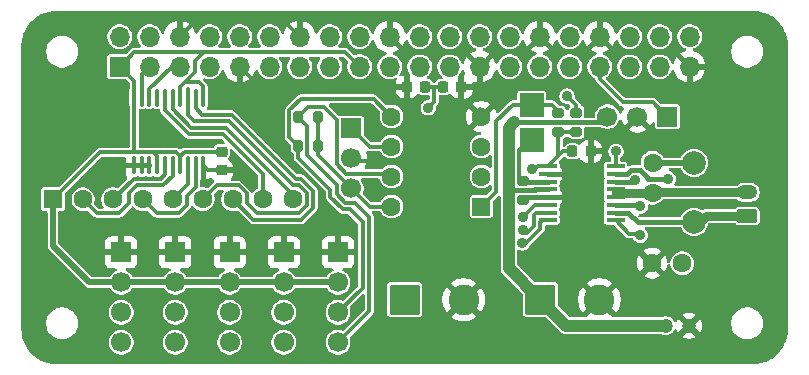
<source format=gtl>
G04 #@! TF.GenerationSoftware,KiCad,Pcbnew,9.0.3*
G04 #@! TF.CreationDate,2025-07-11T16:30:40-04:00*
G04 #@! TF.ProjectId,main,6d61696e-2e6b-4696-9361-645f70636258,rev?*
G04 #@! TF.SameCoordinates,Original*
G04 #@! TF.FileFunction,Copper,L1,Top*
G04 #@! TF.FilePolarity,Positive*
%FSLAX46Y46*%
G04 Gerber Fmt 4.6, Leading zero omitted, Abs format (unit mm)*
G04 Created by KiCad (PCBNEW 9.0.3) date 2025-07-11 16:30:40*
%MOMM*%
%LPD*%
G01*
G04 APERTURE LIST*
G04 Aperture macros list*
%AMRoundRect*
0 Rectangle with rounded corners*
0 $1 Rounding radius*
0 $2 $3 $4 $5 $6 $7 $8 $9 X,Y pos of 4 corners*
0 Add a 4 corners polygon primitive as box body*
4,1,4,$2,$3,$4,$5,$6,$7,$8,$9,$2,$3,0*
0 Add four circle primitives for the rounded corners*
1,1,$1+$1,$2,$3*
1,1,$1+$1,$4,$5*
1,1,$1+$1,$6,$7*
1,1,$1+$1,$8,$9*
0 Add four rect primitives between the rounded corners*
20,1,$1+$1,$2,$3,$4,$5,0*
20,1,$1+$1,$4,$5,$6,$7,0*
20,1,$1+$1,$6,$7,$8,$9,0*
20,1,$1+$1,$8,$9,$2,$3,0*%
G04 Aperture macros list end*
G04 #@! TA.AperFunction,ComponentPad*
%ADD10R,1.700000X1.700000*%
G04 #@! TD*
G04 #@! TA.AperFunction,ComponentPad*
%ADD11C,1.700000*%
G04 #@! TD*
G04 #@! TA.AperFunction,SMDPad,CuDef*
%ADD12RoundRect,0.225000X-0.225000X-0.250000X0.225000X-0.250000X0.225000X0.250000X-0.225000X0.250000X0*%
G04 #@! TD*
G04 #@! TA.AperFunction,SMDPad,CuDef*
%ADD13RoundRect,0.200000X0.200000X0.275000X-0.200000X0.275000X-0.200000X-0.275000X0.200000X-0.275000X0*%
G04 #@! TD*
G04 #@! TA.AperFunction,ComponentPad*
%ADD14C,1.600000*%
G04 #@! TD*
G04 #@! TA.AperFunction,SMDPad,CuDef*
%ADD15R,2.000000X2.000000*%
G04 #@! TD*
G04 #@! TA.AperFunction,ComponentPad*
%ADD16C,2.000000*%
G04 #@! TD*
G04 #@! TA.AperFunction,SMDPad,CuDef*
%ADD17RoundRect,0.200000X-0.275000X0.200000X-0.275000X-0.200000X0.275000X-0.200000X0.275000X0.200000X0*%
G04 #@! TD*
G04 #@! TA.AperFunction,SMDPad,CuDef*
%ADD18RoundRect,0.200000X0.275000X-0.200000X0.275000X0.200000X-0.275000X0.200000X-0.275000X-0.200000X0*%
G04 #@! TD*
G04 #@! TA.AperFunction,ComponentPad*
%ADD19RoundRect,0.250000X-1.050000X-1.050000X1.050000X-1.050000X1.050000X1.050000X-1.050000X1.050000X0*%
G04 #@! TD*
G04 #@! TA.AperFunction,ComponentPad*
%ADD20C,2.600000*%
G04 #@! TD*
G04 #@! TA.AperFunction,ComponentPad*
%ADD21R,1.600000X1.600000*%
G04 #@! TD*
G04 #@! TA.AperFunction,SMDPad,CuDef*
%ADD22RoundRect,0.225000X0.225000X0.250000X-0.225000X0.250000X-0.225000X-0.250000X0.225000X-0.250000X0*%
G04 #@! TD*
G04 #@! TA.AperFunction,SMDPad,CuDef*
%ADD23RoundRect,0.225000X-0.250000X0.225000X-0.250000X-0.225000X0.250000X-0.225000X0.250000X0.225000X0*%
G04 #@! TD*
G04 #@! TA.AperFunction,ComponentPad*
%ADD24C,1.200000*%
G04 #@! TD*
G04 #@! TA.AperFunction,ComponentPad*
%ADD25RoundRect,0.250000X0.550000X0.550000X-0.550000X0.550000X-0.550000X-0.550000X0.550000X-0.550000X0*%
G04 #@! TD*
G04 #@! TA.AperFunction,ComponentPad*
%ADD26RoundRect,0.250000X0.625000X-0.350000X0.625000X0.350000X-0.625000X0.350000X-0.625000X-0.350000X0*%
G04 #@! TD*
G04 #@! TA.AperFunction,ComponentPad*
%ADD27O,1.750000X1.200000*%
G04 #@! TD*
G04 #@! TA.AperFunction,SMDPad,CuDef*
%ADD28RoundRect,0.100000X0.100000X-0.637500X0.100000X0.637500X-0.100000X0.637500X-0.100000X-0.637500X0*%
G04 #@! TD*
G04 #@! TA.AperFunction,SMDPad,CuDef*
%ADD29RoundRect,0.100000X0.687500X0.100000X-0.687500X0.100000X-0.687500X-0.100000X0.687500X-0.100000X0*%
G04 #@! TD*
G04 #@! TA.AperFunction,HeatsinkPad*
%ADD30C,0.500000*%
G04 #@! TD*
G04 #@! TA.AperFunction,HeatsinkPad*
%ADD31R,3.400000X5.000000*%
G04 #@! TD*
G04 #@! TA.AperFunction,ComponentPad*
%ADD32O,1.700000X1.700000*%
G04 #@! TD*
G04 #@! TA.AperFunction,ViaPad*
%ADD33C,0.900000*%
G04 #@! TD*
G04 #@! TA.AperFunction,Conductor*
%ADD34C,0.400000*%
G04 #@! TD*
G04 #@! TA.AperFunction,Conductor*
%ADD35C,0.350000*%
G04 #@! TD*
G04 #@! TA.AperFunction,Conductor*
%ADD36C,0.500000*%
G04 #@! TD*
G04 #@! TA.AperFunction,Conductor*
%ADD37C,1.000000*%
G04 #@! TD*
G04 #@! TA.AperFunction,Conductor*
%ADD38C,0.750000*%
G04 #@! TD*
G04 APERTURE END LIST*
D10*
X128000000Y-80000000D03*
D11*
X128000000Y-82540000D03*
X128000000Y-85080000D03*
D12*
X146700000Y-81950000D03*
X148250000Y-81950000D03*
D10*
X117680000Y-90500000D03*
D11*
X117680000Y-93040000D03*
X117680000Y-95580000D03*
X117680000Y-98120000D03*
D13*
X125150000Y-79000000D03*
X123500000Y-79000000D03*
D14*
X153500000Y-82920000D03*
X153500000Y-85460000D03*
D15*
X143250000Y-81000000D03*
D16*
X157000000Y-87920000D03*
X157000000Y-82920000D03*
D17*
X142500000Y-84420000D03*
X142500000Y-86070000D03*
D18*
X147050000Y-80325000D03*
X147050000Y-78675000D03*
D10*
X113090000Y-90500000D03*
D11*
X113090000Y-93040000D03*
X113090000Y-95580000D03*
X113090000Y-98120000D03*
D13*
X125150000Y-81500000D03*
X123500000Y-81500000D03*
D19*
X132500000Y-94500000D03*
D20*
X137500000Y-94500000D03*
D21*
X102720000Y-86000000D03*
D14*
X105260000Y-86000000D03*
X107800000Y-86000000D03*
X110340000Y-86000000D03*
X112880000Y-86000000D03*
X115420000Y-86000000D03*
X117960000Y-86000000D03*
X120500000Y-86000000D03*
X123040000Y-86000000D03*
D10*
X122270000Y-90500000D03*
D11*
X122270000Y-93040000D03*
X122270000Y-95580000D03*
X122270000Y-98120000D03*
D22*
X134250000Y-76500000D03*
X132700000Y-76500000D03*
D10*
X108500000Y-90500000D03*
D11*
X108500000Y-93040000D03*
X108500000Y-95580000D03*
X108500000Y-98120000D03*
D18*
X145500000Y-80325000D03*
X145500000Y-78675000D03*
D23*
X117000000Y-82000000D03*
X117000000Y-83550000D03*
D24*
X154600000Y-96700000D03*
X156600000Y-96700000D03*
D25*
X139000000Y-86620000D03*
D14*
X139000000Y-84080000D03*
X139000000Y-81540000D03*
X139000000Y-79000000D03*
X131380000Y-79000000D03*
X131380000Y-81540000D03*
X131380000Y-84080000D03*
X131380000Y-86620000D03*
D19*
X144000000Y-94500000D03*
D20*
X149000000Y-94500000D03*
D26*
X161500000Y-87420000D03*
D27*
X161500000Y-85420000D03*
D28*
X109600000Y-83137500D03*
X110250000Y-83137500D03*
X110900000Y-83137500D03*
X111550000Y-83137500D03*
X112200000Y-83137500D03*
X112850000Y-83137500D03*
X113500000Y-83137500D03*
X114150000Y-83137500D03*
X114800000Y-83137500D03*
X115450000Y-83137500D03*
X115450000Y-77412500D03*
X114800000Y-77412500D03*
X114150000Y-77412500D03*
X113500000Y-77412500D03*
X112850000Y-77412500D03*
X112200000Y-77412500D03*
X111550000Y-77412500D03*
X110900000Y-77412500D03*
X110250000Y-77412500D03*
X109600000Y-77412500D03*
D10*
X126860000Y-90500000D03*
D11*
X126860000Y-93040000D03*
X126860000Y-95580000D03*
X126860000Y-98120000D03*
D12*
X135750000Y-76500000D03*
X137300000Y-76500000D03*
D29*
X150362500Y-87775000D03*
X150362500Y-87125000D03*
X150362500Y-86475000D03*
X150362500Y-85825000D03*
X150362500Y-85175000D03*
X150362500Y-84525000D03*
X150362500Y-83875000D03*
X150362500Y-83225000D03*
X144637500Y-83225000D03*
X144637500Y-83875000D03*
X144637500Y-84525000D03*
X144637500Y-85175000D03*
X144637500Y-85825000D03*
X144637500Y-86475000D03*
X144637500Y-87125000D03*
X144637500Y-87775000D03*
D30*
X148250000Y-87000000D03*
X148250000Y-85500000D03*
X148250000Y-84000000D03*
D31*
X147500000Y-85500000D03*
D30*
X146750000Y-87000000D03*
X146750000Y-85500000D03*
X146750000Y-84000000D03*
D15*
X143250000Y-78000000D03*
D14*
X156000000Y-91420000D03*
X153460000Y-91420000D03*
D10*
X154750000Y-79000000D03*
D11*
X152210000Y-79000000D03*
X149670000Y-79000000D03*
D10*
X108370000Y-74770000D03*
D32*
X108370000Y-72230000D03*
X110910000Y-74770000D03*
X110910000Y-72230000D03*
X113450000Y-74770000D03*
X113450000Y-72230000D03*
X115990000Y-74770000D03*
X115990000Y-72230000D03*
X118530000Y-74770000D03*
X118530000Y-72230000D03*
X121070000Y-74770000D03*
X121070000Y-72230000D03*
X123610000Y-74770000D03*
X123610000Y-72230000D03*
X126150000Y-74770000D03*
X126150000Y-72230000D03*
X128690000Y-74770000D03*
X128690000Y-72230000D03*
X131230000Y-74770000D03*
X131230000Y-72230000D03*
X133770000Y-74770000D03*
X133770000Y-72230000D03*
X136310000Y-74770000D03*
X136310000Y-72230000D03*
X138850000Y-74770000D03*
X138850000Y-72230000D03*
X141390000Y-74770000D03*
X141390000Y-72230000D03*
X143930000Y-74770000D03*
X143930000Y-72230000D03*
X146470000Y-74770000D03*
X146470000Y-72230000D03*
X149010000Y-74770000D03*
X149010000Y-72230000D03*
X151550000Y-74770000D03*
X151550000Y-72230000D03*
X154090000Y-74770000D03*
X154090000Y-72230000D03*
X156630000Y-74770000D03*
X156630000Y-72230000D03*
D33*
X143285479Y-83424160D03*
X135200000Y-81200000D03*
X118500000Y-83500000D03*
X145200000Y-90800000D03*
X135200000Y-84600000D03*
X148000000Y-90800000D03*
X124600000Y-88400000D03*
X106200000Y-88400000D03*
X111200000Y-81000000D03*
X146600000Y-90800000D03*
X152456636Y-89043364D03*
X146250000Y-77250000D03*
X150400000Y-81950000D03*
X134500000Y-78250000D03*
X142500000Y-87500000D03*
X152049017Y-84369570D03*
X142474000Y-89699698D03*
X142500000Y-88600003D03*
X154839000Y-84259000D03*
X152450000Y-86600000D03*
D34*
X150362500Y-86475000D02*
X152325000Y-86475000D01*
X152325000Y-86475000D02*
X152450000Y-86600000D01*
X154839000Y-84259000D02*
X153140529Y-84259000D01*
X153140529Y-84259000D02*
X152900017Y-84018488D01*
X151340091Y-83875000D02*
X150362500Y-83875000D01*
X152900017Y-84018488D02*
X152900017Y-84017074D01*
X152900017Y-84017074D02*
X152401513Y-83518570D01*
X152401513Y-83518570D02*
X151696521Y-83518570D01*
X151696521Y-83518570D02*
X151340091Y-83875000D01*
D35*
X154839000Y-84259000D02*
X154864000Y-84284000D01*
D34*
X152001000Y-84417587D02*
X152001000Y-84419000D01*
X152049017Y-84369570D02*
X152001000Y-84417587D01*
X152001000Y-84419000D02*
X151895000Y-84525000D01*
X151895000Y-84525000D02*
X150362500Y-84525000D01*
X152225793Y-87920000D02*
X151430793Y-87125000D01*
X144637500Y-85825000D02*
X147175000Y-85825000D01*
D35*
X118530000Y-74770000D02*
X120260000Y-76500000D01*
X147500000Y-86591370D02*
X147500000Y-85500000D01*
X117000000Y-83550000D02*
X115862500Y-83550000D01*
D34*
X104059000Y-86497471D02*
X105961529Y-88400000D01*
D35*
X148250000Y-84750000D02*
X147500000Y-85500000D01*
X147175000Y-85825000D02*
X147500000Y-85500000D01*
D34*
X105961529Y-88400000D02*
X106200000Y-88400000D01*
X145181000Y-73481000D02*
X143930000Y-72230000D01*
X155379000Y-73519000D02*
X156630000Y-74770000D01*
D35*
X132700000Y-76500000D02*
X132544000Y-76344000D01*
X139000000Y-79000000D02*
X139000000Y-78500000D01*
D34*
X149010000Y-72230000D02*
X147759000Y-73481000D01*
D35*
X122384000Y-71004000D02*
X114676000Y-71004000D01*
D34*
X110900000Y-83137500D02*
X109600000Y-83137500D01*
X143930000Y-72230000D02*
X142679000Y-73481000D01*
X149010000Y-72230000D02*
X150299000Y-73519000D01*
D35*
X123610000Y-72230000D02*
X122384000Y-71004000D01*
X139000000Y-78500000D02*
X138850000Y-78350000D01*
X148250000Y-81950000D02*
X148550000Y-81950000D01*
D34*
X142500000Y-86070000D02*
X142720000Y-85850000D01*
D35*
X118500000Y-83500000D02*
X117050000Y-83500000D01*
D34*
X137599000Y-73519000D02*
X132519000Y-73519000D01*
X138850000Y-74770000D02*
X137599000Y-73519000D01*
X142679000Y-73481000D02*
X140139000Y-73481000D01*
D35*
X114676000Y-71004000D02*
X113450000Y-72230000D01*
X135250000Y-82750000D02*
X139000000Y-79000000D01*
X115862500Y-83550000D02*
X115450000Y-83137500D01*
D34*
X106424029Y-83137500D02*
X104059000Y-85502529D01*
X150299000Y-73519000D02*
X155379000Y-73519000D01*
D35*
X120260000Y-76500000D02*
X132700000Y-76500000D01*
D34*
X142720000Y-85850000D02*
X144612500Y-85850000D01*
D35*
X128210000Y-82750000D02*
X135250000Y-82750000D01*
D34*
X140139000Y-73481000D02*
X138850000Y-74770000D01*
X144637500Y-83875000D02*
X145875000Y-83875000D01*
X144612500Y-85850000D02*
X144637500Y-85825000D01*
D35*
X137300000Y-76500000D02*
X137300000Y-76320000D01*
X128000000Y-82540000D02*
X128210000Y-82750000D01*
X117050000Y-83500000D02*
X117000000Y-83550000D01*
D34*
X104059000Y-85502529D02*
X104059000Y-86497471D01*
X147759000Y-73481000D02*
X145181000Y-73481000D01*
D35*
X145875000Y-83875000D02*
X147500000Y-85500000D01*
D34*
X132519000Y-73519000D02*
X131230000Y-72230000D01*
X109600000Y-83137500D02*
X106424029Y-83137500D01*
D35*
X122724000Y-80724000D02*
X122724000Y-78480870D01*
X110250000Y-75430000D02*
X110250000Y-77412500D01*
X126223000Y-85223000D02*
X126223000Y-85816058D01*
X128949000Y-93491000D02*
X126860000Y-95580000D01*
X129880000Y-77500000D02*
X131380000Y-79000000D01*
X110910000Y-74770000D02*
X110250000Y-75430000D01*
X128949000Y-87949000D02*
X128949000Y-93491000D01*
X123500000Y-81500000D02*
X123500000Y-82500000D01*
X127857000Y-86857000D02*
X128949000Y-87949000D01*
X123704870Y-77500000D02*
X129880000Y-77500000D01*
X123500000Y-82500000D02*
X126223000Y-85223000D01*
X126223000Y-85816058D02*
X127263942Y-86857000D01*
X122724000Y-78480870D02*
X123704870Y-77500000D01*
X123500000Y-81500000D02*
X122724000Y-80724000D01*
X127263942Y-86857000D02*
X127857000Y-86857000D01*
X126774000Y-79274000D02*
X126774000Y-83047826D01*
X112779062Y-74770000D02*
X110900000Y-76649062D01*
X125649000Y-78149000D02*
X126774000Y-79274000D01*
X124351000Y-78149000D02*
X125649000Y-78149000D01*
X126774000Y-85587826D02*
X127492174Y-86306000D01*
X123500000Y-79000000D02*
X124276000Y-79776000D01*
X124276000Y-79776000D02*
X124276000Y-82276000D01*
X126774000Y-83047826D02*
X127580174Y-83854000D01*
X129500000Y-95480000D02*
X126860000Y-98120000D01*
X131154000Y-83854000D02*
X131380000Y-84080000D01*
X110900000Y-76649062D02*
X110900000Y-77412500D01*
X127492174Y-86306000D02*
X128306000Y-86306000D01*
X128306000Y-86306000D02*
X129500000Y-87500000D01*
X129500000Y-87500000D02*
X129500000Y-95480000D01*
X123500000Y-79000000D02*
X124351000Y-78149000D01*
X126774000Y-84774000D02*
X126774000Y-85587826D01*
X113450000Y-74770000D02*
X112779062Y-74770000D01*
X127580174Y-83854000D02*
X131154000Y-83854000D01*
X124276000Y-82276000D02*
X126774000Y-84774000D01*
X151500000Y-88912500D02*
X150362500Y-87775000D01*
X152325772Y-88912500D02*
X151500000Y-88912500D01*
X152456636Y-89043364D02*
X152325772Y-88912500D01*
X150400000Y-81950000D02*
X150362500Y-81987500D01*
X147050000Y-78675000D02*
X147050000Y-78050000D01*
X150362500Y-81987500D02*
X150362500Y-83225000D01*
X147050000Y-78050000D02*
X146250000Y-77250000D01*
X148960000Y-74820000D02*
X149010000Y-74770000D01*
X149010000Y-75791826D02*
X150992174Y-77774000D01*
X153524000Y-77774000D02*
X154750000Y-79000000D01*
X149010000Y-74770000D02*
X149010000Y-75791826D01*
X150992174Y-77774000D02*
X153524000Y-77774000D01*
X111550000Y-82374062D02*
X111550000Y-83137500D01*
X102720000Y-86000000D02*
X106696000Y-82024000D01*
X109600000Y-77412500D02*
X109600000Y-76000000D01*
X115450000Y-76450000D02*
X115098062Y-76098062D01*
X135000000Y-76500000D02*
X134250000Y-76500000D01*
X113921768Y-76098062D02*
X113500000Y-76519830D01*
X125150000Y-79000000D02*
X125150000Y-82230000D01*
X135750000Y-76500000D02*
X135000000Y-76500000D01*
X129540000Y-86620000D02*
X131380000Y-86620000D01*
X108370000Y-74770000D02*
X109596000Y-73544000D01*
X128000000Y-85080000D02*
X129540000Y-86620000D01*
X143775000Y-83225000D02*
X144637500Y-83225000D01*
X143525000Y-86475000D02*
X142500000Y-87500000D01*
X113500000Y-76519830D02*
X113500000Y-77412500D01*
X113500000Y-76519830D02*
X114764000Y-75255830D01*
X115098062Y-76098062D02*
X113921768Y-76098062D01*
D36*
X105790000Y-93040000D02*
X102720000Y-89970000D01*
D35*
X109600000Y-81924000D02*
X109500000Y-82024000D01*
X147050000Y-80325000D02*
X145500000Y-80325000D01*
X111199938Y-82024000D02*
X111550000Y-82374062D01*
X113149938Y-82024000D02*
X111199938Y-82024000D01*
X109600000Y-77412500D02*
X109600000Y-81924000D01*
D36*
X117680000Y-93040000D02*
X122270000Y-93040000D01*
D35*
X143575840Y-83424160D02*
X143775000Y-83225000D01*
D36*
X108500000Y-93040000D02*
X105790000Y-93040000D01*
D35*
X146700000Y-81950000D02*
X145912500Y-81950000D01*
D36*
X126860000Y-93040000D02*
X122270000Y-93040000D01*
D35*
X145500000Y-80325000D02*
X145500000Y-82362500D01*
X114764000Y-74262174D02*
X115482174Y-73544000D01*
D36*
X102720000Y-89970000D02*
X102720000Y-86000000D01*
D35*
X135000000Y-76500000D02*
X135000000Y-77750000D01*
X117000000Y-82000000D02*
X113874062Y-82000000D01*
X109596000Y-73544000D02*
X115500000Y-73544000D01*
X109600000Y-76000000D02*
X108370000Y-74770000D01*
X115482174Y-73544000D02*
X115500000Y-73544000D01*
D36*
X113090000Y-93040000D02*
X117680000Y-93040000D01*
D35*
X145912500Y-81950000D02*
X145500000Y-82362500D01*
X113500000Y-82374062D02*
X113149938Y-82024000D01*
X127464000Y-73544000D02*
X128690000Y-74770000D01*
X109500000Y-82024000D02*
X111199938Y-82024000D01*
X113500000Y-82374062D02*
X113500000Y-83137500D01*
D36*
X108500000Y-93040000D02*
X113090000Y-93040000D01*
D35*
X145500000Y-82362500D02*
X144637500Y-83225000D01*
X115450000Y-77412500D02*
X115450000Y-76450000D01*
X115500000Y-73544000D02*
X127464000Y-73544000D01*
X135000000Y-77750000D02*
X134500000Y-78250000D01*
X125150000Y-82230000D02*
X128000000Y-85080000D01*
X144637500Y-86475000D02*
X143525000Y-86475000D01*
X106696000Y-82024000D02*
X109500000Y-82024000D01*
X114764000Y-75255830D02*
X114764000Y-74262174D01*
X113874062Y-82000000D02*
X113500000Y-82374062D01*
X143285479Y-83424160D02*
X143575840Y-83424160D01*
D37*
X141323000Y-83000000D02*
X141323000Y-80500000D01*
D34*
X143575000Y-85175000D02*
X143500000Y-85250000D01*
D37*
X146200000Y-96700000D02*
X144000000Y-94500000D01*
X141323000Y-80686500D02*
X141323000Y-79927000D01*
D34*
X143500000Y-85250000D02*
X141323000Y-85250000D01*
D37*
X141323000Y-84750000D02*
X141323000Y-85250000D01*
X141323000Y-91823000D02*
X141323000Y-83000000D01*
X141323000Y-83000000D02*
X141323000Y-84750000D01*
X144000000Y-94500000D02*
X141323000Y-91823000D01*
D34*
X144637500Y-85175000D02*
X143575000Y-85175000D01*
X141750000Y-79500000D02*
X149170000Y-79500000D01*
D37*
X141323000Y-79927000D02*
X141750000Y-79500000D01*
X154600000Y-96700000D02*
X146200000Y-96700000D01*
D34*
X149170000Y-79500000D02*
X149670000Y-79000000D01*
D35*
X129540000Y-81540000D02*
X128000000Y-80000000D01*
X131380000Y-81540000D02*
X129540000Y-81540000D01*
X153540000Y-85420000D02*
X153500000Y-85460000D01*
D38*
X150402500Y-85460000D02*
X153500000Y-85460000D01*
X161500000Y-85420000D02*
X153540000Y-85420000D01*
D35*
X112056170Y-84824000D02*
X112850000Y-84030170D01*
X109164000Y-86336000D02*
X109164000Y-85512884D01*
X109164000Y-85512884D02*
X109852884Y-84824000D01*
X106436000Y-87176000D02*
X108324000Y-87176000D01*
X108324000Y-87176000D02*
X109164000Y-86336000D01*
X112850000Y-84030170D02*
X112850000Y-83137500D01*
X105260000Y-86000000D02*
X106436000Y-87176000D01*
X109852884Y-84824000D02*
X112056170Y-84824000D01*
X111225000Y-84225938D02*
X111250062Y-84251000D01*
X110600062Y-84251000D02*
X111199938Y-84251000D01*
X109925000Y-84225938D02*
X109950062Y-84251000D01*
X107800000Y-86000000D02*
X109549000Y-84251000D01*
X109950062Y-84251000D02*
X110549938Y-84251000D01*
X110549938Y-84251000D02*
X110575000Y-84225938D01*
X110575000Y-84225938D02*
X110600062Y-84251000D01*
X111849938Y-84251000D02*
X112200000Y-83900938D01*
X111199938Y-84251000D02*
X111225000Y-84225938D01*
X109899938Y-84251000D02*
X109925000Y-84225938D01*
X111250062Y-84251000D02*
X111849938Y-84251000D01*
X109549000Y-84251000D02*
X109899938Y-84251000D01*
X112200000Y-83900938D02*
X112200000Y-83137500D01*
X114056000Y-85695000D02*
X114800000Y-84951000D01*
X114800000Y-84951000D02*
X114800000Y-83137500D01*
X113367116Y-87176000D02*
X114056000Y-86487116D01*
X114056000Y-86487116D02*
X114056000Y-85695000D01*
X110340000Y-86000000D02*
X111516000Y-87176000D01*
X111516000Y-87176000D02*
X113367116Y-87176000D01*
X115420000Y-86000000D02*
X116596000Y-84824000D01*
X118447116Y-84824000D02*
X119136000Y-85512884D01*
X119136000Y-86299116D02*
X120012884Y-87176000D01*
X124216000Y-85512884D02*
X123527116Y-84824000D01*
X117618768Y-79398000D02*
X114677232Y-79398000D01*
X123044768Y-84824000D02*
X117618768Y-79398000D01*
X124216000Y-86487116D02*
X124216000Y-85512884D01*
X123527116Y-87176000D02*
X124216000Y-86487116D01*
X114150000Y-78870768D02*
X114150000Y-77412500D01*
X120012884Y-87176000D02*
X123527116Y-87176000D01*
X116596000Y-84824000D02*
X118447116Y-84824000D01*
X114677232Y-79398000D02*
X114150000Y-78870768D01*
X123527116Y-84824000D02*
X123044768Y-84824000D01*
X114150000Y-76649062D02*
X114150000Y-77412500D01*
X119136000Y-85512884D02*
X119136000Y-86299116D01*
X112850000Y-78350000D02*
X112850000Y-77412500D01*
X123040000Y-85375000D02*
X122816536Y-85375000D01*
X114449000Y-79949000D02*
X112850000Y-78350000D01*
X117390536Y-79949000D02*
X114449000Y-79949000D01*
X122816536Y-85375000D02*
X117390536Y-79949000D01*
X123040000Y-86000000D02*
X123040000Y-85375000D01*
D34*
X144637500Y-84525000D02*
X142605000Y-84525000D01*
D35*
X142605000Y-84525000D02*
X142500000Y-84420000D01*
X142500000Y-84420000D02*
X142199000Y-84119000D01*
X142199000Y-81801000D02*
X143000000Y-81000000D01*
X142199000Y-84119000D02*
X142199000Y-81801000D01*
X144187500Y-87775000D02*
X144637500Y-87775000D01*
X144000000Y-87962500D02*
X144187500Y-87775000D01*
X142474000Y-89699698D02*
X142800302Y-89699698D01*
X144000000Y-88500000D02*
X144000000Y-87962500D01*
X142800302Y-89699698D02*
X144000000Y-88500000D01*
X142733270Y-88833273D02*
X142887495Y-88833273D01*
X142887495Y-88833273D02*
X143449000Y-88271768D01*
X143449000Y-87342634D02*
X143666634Y-87125000D01*
X142500000Y-88600003D02*
X142733270Y-88833273D01*
X143666634Y-87125000D02*
X144637500Y-87125000D01*
X143449000Y-88271768D02*
X143449000Y-87342634D01*
D36*
X153500000Y-82920000D02*
X157000000Y-82920000D01*
D35*
X145500000Y-78675000D02*
X145500000Y-78500000D01*
X140250000Y-79400000D02*
X140250000Y-85370000D01*
X140250000Y-85370000D02*
X139000000Y-86620000D01*
X141650000Y-78000000D02*
X140250000Y-79400000D01*
X145500000Y-78500000D02*
X145000000Y-78000000D01*
X143000000Y-78000000D02*
X141650000Y-78000000D01*
X145000000Y-78000000D02*
X143000000Y-78000000D01*
D38*
X158000000Y-87420000D02*
X161500000Y-87420000D01*
D34*
X151430793Y-87125000D02*
X150362500Y-87125000D01*
D38*
X157500000Y-87920000D02*
X158000000Y-87420000D01*
D36*
X157000000Y-87920000D02*
X157500000Y-87920000D01*
D34*
X157000000Y-87920000D02*
X152225793Y-87920000D01*
D35*
X112880000Y-86000000D02*
X114150000Y-84730000D01*
X114150000Y-84730000D02*
X114150000Y-83137500D01*
X120500000Y-86000000D02*
X120500000Y-83869616D01*
X114220768Y-80500000D02*
X112200000Y-78479232D01*
X117130384Y-80500000D02*
X114220768Y-80500000D01*
X112200000Y-78479232D02*
X112200000Y-77412500D01*
X120500000Y-83869616D02*
X117130384Y-80500000D01*
X115347000Y-78847000D02*
X114800000Y-78300000D01*
X117960000Y-86000000D02*
X119687000Y-87727000D01*
X123755348Y-87727000D02*
X124767000Y-86715348D01*
X124767000Y-85284652D02*
X123755348Y-84273000D01*
X124767000Y-86715348D02*
X124767000Y-85284652D01*
X123273000Y-84273000D02*
X117847000Y-78847000D01*
X114800000Y-78300000D02*
X114800000Y-77412500D01*
X117847000Y-78847000D02*
X115347000Y-78847000D01*
X123755348Y-84273000D02*
X123273000Y-84273000D01*
X119687000Y-87727000D02*
X123755348Y-87727000D01*
X150250000Y-85175000D02*
X150250000Y-85825000D01*
G04 #@! TA.AperFunction,Conductor*
G36*
X117880703Y-81781802D02*
G01*
X117887181Y-81787834D01*
X120088181Y-83988834D01*
X120121666Y-84050157D01*
X120124500Y-84076515D01*
X120124500Y-84989749D01*
X120104815Y-85056788D01*
X120052011Y-85102543D01*
X120047953Y-85104310D01*
X120026089Y-85113366D01*
X120026079Y-85113371D01*
X119862218Y-85222860D01*
X119862214Y-85222863D01*
X119722861Y-85362216D01*
X119704006Y-85390435D01*
X119650393Y-85435239D01*
X119581067Y-85443945D01*
X119518041Y-85413789D01*
X119490407Y-85374734D01*
X119489974Y-85374985D01*
X119487269Y-85370301D01*
X119486342Y-85368990D01*
X119485911Y-85367951D01*
X119485910Y-85367946D01*
X119436475Y-85282322D01*
X119366562Y-85212409D01*
X118677679Y-84523526D01*
X118677678Y-84523525D01*
X118592054Y-84474090D01*
X118544302Y-84461295D01*
X118544300Y-84461294D01*
X118544298Y-84461293D01*
X118496552Y-84448500D01*
X118496551Y-84448500D01*
X117901167Y-84448500D01*
X117834128Y-84428815D01*
X117788373Y-84376011D01*
X117778429Y-84306853D01*
X117807454Y-84243297D01*
X117813486Y-84236819D01*
X117822572Y-84227732D01*
X117822575Y-84227728D01*
X117911542Y-84083492D01*
X117911547Y-84083481D01*
X117964855Y-83922606D01*
X117974999Y-83823322D01*
X117975000Y-83823309D01*
X117975000Y-83800000D01*
X117124000Y-83800000D01*
X117056961Y-83780315D01*
X117011206Y-83727511D01*
X117000000Y-83676000D01*
X117000000Y-83424000D01*
X117019685Y-83356961D01*
X117072489Y-83311206D01*
X117124000Y-83300000D01*
X117974999Y-83300000D01*
X117974999Y-83276692D01*
X117974998Y-83276677D01*
X117964855Y-83177392D01*
X117911547Y-83016518D01*
X117911542Y-83016507D01*
X117822575Y-82872271D01*
X117822572Y-82872267D01*
X117702732Y-82752427D01*
X117702728Y-82752424D01*
X117602159Y-82690392D01*
X117555434Y-82638444D01*
X117544213Y-82569482D01*
X117572056Y-82505400D01*
X117579565Y-82497182D01*
X117598528Y-82478220D01*
X117659719Y-82358126D01*
X117666211Y-82317139D01*
X117675500Y-82258493D01*
X117675500Y-81875515D01*
X117695185Y-81808476D01*
X117747989Y-81762721D01*
X117817147Y-81752777D01*
X117880703Y-81781802D01*
G37*
G04 #@! TD.AperFunction*
G04 #@! TA.AperFunction,Conductor*
G36*
X115593039Y-83157185D02*
G01*
X115638794Y-83209989D01*
X115650000Y-83261500D01*
X115650000Y-84367010D01*
X115650001Y-84367011D01*
X115706627Y-84359557D01*
X115706633Y-84359555D01*
X115852585Y-84299100D01*
X115977926Y-84202922D01*
X115980957Y-84199892D01*
X115984146Y-84198150D01*
X115984372Y-84197977D01*
X115984399Y-84198012D01*
X116042278Y-84166403D01*
X116111970Y-84171384D01*
X116167906Y-84213252D01*
X116174180Y-84222468D01*
X116177427Y-84227732D01*
X116297268Y-84347573D01*
X116314781Y-84358375D01*
X116361506Y-84410322D01*
X116372729Y-84479285D01*
X116344886Y-84543367D01*
X116337366Y-84551595D01*
X115868835Y-85020126D01*
X115807512Y-85053611D01*
X115737820Y-85048627D01*
X115733704Y-85047007D01*
X115711836Y-85037949D01*
X115711828Y-85037947D01*
X115518543Y-84999500D01*
X115518541Y-84999500D01*
X115321459Y-84999500D01*
X115321456Y-84999500D01*
X115315394Y-85000097D01*
X115315216Y-84998298D01*
X115254090Y-84992824D01*
X115198916Y-84949956D01*
X115175677Y-84884065D01*
X115175500Y-84877438D01*
X115175500Y-84488529D01*
X115195185Y-84421490D01*
X115217741Y-84395301D01*
X115250000Y-84367010D01*
X115250000Y-83261500D01*
X115252550Y-83252814D01*
X115251262Y-83243853D01*
X115262240Y-83219812D01*
X115269685Y-83194461D01*
X115276525Y-83188533D01*
X115280287Y-83180297D01*
X115302521Y-83166007D01*
X115322489Y-83148706D01*
X115333003Y-83146418D01*
X115339065Y-83142523D01*
X115374000Y-83137500D01*
X115526000Y-83137500D01*
X115593039Y-83157185D01*
G37*
G04 #@! TD.AperFunction*
G04 #@! TA.AperFunction,Conductor*
G36*
X111275085Y-78301257D02*
G01*
X111353617Y-78335932D01*
X111380009Y-78347585D01*
X111405135Y-78350500D01*
X111694864Y-78350499D01*
X111698444Y-78350499D01*
X111698444Y-78351771D01*
X111761400Y-78366365D01*
X111810129Y-78416437D01*
X111824500Y-78474380D01*
X111824500Y-78528667D01*
X111850090Y-78624170D01*
X111899525Y-78709794D01*
X111899526Y-78709795D01*
X113990206Y-80800475D01*
X114075831Y-80849911D01*
X114171332Y-80875500D01*
X114171333Y-80875500D01*
X116923485Y-80875500D01*
X116990524Y-80895185D01*
X117011166Y-80911819D01*
X117237166Y-81137819D01*
X117270651Y-81199142D01*
X117265667Y-81268834D01*
X117223795Y-81324767D01*
X117158331Y-81349184D01*
X117149485Y-81349500D01*
X116716507Y-81349500D01*
X116616878Y-81365279D01*
X116496778Y-81426473D01*
X116496774Y-81426476D01*
X116401476Y-81521774D01*
X116401471Y-81521781D01*
X116383632Y-81556794D01*
X116335658Y-81607590D01*
X116273147Y-81624500D01*
X113824626Y-81624500D01*
X113729123Y-81650089D01*
X113643500Y-81699525D01*
X113643497Y-81699527D01*
X113587681Y-81755344D01*
X113526358Y-81788829D01*
X113456666Y-81783845D01*
X113412319Y-81755344D01*
X113380501Y-81723526D01*
X113380500Y-81723525D01*
X113294876Y-81674090D01*
X113247124Y-81661295D01*
X113247122Y-81661294D01*
X113247120Y-81661293D01*
X113199374Y-81648500D01*
X113199373Y-81648500D01*
X111249374Y-81648500D01*
X111249373Y-81648500D01*
X110099500Y-81648500D01*
X110032461Y-81628815D01*
X109986706Y-81576011D01*
X109975500Y-81524500D01*
X109975500Y-78474381D01*
X109995185Y-78407342D01*
X110047989Y-78361587D01*
X110101554Y-78351548D01*
X110101554Y-78350500D01*
X110105134Y-78350499D01*
X110105135Y-78350500D01*
X110394864Y-78350499D01*
X110394879Y-78350497D01*
X110394882Y-78350497D01*
X110419987Y-78347586D01*
X110419987Y-78347585D01*
X110419991Y-78347585D01*
X110522765Y-78302206D01*
X110522766Y-78302204D01*
X110524912Y-78301257D01*
X110594190Y-78292185D01*
X110625085Y-78301257D01*
X110703617Y-78335932D01*
X110730009Y-78347585D01*
X110755135Y-78350500D01*
X111044864Y-78350499D01*
X111044879Y-78350497D01*
X111044882Y-78350497D01*
X111069987Y-78347586D01*
X111069987Y-78347585D01*
X111069991Y-78347585D01*
X111172765Y-78302206D01*
X111172766Y-78302204D01*
X111174912Y-78301257D01*
X111244190Y-78292185D01*
X111275085Y-78301257D01*
G37*
G04 #@! TD.AperFunction*
G04 #@! TA.AperFunction,Conductor*
G36*
X162003472Y-70050695D02*
G01*
X162323297Y-70068656D01*
X162337094Y-70070210D01*
X162649457Y-70123283D01*
X162663014Y-70126377D01*
X162967469Y-70214089D01*
X162980593Y-70218682D01*
X163273304Y-70339926D01*
X163285826Y-70345955D01*
X163452594Y-70438125D01*
X163563139Y-70499221D01*
X163574900Y-70506611D01*
X163833314Y-70689966D01*
X163844174Y-70698627D01*
X164080418Y-70909749D01*
X164090250Y-70919581D01*
X164301372Y-71155825D01*
X164310035Y-71166687D01*
X164493385Y-71425094D01*
X164500778Y-71436860D01*
X164654040Y-71714166D01*
X164660073Y-71726695D01*
X164781317Y-72019406D01*
X164785910Y-72032530D01*
X164873622Y-72336985D01*
X164876716Y-72350542D01*
X164929787Y-72662894D01*
X164931344Y-72676712D01*
X164949305Y-72996527D01*
X164949500Y-73003480D01*
X164949500Y-96996519D01*
X164949305Y-97003472D01*
X164931344Y-97323287D01*
X164929787Y-97337105D01*
X164876716Y-97649457D01*
X164873622Y-97663014D01*
X164785910Y-97967469D01*
X164781317Y-97980593D01*
X164660073Y-98273304D01*
X164654040Y-98285833D01*
X164500778Y-98563139D01*
X164493380Y-98574913D01*
X164310043Y-98833302D01*
X164301372Y-98844174D01*
X164090250Y-99080418D01*
X164080418Y-99090250D01*
X163844174Y-99301372D01*
X163833302Y-99310043D01*
X163574913Y-99493380D01*
X163563139Y-99500778D01*
X163285833Y-99654040D01*
X163273304Y-99660073D01*
X162980593Y-99781317D01*
X162967469Y-99785910D01*
X162663014Y-99873622D01*
X162649457Y-99876716D01*
X162337105Y-99929787D01*
X162323287Y-99931344D01*
X162003472Y-99949305D01*
X161996519Y-99949500D01*
X103003481Y-99949500D01*
X102996528Y-99949305D01*
X102676712Y-99931344D01*
X102662894Y-99929787D01*
X102350542Y-99876716D01*
X102336985Y-99873622D01*
X102032530Y-99785910D01*
X102019406Y-99781317D01*
X101726695Y-99660073D01*
X101714166Y-99654040D01*
X101436860Y-99500778D01*
X101425094Y-99493385D01*
X101166687Y-99310035D01*
X101155825Y-99301372D01*
X100919581Y-99090250D01*
X100909749Y-99080418D01*
X100698627Y-98844174D01*
X100689966Y-98833314D01*
X100506611Y-98574900D01*
X100499221Y-98563139D01*
X100423659Y-98426420D01*
X100345955Y-98285826D01*
X100339929Y-98273313D01*
X100233567Y-98016530D01*
X107449500Y-98016530D01*
X107449500Y-98223469D01*
X107489868Y-98426412D01*
X107489870Y-98426420D01*
X107569058Y-98617596D01*
X107684024Y-98789657D01*
X107830342Y-98935975D01*
X107830345Y-98935977D01*
X108002402Y-99050941D01*
X108193580Y-99130130D01*
X108396530Y-99170499D01*
X108396534Y-99170500D01*
X108396535Y-99170500D01*
X108603466Y-99170500D01*
X108603467Y-99170499D01*
X108806420Y-99130130D01*
X108997598Y-99050941D01*
X109169655Y-98935977D01*
X109315977Y-98789655D01*
X109430941Y-98617598D01*
X109510130Y-98426420D01*
X109550500Y-98223465D01*
X109550500Y-98016535D01*
X109550499Y-98016530D01*
X112039500Y-98016530D01*
X112039500Y-98223469D01*
X112079868Y-98426412D01*
X112079870Y-98426420D01*
X112159058Y-98617596D01*
X112274024Y-98789657D01*
X112420342Y-98935975D01*
X112420345Y-98935977D01*
X112592402Y-99050941D01*
X112783580Y-99130130D01*
X112986530Y-99170499D01*
X112986534Y-99170500D01*
X112986535Y-99170500D01*
X113193466Y-99170500D01*
X113193467Y-99170499D01*
X113396420Y-99130130D01*
X113587598Y-99050941D01*
X113759655Y-98935977D01*
X113905977Y-98789655D01*
X114020941Y-98617598D01*
X114100130Y-98426420D01*
X114140500Y-98223465D01*
X114140500Y-98016535D01*
X114140499Y-98016530D01*
X116629500Y-98016530D01*
X116629500Y-98223469D01*
X116669868Y-98426412D01*
X116669870Y-98426420D01*
X116749058Y-98617596D01*
X116864024Y-98789657D01*
X117010342Y-98935975D01*
X117010345Y-98935977D01*
X117182402Y-99050941D01*
X117373580Y-99130130D01*
X117576530Y-99170499D01*
X117576534Y-99170500D01*
X117576535Y-99170500D01*
X117783466Y-99170500D01*
X117783467Y-99170499D01*
X117986420Y-99130130D01*
X118177598Y-99050941D01*
X118349655Y-98935977D01*
X118495977Y-98789655D01*
X118610941Y-98617598D01*
X118690130Y-98426420D01*
X118730500Y-98223465D01*
X118730500Y-98016535D01*
X118730499Y-98016530D01*
X121219500Y-98016530D01*
X121219500Y-98223469D01*
X121259868Y-98426412D01*
X121259870Y-98426420D01*
X121339058Y-98617596D01*
X121454024Y-98789657D01*
X121600342Y-98935975D01*
X121600345Y-98935977D01*
X121772402Y-99050941D01*
X121963580Y-99130130D01*
X122166530Y-99170499D01*
X122166534Y-99170500D01*
X122166535Y-99170500D01*
X122373466Y-99170500D01*
X122373467Y-99170499D01*
X122576420Y-99130130D01*
X122767598Y-99050941D01*
X122939655Y-98935977D01*
X123085977Y-98789655D01*
X123200941Y-98617598D01*
X123280130Y-98426420D01*
X123320500Y-98223465D01*
X123320500Y-98016535D01*
X123280130Y-97813580D01*
X123200941Y-97622402D01*
X123085977Y-97450345D01*
X123085975Y-97450342D01*
X122939657Y-97304024D01*
X122849990Y-97244111D01*
X122767598Y-97189059D01*
X122637914Y-97135342D01*
X122576420Y-97109870D01*
X122576412Y-97109868D01*
X122373469Y-97069500D01*
X122373465Y-97069500D01*
X122166535Y-97069500D01*
X122166530Y-97069500D01*
X121963587Y-97109868D01*
X121963579Y-97109870D01*
X121772403Y-97189058D01*
X121600342Y-97304024D01*
X121454024Y-97450342D01*
X121339058Y-97622403D01*
X121259870Y-97813579D01*
X121259868Y-97813587D01*
X121219500Y-98016530D01*
X118730499Y-98016530D01*
X118690130Y-97813580D01*
X118610941Y-97622402D01*
X118495977Y-97450345D01*
X118495975Y-97450342D01*
X118349657Y-97304024D01*
X118259990Y-97244111D01*
X118177598Y-97189059D01*
X118047914Y-97135342D01*
X117986420Y-97109870D01*
X117986412Y-97109868D01*
X117783469Y-97069500D01*
X117783465Y-97069500D01*
X117576535Y-97069500D01*
X117576530Y-97069500D01*
X117373587Y-97109868D01*
X117373579Y-97109870D01*
X117182403Y-97189058D01*
X117010342Y-97304024D01*
X116864024Y-97450342D01*
X116749058Y-97622403D01*
X116669870Y-97813579D01*
X116669868Y-97813587D01*
X116629500Y-98016530D01*
X114140499Y-98016530D01*
X114100130Y-97813580D01*
X114020941Y-97622402D01*
X113905977Y-97450345D01*
X113905975Y-97450342D01*
X113759657Y-97304024D01*
X113669990Y-97244111D01*
X113587598Y-97189059D01*
X113457914Y-97135342D01*
X113396420Y-97109870D01*
X113396412Y-97109868D01*
X113193469Y-97069500D01*
X113193465Y-97069500D01*
X112986535Y-97069500D01*
X112986530Y-97069500D01*
X112783587Y-97109868D01*
X112783579Y-97109870D01*
X112592403Y-97189058D01*
X112420342Y-97304024D01*
X112274024Y-97450342D01*
X112159058Y-97622403D01*
X112079870Y-97813579D01*
X112079868Y-97813587D01*
X112039500Y-98016530D01*
X109550499Y-98016530D01*
X109510130Y-97813580D01*
X109430941Y-97622402D01*
X109315977Y-97450345D01*
X109315975Y-97450342D01*
X109169657Y-97304024D01*
X109079990Y-97244111D01*
X108997598Y-97189059D01*
X108867914Y-97135342D01*
X108806420Y-97109870D01*
X108806412Y-97109868D01*
X108603469Y-97069500D01*
X108603465Y-97069500D01*
X108396535Y-97069500D01*
X108396530Y-97069500D01*
X108193587Y-97109868D01*
X108193579Y-97109870D01*
X108002403Y-97189058D01*
X107830342Y-97304024D01*
X107684024Y-97450342D01*
X107569058Y-97622403D01*
X107489870Y-97813579D01*
X107489868Y-97813587D01*
X107449500Y-98016530D01*
X100233567Y-98016530D01*
X100218682Y-97980593D01*
X100214089Y-97967469D01*
X100136618Y-97698561D01*
X100126376Y-97663012D01*
X100123283Y-97649457D01*
X100121046Y-97636289D01*
X100070210Y-97337094D01*
X100068656Y-97323297D01*
X100050695Y-97003472D01*
X100050500Y-96996519D01*
X100050500Y-96393713D01*
X102149500Y-96393713D01*
X102149500Y-96606287D01*
X102182754Y-96816243D01*
X102241329Y-96996519D01*
X102248444Y-97018414D01*
X102344951Y-97207820D01*
X102469890Y-97379786D01*
X102620213Y-97530109D01*
X102792179Y-97655048D01*
X102792181Y-97655049D01*
X102792184Y-97655051D01*
X102981588Y-97751557D01*
X103183757Y-97817246D01*
X103393713Y-97850500D01*
X103393714Y-97850500D01*
X103606286Y-97850500D01*
X103606287Y-97850500D01*
X103816243Y-97817246D01*
X104018412Y-97751557D01*
X104207816Y-97655051D01*
X104229789Y-97639086D01*
X104379786Y-97530109D01*
X104379788Y-97530106D01*
X104379792Y-97530104D01*
X104530104Y-97379792D01*
X104530106Y-97379788D01*
X104530109Y-97379786D01*
X104655048Y-97207820D01*
X104655047Y-97207820D01*
X104655051Y-97207816D01*
X104751557Y-97018412D01*
X104817246Y-96816243D01*
X104850500Y-96606287D01*
X104850500Y-96393713D01*
X104817246Y-96183757D01*
X104751557Y-95981588D01*
X104655051Y-95792184D01*
X104655049Y-95792181D01*
X104655048Y-95792179D01*
X104530109Y-95620213D01*
X104386426Y-95476530D01*
X107449500Y-95476530D01*
X107449500Y-95683469D01*
X107489868Y-95886412D01*
X107489870Y-95886420D01*
X107545277Y-96020185D01*
X107569059Y-96077598D01*
X107595944Y-96117834D01*
X107684024Y-96249657D01*
X107830342Y-96395975D01*
X107830345Y-96395977D01*
X108002402Y-96510941D01*
X108193580Y-96590130D01*
X108396530Y-96630499D01*
X108396534Y-96630500D01*
X108396535Y-96630500D01*
X108603466Y-96630500D01*
X108603467Y-96630499D01*
X108806420Y-96590130D01*
X108997598Y-96510941D01*
X109169655Y-96395977D01*
X109315977Y-96249655D01*
X109430941Y-96077598D01*
X109510130Y-95886420D01*
X109550500Y-95683465D01*
X109550500Y-95476535D01*
X109550499Y-95476530D01*
X112039500Y-95476530D01*
X112039500Y-95683469D01*
X112079868Y-95886412D01*
X112079870Y-95886420D01*
X112135277Y-96020185D01*
X112159059Y-96077598D01*
X112185944Y-96117834D01*
X112274024Y-96249657D01*
X112420342Y-96395975D01*
X112420345Y-96395977D01*
X112592402Y-96510941D01*
X112783580Y-96590130D01*
X112986530Y-96630499D01*
X112986534Y-96630500D01*
X112986535Y-96630500D01*
X113193466Y-96630500D01*
X113193467Y-96630499D01*
X113396420Y-96590130D01*
X113587598Y-96510941D01*
X113759655Y-96395977D01*
X113905977Y-96249655D01*
X114020941Y-96077598D01*
X114100130Y-95886420D01*
X114140500Y-95683465D01*
X114140500Y-95476535D01*
X114140499Y-95476530D01*
X116629500Y-95476530D01*
X116629500Y-95683469D01*
X116669868Y-95886412D01*
X116669870Y-95886420D01*
X116725277Y-96020185D01*
X116749059Y-96077598D01*
X116775944Y-96117834D01*
X116864024Y-96249657D01*
X117010342Y-96395975D01*
X117010345Y-96395977D01*
X117182402Y-96510941D01*
X117373580Y-96590130D01*
X117576530Y-96630499D01*
X117576534Y-96630500D01*
X117576535Y-96630500D01*
X117783466Y-96630500D01*
X117783467Y-96630499D01*
X117986420Y-96590130D01*
X118177598Y-96510941D01*
X118349655Y-96395977D01*
X118495977Y-96249655D01*
X118610941Y-96077598D01*
X118690130Y-95886420D01*
X118730500Y-95683465D01*
X118730500Y-95476535D01*
X118730499Y-95476530D01*
X121219500Y-95476530D01*
X121219500Y-95683469D01*
X121259868Y-95886412D01*
X121259870Y-95886420D01*
X121315277Y-96020185D01*
X121339059Y-96077598D01*
X121365944Y-96117834D01*
X121454024Y-96249657D01*
X121600342Y-96395975D01*
X121600345Y-96395977D01*
X121772402Y-96510941D01*
X121963580Y-96590130D01*
X122166530Y-96630499D01*
X122166534Y-96630500D01*
X122166535Y-96630500D01*
X122373466Y-96630500D01*
X122373467Y-96630499D01*
X122576420Y-96590130D01*
X122767598Y-96510941D01*
X122939655Y-96395977D01*
X123085977Y-96249655D01*
X123200941Y-96077598D01*
X123280130Y-95886420D01*
X123320500Y-95683465D01*
X123320500Y-95476535D01*
X123280130Y-95273580D01*
X123200941Y-95082402D01*
X123085977Y-94910345D01*
X123085975Y-94910342D01*
X122939657Y-94764024D01*
X122828269Y-94689598D01*
X122767598Y-94649059D01*
X122692545Y-94617971D01*
X122576420Y-94569870D01*
X122576412Y-94569868D01*
X122373469Y-94529500D01*
X122373465Y-94529500D01*
X122166535Y-94529500D01*
X122166530Y-94529500D01*
X121963587Y-94569868D01*
X121963579Y-94569870D01*
X121772403Y-94649058D01*
X121600342Y-94764024D01*
X121454024Y-94910342D01*
X121339058Y-95082403D01*
X121259870Y-95273579D01*
X121259868Y-95273587D01*
X121219500Y-95476530D01*
X118730499Y-95476530D01*
X118690130Y-95273580D01*
X118610941Y-95082402D01*
X118495977Y-94910345D01*
X118495975Y-94910342D01*
X118349657Y-94764024D01*
X118238269Y-94689598D01*
X118177598Y-94649059D01*
X118102545Y-94617971D01*
X117986420Y-94569870D01*
X117986412Y-94569868D01*
X117783469Y-94529500D01*
X117783465Y-94529500D01*
X117576535Y-94529500D01*
X117576530Y-94529500D01*
X117373587Y-94569868D01*
X117373579Y-94569870D01*
X117182403Y-94649058D01*
X117010342Y-94764024D01*
X116864024Y-94910342D01*
X116749058Y-95082403D01*
X116669870Y-95273579D01*
X116669868Y-95273587D01*
X116629500Y-95476530D01*
X114140499Y-95476530D01*
X114100130Y-95273580D01*
X114020941Y-95082402D01*
X113905977Y-94910345D01*
X113905975Y-94910342D01*
X113759657Y-94764024D01*
X113648269Y-94689598D01*
X113587598Y-94649059D01*
X113512545Y-94617971D01*
X113396420Y-94569870D01*
X113396412Y-94569868D01*
X113193469Y-94529500D01*
X113193465Y-94529500D01*
X112986535Y-94529500D01*
X112986530Y-94529500D01*
X112783587Y-94569868D01*
X112783579Y-94569870D01*
X112592403Y-94649058D01*
X112420342Y-94764024D01*
X112274024Y-94910342D01*
X112159058Y-95082403D01*
X112079870Y-95273579D01*
X112079868Y-95273587D01*
X112039500Y-95476530D01*
X109550499Y-95476530D01*
X109510130Y-95273580D01*
X109430941Y-95082402D01*
X109315977Y-94910345D01*
X109315975Y-94910342D01*
X109169657Y-94764024D01*
X109058269Y-94689598D01*
X108997598Y-94649059D01*
X108922545Y-94617971D01*
X108806420Y-94569870D01*
X108806412Y-94569868D01*
X108603469Y-94529500D01*
X108603465Y-94529500D01*
X108396535Y-94529500D01*
X108396530Y-94529500D01*
X108193587Y-94569868D01*
X108193579Y-94569870D01*
X108002403Y-94649058D01*
X107830342Y-94764024D01*
X107684024Y-94910342D01*
X107569058Y-95082403D01*
X107489870Y-95273579D01*
X107489868Y-95273587D01*
X107449500Y-95476530D01*
X104386426Y-95476530D01*
X104379786Y-95469890D01*
X104207820Y-95344951D01*
X104018414Y-95248444D01*
X104018413Y-95248443D01*
X104018412Y-95248443D01*
X103816243Y-95182754D01*
X103816241Y-95182753D01*
X103816240Y-95182753D01*
X103618794Y-95151481D01*
X103606287Y-95149500D01*
X103393713Y-95149500D01*
X103381206Y-95151481D01*
X103183760Y-95182753D01*
X102981585Y-95248444D01*
X102792179Y-95344951D01*
X102620213Y-95469890D01*
X102469890Y-95620213D01*
X102344951Y-95792179D01*
X102248444Y-95981585D01*
X102182753Y-96183760D01*
X102172316Y-96249657D01*
X102149500Y-96393713D01*
X100050500Y-96393713D01*
X100050500Y-85180247D01*
X101719500Y-85180247D01*
X101719500Y-86819752D01*
X101731131Y-86878229D01*
X101731132Y-86878230D01*
X101775447Y-86944552D01*
X101841769Y-86988867D01*
X101841770Y-86988868D01*
X101900247Y-87000499D01*
X101900250Y-87000500D01*
X101900252Y-87000500D01*
X102145500Y-87000500D01*
X102212539Y-87020185D01*
X102258294Y-87072989D01*
X102269500Y-87124500D01*
X102269500Y-90029310D01*
X102281795Y-90075198D01*
X102281796Y-90075198D01*
X102300201Y-90143888D01*
X102328553Y-90192993D01*
X102359511Y-90246614D01*
X102359513Y-90246616D01*
X105513384Y-93400488D01*
X105513386Y-93400490D01*
X105584530Y-93441564D01*
X105584531Y-93441564D01*
X105616114Y-93459799D01*
X105730691Y-93490500D01*
X107471309Y-93490500D01*
X107538348Y-93510185D01*
X107574411Y-93545609D01*
X107684022Y-93709655D01*
X107830342Y-93855975D01*
X107830345Y-93855977D01*
X108002402Y-93970941D01*
X108193580Y-94050130D01*
X108372147Y-94085649D01*
X108396530Y-94090499D01*
X108396534Y-94090500D01*
X108396535Y-94090500D01*
X108603466Y-94090500D01*
X108603467Y-94090499D01*
X108806420Y-94050130D01*
X108997598Y-93970941D01*
X109169655Y-93855977D01*
X109315977Y-93709655D01*
X109320978Y-93702171D01*
X109425589Y-93545609D01*
X109479201Y-93500804D01*
X109528691Y-93490500D01*
X112061309Y-93490500D01*
X112128348Y-93510185D01*
X112164411Y-93545609D01*
X112274022Y-93709655D01*
X112420342Y-93855975D01*
X112420345Y-93855977D01*
X112592402Y-93970941D01*
X112783580Y-94050130D01*
X112962147Y-94085649D01*
X112986530Y-94090499D01*
X112986534Y-94090500D01*
X112986535Y-94090500D01*
X113193466Y-94090500D01*
X113193467Y-94090499D01*
X113396420Y-94050130D01*
X113587598Y-93970941D01*
X113759655Y-93855977D01*
X113905977Y-93709655D01*
X113910978Y-93702171D01*
X114015589Y-93545609D01*
X114069201Y-93500804D01*
X114118691Y-93490500D01*
X116651309Y-93490500D01*
X116718348Y-93510185D01*
X116754411Y-93545609D01*
X116864022Y-93709655D01*
X117010342Y-93855975D01*
X117010345Y-93855977D01*
X117182402Y-93970941D01*
X117373580Y-94050130D01*
X117552147Y-94085649D01*
X117576530Y-94090499D01*
X117576534Y-94090500D01*
X117576535Y-94090500D01*
X117783466Y-94090500D01*
X117783467Y-94090499D01*
X117986420Y-94050130D01*
X118177598Y-93970941D01*
X118349655Y-93855977D01*
X118495977Y-93709655D01*
X118500978Y-93702171D01*
X118605589Y-93545609D01*
X118659201Y-93500804D01*
X118708691Y-93490500D01*
X121241309Y-93490500D01*
X121308348Y-93510185D01*
X121344411Y-93545609D01*
X121454022Y-93709655D01*
X121600342Y-93855975D01*
X121600345Y-93855977D01*
X121772402Y-93970941D01*
X121963580Y-94050130D01*
X122142147Y-94085649D01*
X122166530Y-94090499D01*
X122166534Y-94090500D01*
X122166535Y-94090500D01*
X122373466Y-94090500D01*
X122373467Y-94090499D01*
X122576420Y-94050130D01*
X122767598Y-93970941D01*
X122939655Y-93855977D01*
X123085977Y-93709655D01*
X123090978Y-93702171D01*
X123195589Y-93545609D01*
X123249201Y-93500804D01*
X123298691Y-93490500D01*
X125831309Y-93490500D01*
X125898348Y-93510185D01*
X125934411Y-93545609D01*
X126044022Y-93709655D01*
X126190342Y-93855975D01*
X126190345Y-93855977D01*
X126362402Y-93970941D01*
X126553580Y-94050130D01*
X126732147Y-94085649D01*
X126756530Y-94090499D01*
X126756534Y-94090500D01*
X126756535Y-94090500D01*
X126963466Y-94090500D01*
X126963467Y-94090499D01*
X127166420Y-94050130D01*
X127357598Y-93970941D01*
X127529655Y-93855977D01*
X127675977Y-93709655D01*
X127790941Y-93537598D01*
X127870130Y-93346420D01*
X127910500Y-93143465D01*
X127910500Y-92936535D01*
X127870130Y-92733580D01*
X127790941Y-92542402D01*
X127675977Y-92370345D01*
X127675976Y-92370344D01*
X127675975Y-92370342D01*
X127529657Y-92224024D01*
X127412766Y-92145921D01*
X127357598Y-92109059D01*
X127308112Y-92088561D01*
X127253709Y-92044720D01*
X127231644Y-91978426D01*
X127248923Y-91910726D01*
X127300061Y-91863116D01*
X127355565Y-91850000D01*
X127757828Y-91850000D01*
X127757844Y-91849999D01*
X127817372Y-91843598D01*
X127817379Y-91843596D01*
X127952086Y-91793354D01*
X127952093Y-91793350D01*
X128067187Y-91707190D01*
X128067190Y-91707187D01*
X128153350Y-91592093D01*
X128153354Y-91592086D01*
X128203596Y-91457379D01*
X128203598Y-91457372D01*
X128209999Y-91397844D01*
X128210000Y-91397827D01*
X128210000Y-90750000D01*
X127293012Y-90750000D01*
X127325925Y-90692993D01*
X127360000Y-90565826D01*
X127360000Y-90434174D01*
X127325925Y-90307007D01*
X127293012Y-90250000D01*
X128210000Y-90250000D01*
X128210000Y-89602172D01*
X128209999Y-89602155D01*
X128203598Y-89542627D01*
X128203596Y-89542620D01*
X128153354Y-89407913D01*
X128153350Y-89407906D01*
X128067190Y-89292812D01*
X128067187Y-89292809D01*
X127952093Y-89206649D01*
X127952086Y-89206645D01*
X127817379Y-89156403D01*
X127817372Y-89156401D01*
X127757844Y-89150000D01*
X127110000Y-89150000D01*
X127110000Y-90066988D01*
X127052993Y-90034075D01*
X126925826Y-90000000D01*
X126794174Y-90000000D01*
X126667007Y-90034075D01*
X126610000Y-90066988D01*
X126610000Y-89150000D01*
X125962155Y-89150000D01*
X125902627Y-89156401D01*
X125902620Y-89156403D01*
X125767913Y-89206645D01*
X125767906Y-89206649D01*
X125652812Y-89292809D01*
X125652809Y-89292812D01*
X125566649Y-89407906D01*
X125566645Y-89407913D01*
X125516403Y-89542620D01*
X125516401Y-89542627D01*
X125510000Y-89602155D01*
X125510000Y-90250000D01*
X126426988Y-90250000D01*
X126394075Y-90307007D01*
X126360000Y-90434174D01*
X126360000Y-90565826D01*
X126394075Y-90692993D01*
X126426988Y-90750000D01*
X125510000Y-90750000D01*
X125510000Y-91397844D01*
X125516401Y-91457372D01*
X125516403Y-91457379D01*
X125566645Y-91592086D01*
X125566649Y-91592093D01*
X125652809Y-91707187D01*
X125652812Y-91707190D01*
X125767906Y-91793350D01*
X125767913Y-91793354D01*
X125902620Y-91843596D01*
X125902627Y-91843598D01*
X125962155Y-91849999D01*
X125962172Y-91850000D01*
X126364435Y-91850000D01*
X126431474Y-91869685D01*
X126477229Y-91922489D01*
X126487173Y-91991647D01*
X126458148Y-92055203D01*
X126411888Y-92088561D01*
X126362403Y-92109058D01*
X126190342Y-92224024D01*
X126044022Y-92370344D01*
X125934411Y-92534391D01*
X125880799Y-92579196D01*
X125831309Y-92589500D01*
X123298691Y-92589500D01*
X123231652Y-92569815D01*
X123195589Y-92534391D01*
X123085977Y-92370344D01*
X122939657Y-92224024D01*
X122822766Y-92145921D01*
X122767598Y-92109059D01*
X122718112Y-92088561D01*
X122663709Y-92044720D01*
X122641644Y-91978426D01*
X122658923Y-91910726D01*
X122710061Y-91863116D01*
X122765565Y-91850000D01*
X123167828Y-91850000D01*
X123167844Y-91849999D01*
X123227372Y-91843598D01*
X123227379Y-91843596D01*
X123362086Y-91793354D01*
X123362093Y-91793350D01*
X123477187Y-91707190D01*
X123477190Y-91707187D01*
X123563350Y-91592093D01*
X123563354Y-91592086D01*
X123613596Y-91457379D01*
X123613598Y-91457372D01*
X123619999Y-91397844D01*
X123620000Y-91397827D01*
X123620000Y-90750000D01*
X122703012Y-90750000D01*
X122735925Y-90692993D01*
X122770000Y-90565826D01*
X122770000Y-90434174D01*
X122735925Y-90307007D01*
X122703012Y-90250000D01*
X123620000Y-90250000D01*
X123620000Y-89602172D01*
X123619999Y-89602155D01*
X123613598Y-89542627D01*
X123613596Y-89542620D01*
X123563354Y-89407913D01*
X123563350Y-89407906D01*
X123477190Y-89292812D01*
X123477187Y-89292809D01*
X123362093Y-89206649D01*
X123362086Y-89206645D01*
X123227379Y-89156403D01*
X123227372Y-89156401D01*
X123167844Y-89150000D01*
X122520000Y-89150000D01*
X122520000Y-90066988D01*
X122462993Y-90034075D01*
X122335826Y-90000000D01*
X122204174Y-90000000D01*
X122077007Y-90034075D01*
X122020000Y-90066988D01*
X122020000Y-89150000D01*
X121372155Y-89150000D01*
X121312627Y-89156401D01*
X121312620Y-89156403D01*
X121177913Y-89206645D01*
X121177906Y-89206649D01*
X121062812Y-89292809D01*
X121062809Y-89292812D01*
X120976649Y-89407906D01*
X120976645Y-89407913D01*
X120926403Y-89542620D01*
X120926401Y-89542627D01*
X120920000Y-89602155D01*
X120920000Y-90250000D01*
X121836988Y-90250000D01*
X121804075Y-90307007D01*
X121770000Y-90434174D01*
X121770000Y-90565826D01*
X121804075Y-90692993D01*
X121836988Y-90750000D01*
X120920000Y-90750000D01*
X120920000Y-91397844D01*
X120926401Y-91457372D01*
X120926403Y-91457379D01*
X120976645Y-91592086D01*
X120976649Y-91592093D01*
X121062809Y-91707187D01*
X121062812Y-91707190D01*
X121177906Y-91793350D01*
X121177913Y-91793354D01*
X121312620Y-91843596D01*
X121312627Y-91843598D01*
X121372155Y-91849999D01*
X121372172Y-91850000D01*
X121774435Y-91850000D01*
X121841474Y-91869685D01*
X121887229Y-91922489D01*
X121897173Y-91991647D01*
X121868148Y-92055203D01*
X121821888Y-92088561D01*
X121772403Y-92109058D01*
X121600342Y-92224024D01*
X121454022Y-92370344D01*
X121344411Y-92534391D01*
X121290799Y-92579196D01*
X121241309Y-92589500D01*
X118708691Y-92589500D01*
X118641652Y-92569815D01*
X118605589Y-92534391D01*
X118495977Y-92370344D01*
X118349657Y-92224024D01*
X118232766Y-92145921D01*
X118177598Y-92109059D01*
X118128112Y-92088561D01*
X118073709Y-92044720D01*
X118051644Y-91978426D01*
X118068923Y-91910726D01*
X118120061Y-91863116D01*
X118175565Y-91850000D01*
X118577828Y-91850000D01*
X118577844Y-91849999D01*
X118637372Y-91843598D01*
X118637379Y-91843596D01*
X118772086Y-91793354D01*
X118772093Y-91793350D01*
X118887187Y-91707190D01*
X118887190Y-91707187D01*
X118973350Y-91592093D01*
X118973354Y-91592086D01*
X119023596Y-91457379D01*
X119023598Y-91457372D01*
X119029999Y-91397844D01*
X119030000Y-91397827D01*
X119030000Y-90750000D01*
X118113012Y-90750000D01*
X118145925Y-90692993D01*
X118180000Y-90565826D01*
X118180000Y-90434174D01*
X118145925Y-90307007D01*
X118113012Y-90250000D01*
X119030000Y-90250000D01*
X119030000Y-89602172D01*
X119029999Y-89602155D01*
X119023598Y-89542627D01*
X119023596Y-89542620D01*
X118973354Y-89407913D01*
X118973350Y-89407906D01*
X118887190Y-89292812D01*
X118887187Y-89292809D01*
X118772093Y-89206649D01*
X118772086Y-89206645D01*
X118637379Y-89156403D01*
X118637372Y-89156401D01*
X118577844Y-89150000D01*
X117930000Y-89150000D01*
X117930000Y-90066988D01*
X117872993Y-90034075D01*
X117745826Y-90000000D01*
X117614174Y-90000000D01*
X117487007Y-90034075D01*
X117430000Y-90066988D01*
X117430000Y-89150000D01*
X116782155Y-89150000D01*
X116722627Y-89156401D01*
X116722620Y-89156403D01*
X116587913Y-89206645D01*
X116587906Y-89206649D01*
X116472812Y-89292809D01*
X116472809Y-89292812D01*
X116386649Y-89407906D01*
X116386645Y-89407913D01*
X116336403Y-89542620D01*
X116336401Y-89542627D01*
X116330000Y-89602155D01*
X116330000Y-90250000D01*
X117246988Y-90250000D01*
X117214075Y-90307007D01*
X117180000Y-90434174D01*
X117180000Y-90565826D01*
X117214075Y-90692993D01*
X117246988Y-90750000D01*
X116330000Y-90750000D01*
X116330000Y-91397844D01*
X116336401Y-91457372D01*
X116336403Y-91457379D01*
X116386645Y-91592086D01*
X116386649Y-91592093D01*
X116472809Y-91707187D01*
X116472812Y-91707190D01*
X116587906Y-91793350D01*
X116587913Y-91793354D01*
X116722620Y-91843596D01*
X116722627Y-91843598D01*
X116782155Y-91849999D01*
X116782172Y-91850000D01*
X117184435Y-91850000D01*
X117251474Y-91869685D01*
X117297229Y-91922489D01*
X117307173Y-91991647D01*
X117278148Y-92055203D01*
X117231888Y-92088561D01*
X117182403Y-92109058D01*
X117010342Y-92224024D01*
X116864022Y-92370344D01*
X116754411Y-92534391D01*
X116700799Y-92579196D01*
X116651309Y-92589500D01*
X114118691Y-92589500D01*
X114051652Y-92569815D01*
X114015589Y-92534391D01*
X113905977Y-92370344D01*
X113759657Y-92224024D01*
X113642766Y-92145921D01*
X113587598Y-92109059D01*
X113538112Y-92088561D01*
X113483709Y-92044720D01*
X113461644Y-91978426D01*
X113478923Y-91910726D01*
X113530061Y-91863116D01*
X113585565Y-91850000D01*
X113987828Y-91850000D01*
X113987844Y-91849999D01*
X114047372Y-91843598D01*
X114047379Y-91843596D01*
X114182086Y-91793354D01*
X114182093Y-91793350D01*
X114297187Y-91707190D01*
X114297190Y-91707187D01*
X114383350Y-91592093D01*
X114383354Y-91592086D01*
X114433596Y-91457379D01*
X114433598Y-91457372D01*
X114439999Y-91397844D01*
X114440000Y-91397827D01*
X114440000Y-90750000D01*
X113523012Y-90750000D01*
X113555925Y-90692993D01*
X113590000Y-90565826D01*
X113590000Y-90434174D01*
X113555925Y-90307007D01*
X113523012Y-90250000D01*
X114440000Y-90250000D01*
X114440000Y-89602172D01*
X114439999Y-89602155D01*
X114433598Y-89542627D01*
X114433596Y-89542620D01*
X114383354Y-89407913D01*
X114383350Y-89407906D01*
X114297190Y-89292812D01*
X114297187Y-89292809D01*
X114182093Y-89206649D01*
X114182086Y-89206645D01*
X114047379Y-89156403D01*
X114047372Y-89156401D01*
X113987844Y-89150000D01*
X113340000Y-89150000D01*
X113340000Y-90066988D01*
X113282993Y-90034075D01*
X113155826Y-90000000D01*
X113024174Y-90000000D01*
X112897007Y-90034075D01*
X112840000Y-90066988D01*
X112840000Y-89150000D01*
X112192155Y-89150000D01*
X112132627Y-89156401D01*
X112132620Y-89156403D01*
X111997913Y-89206645D01*
X111997906Y-89206649D01*
X111882812Y-89292809D01*
X111882809Y-89292812D01*
X111796649Y-89407906D01*
X111796645Y-89407913D01*
X111746403Y-89542620D01*
X111746401Y-89542627D01*
X111740000Y-89602155D01*
X111740000Y-90250000D01*
X112656988Y-90250000D01*
X112624075Y-90307007D01*
X112590000Y-90434174D01*
X112590000Y-90565826D01*
X112624075Y-90692993D01*
X112656988Y-90750000D01*
X111740000Y-90750000D01*
X111740000Y-91397844D01*
X111746401Y-91457372D01*
X111746403Y-91457379D01*
X111796645Y-91592086D01*
X111796649Y-91592093D01*
X111882809Y-91707187D01*
X111882812Y-91707190D01*
X111997906Y-91793350D01*
X111997913Y-91793354D01*
X112132620Y-91843596D01*
X112132627Y-91843598D01*
X112192155Y-91849999D01*
X112192172Y-91850000D01*
X112594435Y-91850000D01*
X112661474Y-91869685D01*
X112707229Y-91922489D01*
X112717173Y-91991647D01*
X112688148Y-92055203D01*
X112641888Y-92088561D01*
X112592403Y-92109058D01*
X112420342Y-92224024D01*
X112274022Y-92370344D01*
X112164411Y-92534391D01*
X112110799Y-92579196D01*
X112061309Y-92589500D01*
X109528691Y-92589500D01*
X109461652Y-92569815D01*
X109425589Y-92534391D01*
X109315977Y-92370344D01*
X109169657Y-92224024D01*
X109052766Y-92145921D01*
X108997598Y-92109059D01*
X108948112Y-92088561D01*
X108893709Y-92044720D01*
X108871644Y-91978426D01*
X108888923Y-91910726D01*
X108940061Y-91863116D01*
X108995565Y-91850000D01*
X109397828Y-91850000D01*
X109397844Y-91849999D01*
X109457372Y-91843598D01*
X109457379Y-91843596D01*
X109592086Y-91793354D01*
X109592093Y-91793350D01*
X109707187Y-91707190D01*
X109707190Y-91707187D01*
X109793350Y-91592093D01*
X109793354Y-91592086D01*
X109843596Y-91457379D01*
X109843598Y-91457372D01*
X109849999Y-91397844D01*
X109850000Y-91397827D01*
X109850000Y-90750000D01*
X108933012Y-90750000D01*
X108965925Y-90692993D01*
X109000000Y-90565826D01*
X109000000Y-90434174D01*
X108965925Y-90307007D01*
X108933012Y-90250000D01*
X109850000Y-90250000D01*
X109850000Y-89602172D01*
X109849999Y-89602155D01*
X109843598Y-89542627D01*
X109843596Y-89542620D01*
X109793354Y-89407913D01*
X109793350Y-89407906D01*
X109707190Y-89292812D01*
X109707187Y-89292809D01*
X109592093Y-89206649D01*
X109592086Y-89206645D01*
X109457379Y-89156403D01*
X109457372Y-89156401D01*
X109397844Y-89150000D01*
X108750000Y-89150000D01*
X108750000Y-90066988D01*
X108692993Y-90034075D01*
X108565826Y-90000000D01*
X108434174Y-90000000D01*
X108307007Y-90034075D01*
X108250000Y-90066988D01*
X108250000Y-89150000D01*
X107602155Y-89150000D01*
X107542627Y-89156401D01*
X107542620Y-89156403D01*
X107407913Y-89206645D01*
X107407906Y-89206649D01*
X107292812Y-89292809D01*
X107292809Y-89292812D01*
X107206649Y-89407906D01*
X107206645Y-89407913D01*
X107156403Y-89542620D01*
X107156401Y-89542627D01*
X107150000Y-89602155D01*
X107150000Y-90250000D01*
X108066988Y-90250000D01*
X108034075Y-90307007D01*
X108000000Y-90434174D01*
X108000000Y-90565826D01*
X108034075Y-90692993D01*
X108066988Y-90750000D01*
X107150000Y-90750000D01*
X107150000Y-91397844D01*
X107156401Y-91457372D01*
X107156403Y-91457379D01*
X107206645Y-91592086D01*
X107206649Y-91592093D01*
X107292809Y-91707187D01*
X107292812Y-91707190D01*
X107407906Y-91793350D01*
X107407913Y-91793354D01*
X107542620Y-91843596D01*
X107542627Y-91843598D01*
X107602155Y-91849999D01*
X107602172Y-91850000D01*
X108004435Y-91850000D01*
X108071474Y-91869685D01*
X108117229Y-91922489D01*
X108127173Y-91991647D01*
X108098148Y-92055203D01*
X108051888Y-92088561D01*
X108002403Y-92109058D01*
X107830342Y-92224024D01*
X107684022Y-92370344D01*
X107574411Y-92534391D01*
X107520799Y-92579196D01*
X107471309Y-92589500D01*
X106027966Y-92589500D01*
X105960927Y-92569815D01*
X105940285Y-92553181D01*
X103206819Y-89819715D01*
X103192115Y-89792787D01*
X103175523Y-89766969D01*
X103174631Y-89760768D01*
X103173334Y-89758392D01*
X103170500Y-89732034D01*
X103170500Y-87124500D01*
X103190185Y-87057461D01*
X103242989Y-87011706D01*
X103294500Y-87000500D01*
X103539750Y-87000500D01*
X103539751Y-87000499D01*
X103554568Y-86997552D01*
X103598229Y-86988868D01*
X103598229Y-86988867D01*
X103598231Y-86988867D01*
X103664552Y-86944552D01*
X103708867Y-86878231D01*
X103708867Y-86878229D01*
X103708868Y-86878229D01*
X103720499Y-86819752D01*
X103720500Y-86819750D01*
X103720500Y-85581899D01*
X103740185Y-85514860D01*
X103756819Y-85494218D01*
X106815218Y-82435819D01*
X106876541Y-82402334D01*
X106902899Y-82399500D01*
X108776000Y-82399500D01*
X108843039Y-82419185D01*
X108888794Y-82471989D01*
X108900000Y-82523500D01*
X108900000Y-82937500D01*
X110776000Y-82937500D01*
X110784685Y-82940050D01*
X110793647Y-82938762D01*
X110817687Y-82949740D01*
X110843039Y-82957185D01*
X110848966Y-82964025D01*
X110857203Y-82967787D01*
X110871492Y-82990021D01*
X110888794Y-83009989D01*
X110891081Y-83020503D01*
X110894977Y-83026565D01*
X110900000Y-83061500D01*
X110900000Y-83213500D01*
X110880315Y-83280539D01*
X110827511Y-83326294D01*
X110776000Y-83337500D01*
X108900001Y-83337500D01*
X108900001Y-83814324D01*
X108915442Y-83931628D01*
X108915444Y-83931633D01*
X108975899Y-84077587D01*
X108975901Y-84077589D01*
X109003253Y-84113235D01*
X109028447Y-84178404D01*
X109014409Y-84246849D01*
X108992558Y-84276402D01*
X108248835Y-85020126D01*
X108187512Y-85053611D01*
X108117821Y-85048627D01*
X108113704Y-85047007D01*
X108091836Y-85037949D01*
X108091828Y-85037947D01*
X107898543Y-84999500D01*
X107898541Y-84999500D01*
X107701459Y-84999500D01*
X107701457Y-84999500D01*
X107508170Y-85037947D01*
X107508160Y-85037950D01*
X107326092Y-85113364D01*
X107326079Y-85113371D01*
X107162218Y-85222860D01*
X107162214Y-85222863D01*
X107022863Y-85362214D01*
X107022860Y-85362218D01*
X106913371Y-85526079D01*
X106913364Y-85526092D01*
X106837950Y-85708160D01*
X106837947Y-85708170D01*
X106799500Y-85901456D01*
X106799500Y-85901459D01*
X106799500Y-86098541D01*
X106799500Y-86098543D01*
X106799499Y-86098543D01*
X106837947Y-86291829D01*
X106837950Y-86291839D01*
X106913364Y-86473907D01*
X106913371Y-86473920D01*
X107002700Y-86607609D01*
X107023578Y-86674286D01*
X107005094Y-86741667D01*
X106953115Y-86788357D01*
X106899598Y-86800500D01*
X106642899Y-86800500D01*
X106575860Y-86780815D01*
X106555218Y-86764181D01*
X106239873Y-86448836D01*
X106206388Y-86387513D01*
X106211372Y-86317821D01*
X106212993Y-86313702D01*
X106216594Y-86305009D01*
X106222051Y-86291835D01*
X106239941Y-86201899D01*
X106260500Y-86098543D01*
X106260500Y-85901456D01*
X106222052Y-85708170D01*
X106222051Y-85708169D01*
X106222051Y-85708165D01*
X106205086Y-85667207D01*
X106146635Y-85526092D01*
X106146628Y-85526079D01*
X106037139Y-85362218D01*
X106037136Y-85362214D01*
X105897785Y-85222863D01*
X105897781Y-85222860D01*
X105733920Y-85113371D01*
X105733907Y-85113364D01*
X105551839Y-85037950D01*
X105551829Y-85037947D01*
X105358543Y-84999500D01*
X105358541Y-84999500D01*
X105161459Y-84999500D01*
X105161457Y-84999500D01*
X104968170Y-85037947D01*
X104968160Y-85037950D01*
X104786092Y-85113364D01*
X104786079Y-85113371D01*
X104622218Y-85222860D01*
X104622214Y-85222863D01*
X104482863Y-85362214D01*
X104482860Y-85362218D01*
X104373371Y-85526079D01*
X104373364Y-85526092D01*
X104297950Y-85708160D01*
X104297947Y-85708170D01*
X104259500Y-85901456D01*
X104259500Y-85901459D01*
X104259500Y-86098541D01*
X104259500Y-86098543D01*
X104259499Y-86098543D01*
X104297947Y-86291829D01*
X104297950Y-86291839D01*
X104373364Y-86473907D01*
X104373371Y-86473920D01*
X104482860Y-86637781D01*
X104482863Y-86637785D01*
X104622214Y-86777136D01*
X104622218Y-86777139D01*
X104786079Y-86886628D01*
X104786092Y-86886635D01*
X104946297Y-86952993D01*
X104968165Y-86962051D01*
X104968169Y-86962051D01*
X104968170Y-86962052D01*
X105161456Y-87000500D01*
X105161459Y-87000500D01*
X105358543Y-87000500D01*
X105488582Y-86974632D01*
X105551835Y-86962051D01*
X105573702Y-86952992D01*
X105643171Y-86945524D01*
X105705650Y-86976799D01*
X105708836Y-86979873D01*
X106135525Y-87406562D01*
X106205438Y-87476475D01*
X106279960Y-87519500D01*
X106291062Y-87525910D01*
X106338811Y-87538705D01*
X106338812Y-87538705D01*
X106348903Y-87541408D01*
X106386564Y-87551500D01*
X106386565Y-87551500D01*
X106386566Y-87551500D01*
X108373435Y-87551500D01*
X108373436Y-87551500D01*
X108421186Y-87538705D01*
X108468938Y-87525910D01*
X108554562Y-87476475D01*
X108624475Y-87406562D01*
X109390378Y-86640658D01*
X109451699Y-86607175D01*
X109521390Y-86612159D01*
X109565738Y-86640660D01*
X109702214Y-86777136D01*
X109702218Y-86777139D01*
X109866079Y-86886628D01*
X109866092Y-86886635D01*
X110026297Y-86952993D01*
X110048165Y-86962051D01*
X110048169Y-86962051D01*
X110048170Y-86962052D01*
X110241456Y-87000500D01*
X110241459Y-87000500D01*
X110438543Y-87000500D01*
X110568582Y-86974632D01*
X110631835Y-86962051D01*
X110653702Y-86952992D01*
X110723171Y-86945524D01*
X110785650Y-86976799D01*
X110788836Y-86979873D01*
X111215525Y-87406562D01*
X111285438Y-87476475D01*
X111359960Y-87519500D01*
X111371062Y-87525910D01*
X111418811Y-87538705D01*
X111418812Y-87538705D01*
X111428903Y-87541408D01*
X111466564Y-87551500D01*
X111466565Y-87551500D01*
X111466566Y-87551500D01*
X113416551Y-87551500D01*
X113416552Y-87551500D01*
X113464302Y-87538705D01*
X113512054Y-87525910D01*
X113597678Y-87476475D01*
X113667591Y-87406562D01*
X114356474Y-86717679D01*
X114356475Y-86717678D01*
X114405910Y-86632054D01*
X114405912Y-86632044D01*
X114406340Y-86631014D01*
X114406941Y-86630267D01*
X114409974Y-86625015D01*
X114410792Y-86625487D01*
X114450176Y-86576607D01*
X114516469Y-86554536D01*
X114584170Y-86571810D01*
X114624007Y-86609566D01*
X114642860Y-86637781D01*
X114642863Y-86637785D01*
X114782214Y-86777136D01*
X114782218Y-86777139D01*
X114946079Y-86886628D01*
X114946092Y-86886635D01*
X115106297Y-86952993D01*
X115128165Y-86962051D01*
X115128169Y-86962051D01*
X115128170Y-86962052D01*
X115321456Y-87000500D01*
X115321459Y-87000500D01*
X115518543Y-87000500D01*
X115648582Y-86974632D01*
X115711835Y-86962051D01*
X115872147Y-86895648D01*
X115893907Y-86886635D01*
X115893907Y-86886634D01*
X115893914Y-86886632D01*
X116057782Y-86777139D01*
X116197139Y-86637782D01*
X116306632Y-86473914D01*
X116382051Y-86291835D01*
X116399941Y-86201899D01*
X116420500Y-86098543D01*
X116420500Y-85901456D01*
X116382052Y-85708170D01*
X116382051Y-85708169D01*
X116382051Y-85708165D01*
X116372992Y-85686296D01*
X116365523Y-85616830D01*
X116396796Y-85554350D01*
X116399813Y-85551222D01*
X116715220Y-85235816D01*
X116776541Y-85202334D01*
X116802899Y-85199500D01*
X117059598Y-85199500D01*
X117126637Y-85219185D01*
X117172392Y-85271989D01*
X117182336Y-85341147D01*
X117162700Y-85392391D01*
X117073371Y-85526079D01*
X117073364Y-85526092D01*
X116997950Y-85708160D01*
X116997947Y-85708170D01*
X116959500Y-85901456D01*
X116959500Y-85901459D01*
X116959500Y-86098541D01*
X116959500Y-86098543D01*
X116959499Y-86098543D01*
X116997947Y-86291829D01*
X116997950Y-86291839D01*
X117073364Y-86473907D01*
X117073371Y-86473920D01*
X117182860Y-86637781D01*
X117182863Y-86637785D01*
X117322214Y-86777136D01*
X117322218Y-86777139D01*
X117486079Y-86886628D01*
X117486092Y-86886635D01*
X117646297Y-86952993D01*
X117668165Y-86962051D01*
X117668169Y-86962051D01*
X117668170Y-86962052D01*
X117861456Y-87000500D01*
X117861459Y-87000500D01*
X118058543Y-87000500D01*
X118188582Y-86974632D01*
X118251835Y-86962051D01*
X118273702Y-86952992D01*
X118343171Y-86945524D01*
X118405650Y-86976799D01*
X118408834Y-86979871D01*
X119456437Y-88027475D01*
X119542063Y-88076911D01*
X119637564Y-88102500D01*
X119637565Y-88102500D01*
X119637566Y-88102500D01*
X123804783Y-88102500D01*
X123804784Y-88102500D01*
X123852534Y-88089705D01*
X123900286Y-88076910D01*
X123985910Y-88027475D01*
X124055823Y-87957562D01*
X125067474Y-86945911D01*
X125067475Y-86945910D01*
X125116910Y-86860286D01*
X125119067Y-86852235D01*
X125131068Y-86807452D01*
X125138094Y-86781228D01*
X125142500Y-86764784D01*
X125142500Y-86665912D01*
X125142500Y-85235217D01*
X125139745Y-85224937D01*
X125124533Y-85168165D01*
X125116910Y-85139714D01*
X125067475Y-85054090D01*
X124997562Y-84984177D01*
X123985911Y-83972526D01*
X123985910Y-83972525D01*
X123900286Y-83923090D01*
X123848037Y-83909090D01*
X123848035Y-83909089D01*
X123848033Y-83909088D01*
X123804784Y-83897500D01*
X123804783Y-83897500D01*
X123479900Y-83897500D01*
X123412861Y-83877815D01*
X123392219Y-83861181D01*
X118086168Y-78555131D01*
X118077563Y-78546526D01*
X118077562Y-78546525D01*
X118046585Y-78528640D01*
X118046580Y-78528637D01*
X117991943Y-78497092D01*
X117991936Y-78497089D01*
X117930261Y-78480562D01*
X117930261Y-78480563D01*
X117896438Y-78471500D01*
X117896436Y-78471500D01*
X117896435Y-78471500D01*
X115852833Y-78471500D01*
X115785794Y-78451815D01*
X115768135Y-78431435D01*
X122348500Y-78431435D01*
X122348500Y-80773435D01*
X122374090Y-80868938D01*
X122408323Y-80928231D01*
X122423526Y-80954563D01*
X122423528Y-80954565D01*
X122863181Y-81394218D01*
X122896666Y-81455541D01*
X122899500Y-81481899D01*
X122899500Y-81806517D01*
X122907100Y-81854500D01*
X122914354Y-81900304D01*
X122971950Y-82013342D01*
X123061658Y-82103050D01*
X123061660Y-82103051D01*
X123061663Y-82103054D01*
X123069557Y-82108790D01*
X123067903Y-82111066D01*
X123107584Y-82148535D01*
X123124500Y-82211057D01*
X123124500Y-82549435D01*
X123150090Y-82644938D01*
X123150091Y-82644939D01*
X123150091Y-82644940D01*
X123199526Y-82730563D01*
X125811181Y-85342218D01*
X125844666Y-85403541D01*
X125847500Y-85429899D01*
X125847500Y-85865495D01*
X125855667Y-85895976D01*
X125873089Y-85960994D01*
X125873089Y-85960995D01*
X125873090Y-85960996D01*
X125906912Y-86019577D01*
X125922526Y-86046621D01*
X126963467Y-87087562D01*
X127033380Y-87157475D01*
X127106213Y-87199525D01*
X127119004Y-87206910D01*
X127165988Y-87219500D01*
X127165989Y-87219500D01*
X127176241Y-87222247D01*
X127214506Y-87232500D01*
X127214507Y-87232500D01*
X127650101Y-87232500D01*
X127717140Y-87252185D01*
X127737782Y-87268819D01*
X128537181Y-88068218D01*
X128570666Y-88129541D01*
X128573500Y-88155899D01*
X128573500Y-93284100D01*
X128553815Y-93351139D01*
X128537181Y-93371781D01*
X127347104Y-94561857D01*
X127285781Y-94595342D01*
X127216089Y-94590358D01*
X127211972Y-94588738D01*
X127210980Y-94588327D01*
X127166420Y-94569870D01*
X127166416Y-94569869D01*
X127166412Y-94569867D01*
X126963469Y-94529500D01*
X126963465Y-94529500D01*
X126756535Y-94529500D01*
X126756530Y-94529500D01*
X126553587Y-94569868D01*
X126553579Y-94569870D01*
X126362403Y-94649058D01*
X126190342Y-94764024D01*
X126044024Y-94910342D01*
X125929058Y-95082403D01*
X125849870Y-95273579D01*
X125849868Y-95273587D01*
X125809500Y-95476530D01*
X125809500Y-95683469D01*
X125849868Y-95886412D01*
X125849870Y-95886420D01*
X125905277Y-96020185D01*
X125929059Y-96077598D01*
X125955944Y-96117834D01*
X126044024Y-96249657D01*
X126190342Y-96395975D01*
X126190345Y-96395977D01*
X126362402Y-96510941D01*
X126553580Y-96590130D01*
X126756530Y-96630499D01*
X126756534Y-96630500D01*
X126756535Y-96630500D01*
X126963466Y-96630500D01*
X126963467Y-96630499D01*
X127166420Y-96590130D01*
X127357598Y-96510941D01*
X127529655Y-96395977D01*
X127675977Y-96249655D01*
X127790941Y-96077598D01*
X127870130Y-95886420D01*
X127910500Y-95683465D01*
X127910500Y-95476535D01*
X127870130Y-95273580D01*
X127851260Y-95228025D01*
X127843792Y-95158560D01*
X127875066Y-95096080D01*
X127878112Y-95092923D01*
X128912820Y-94058215D01*
X128974142Y-94024732D01*
X129043834Y-94029716D01*
X129099767Y-94071588D01*
X129124184Y-94137052D01*
X129124500Y-94145898D01*
X129124500Y-95273099D01*
X129104815Y-95340138D01*
X129088181Y-95360780D01*
X127347103Y-97101857D01*
X127285780Y-97135342D01*
X127216088Y-97130358D01*
X127211970Y-97128737D01*
X127166424Y-97109871D01*
X127166412Y-97109868D01*
X126963469Y-97069500D01*
X126963465Y-97069500D01*
X126756535Y-97069500D01*
X126756530Y-97069500D01*
X126553587Y-97109868D01*
X126553579Y-97109870D01*
X126362403Y-97189058D01*
X126190342Y-97304024D01*
X126044024Y-97450342D01*
X125929058Y-97622403D01*
X125849870Y-97813579D01*
X125849868Y-97813587D01*
X125809500Y-98016530D01*
X125809500Y-98223469D01*
X125849868Y-98426412D01*
X125849870Y-98426420D01*
X125929058Y-98617596D01*
X126044024Y-98789657D01*
X126190342Y-98935975D01*
X126190345Y-98935977D01*
X126362402Y-99050941D01*
X126553580Y-99130130D01*
X126756530Y-99170499D01*
X126756534Y-99170500D01*
X126756535Y-99170500D01*
X126963466Y-99170500D01*
X126963467Y-99170499D01*
X127166420Y-99130130D01*
X127357598Y-99050941D01*
X127529655Y-98935977D01*
X127675977Y-98789655D01*
X127790941Y-98617598D01*
X127870130Y-98426420D01*
X127910500Y-98223465D01*
X127910500Y-98016535D01*
X127870130Y-97813580D01*
X127851261Y-97768028D01*
X127843792Y-97698561D01*
X127874962Y-97636289D01*
X156017261Y-97636289D01*
X156017262Y-97636290D01*
X156023471Y-97640801D01*
X156177742Y-97719408D01*
X156342415Y-97772914D01*
X156513429Y-97800000D01*
X156686571Y-97800000D01*
X156857584Y-97772914D01*
X157022257Y-97719408D01*
X157176525Y-97640803D01*
X157182736Y-97636289D01*
X157182737Y-97636289D01*
X156600001Y-97053553D01*
X156600000Y-97053553D01*
X156017261Y-97636289D01*
X127874962Y-97636289D01*
X127875066Y-97636082D01*
X127878112Y-97632924D01*
X129800475Y-95710563D01*
X129849911Y-95624937D01*
X129875500Y-95529436D01*
X129875500Y-95430564D01*
X129875500Y-93395730D01*
X130999500Y-93395730D01*
X130999500Y-95604269D01*
X131002353Y-95634699D01*
X131002353Y-95634701D01*
X131047206Y-95762880D01*
X131047207Y-95762882D01*
X131127850Y-95872150D01*
X131237118Y-95952793D01*
X131279845Y-95967744D01*
X131365299Y-95997646D01*
X131395730Y-96000500D01*
X131395734Y-96000500D01*
X133604270Y-96000500D01*
X133634699Y-95997646D01*
X133634701Y-95997646D01*
X133698790Y-95975219D01*
X133762882Y-95952793D01*
X133872150Y-95872150D01*
X133952793Y-95762882D01*
X133980582Y-95683465D01*
X133997646Y-95634701D01*
X133997646Y-95634699D01*
X134000500Y-95604269D01*
X134000500Y-94382014D01*
X135700000Y-94382014D01*
X135700000Y-94617985D01*
X135730799Y-94851914D01*
X135791870Y-95079837D01*
X135882160Y-95297819D01*
X135882165Y-95297828D01*
X136000144Y-95502171D01*
X136000145Y-95502172D01*
X136062721Y-95583723D01*
X136898958Y-94747487D01*
X136923978Y-94807890D01*
X136995112Y-94914351D01*
X137085649Y-95004888D01*
X137192110Y-95076022D01*
X137252511Y-95101041D01*
X136416275Y-95937277D01*
X136497827Y-95999854D01*
X136497828Y-95999855D01*
X136702171Y-96117834D01*
X136702180Y-96117839D01*
X136920163Y-96208129D01*
X136920161Y-96208129D01*
X137148085Y-96269200D01*
X137382014Y-96299999D01*
X137382029Y-96300000D01*
X137617971Y-96300000D01*
X137617985Y-96299999D01*
X137851914Y-96269200D01*
X138079837Y-96208129D01*
X138297819Y-96117839D01*
X138297828Y-96117834D01*
X138502181Y-95999850D01*
X138583723Y-95937279D01*
X138583723Y-95937276D01*
X137747487Y-95101041D01*
X137807890Y-95076022D01*
X137914351Y-95004888D01*
X138004888Y-94914351D01*
X138076022Y-94807890D01*
X138101041Y-94747488D01*
X138937276Y-95583723D01*
X138937279Y-95583723D01*
X138999850Y-95502181D01*
X139117834Y-95297828D01*
X139117839Y-95297819D01*
X139208129Y-95079837D01*
X139269200Y-94851914D01*
X139299999Y-94617985D01*
X139300000Y-94617971D01*
X139300000Y-94382028D01*
X139299999Y-94382014D01*
X139269200Y-94148085D01*
X139208129Y-93920162D01*
X139117839Y-93702180D01*
X139117834Y-93702171D01*
X138999855Y-93497828D01*
X138999854Y-93497827D01*
X138937277Y-93416275D01*
X138101041Y-94252511D01*
X138076022Y-94192110D01*
X138004888Y-94085649D01*
X137914351Y-93995112D01*
X137807890Y-93923978D01*
X137747488Y-93898958D01*
X138583723Y-93062721D01*
X138502172Y-93000145D01*
X138502171Y-93000144D01*
X138297828Y-92882165D01*
X138297819Y-92882160D01*
X138079836Y-92791870D01*
X138079838Y-92791870D01*
X137851914Y-92730799D01*
X137617985Y-92700000D01*
X137382014Y-92700000D01*
X137148085Y-92730799D01*
X136920162Y-92791870D01*
X136702180Y-92882160D01*
X136702171Y-92882165D01*
X136497828Y-93000144D01*
X136497818Y-93000150D01*
X136416275Y-93062720D01*
X136416275Y-93062721D01*
X137252512Y-93898958D01*
X137192110Y-93923978D01*
X137085649Y-93995112D01*
X136995112Y-94085649D01*
X136923978Y-94192110D01*
X136898958Y-94252511D01*
X136062721Y-93416275D01*
X136062720Y-93416275D01*
X136000150Y-93497818D01*
X136000144Y-93497828D01*
X135882165Y-93702171D01*
X135882160Y-93702180D01*
X135791870Y-93920162D01*
X135730799Y-94148085D01*
X135700000Y-94382014D01*
X134000500Y-94382014D01*
X134000500Y-93395730D01*
X133997646Y-93365300D01*
X133997646Y-93365298D01*
X133952793Y-93237119D01*
X133952792Y-93237117D01*
X133872150Y-93127850D01*
X133762882Y-93047207D01*
X133762880Y-93047206D01*
X133634700Y-93002353D01*
X133604270Y-92999500D01*
X133604266Y-92999500D01*
X131395734Y-92999500D01*
X131395730Y-92999500D01*
X131365300Y-93002353D01*
X131365298Y-93002353D01*
X131237119Y-93047206D01*
X131237117Y-93047207D01*
X131127850Y-93127850D01*
X131047207Y-93237117D01*
X131047206Y-93237119D01*
X131002353Y-93365298D01*
X131002353Y-93365300D01*
X130999500Y-93395730D01*
X129875500Y-93395730D01*
X129875500Y-87450565D01*
X129874137Y-87445480D01*
X129861352Y-87397765D01*
X129849910Y-87355062D01*
X129800475Y-87269438D01*
X129738218Y-87207181D01*
X129704733Y-87145858D01*
X129709717Y-87076166D01*
X129751589Y-87020233D01*
X129817053Y-86995816D01*
X129825899Y-86995500D01*
X130369750Y-86995500D01*
X130436789Y-87015185D01*
X130482544Y-87067989D01*
X130484297Y-87072016D01*
X130490737Y-87087562D01*
X130493367Y-87093912D01*
X130493371Y-87093919D01*
X130602860Y-87257782D01*
X130742214Y-87397136D01*
X130742218Y-87397139D01*
X130906079Y-87506628D01*
X130906092Y-87506635D01*
X131065814Y-87572793D01*
X131088165Y-87582051D01*
X131088169Y-87582051D01*
X131088170Y-87582052D01*
X131281456Y-87620500D01*
X131281459Y-87620500D01*
X131478543Y-87620500D01*
X131608582Y-87594632D01*
X131671835Y-87582051D01*
X131853914Y-87506632D01*
X132017782Y-87397139D01*
X132157139Y-87257782D01*
X132266632Y-87093914D01*
X132342051Y-86911835D01*
X132360368Y-86819750D01*
X132380500Y-86718543D01*
X132380500Y-86521456D01*
X132342052Y-86328170D01*
X132342051Y-86328169D01*
X132342051Y-86328165D01*
X132339672Y-86322421D01*
X132266635Y-86146092D01*
X132266628Y-86146079D01*
X132157139Y-85982218D01*
X132157136Y-85982214D01*
X132017785Y-85842863D01*
X132017781Y-85842860D01*
X131853920Y-85733371D01*
X131853907Y-85733364D01*
X131671839Y-85657950D01*
X131671829Y-85657947D01*
X131478543Y-85619500D01*
X131478541Y-85619500D01*
X131281459Y-85619500D01*
X131281457Y-85619500D01*
X131088170Y-85657947D01*
X131088160Y-85657950D01*
X130906092Y-85733364D01*
X130906079Y-85733371D01*
X130742218Y-85842860D01*
X130742214Y-85842863D01*
X130602860Y-85982217D01*
X130493371Y-86146080D01*
X130493367Y-86146087D01*
X130491524Y-86150537D01*
X130484310Y-86167952D01*
X130440471Y-86222355D01*
X130374177Y-86244421D01*
X130369750Y-86244500D01*
X129746900Y-86244500D01*
X129679861Y-86224815D01*
X129659219Y-86208181D01*
X129018142Y-85567104D01*
X128984657Y-85505781D01*
X128989641Y-85436089D01*
X128991262Y-85431970D01*
X128993683Y-85426126D01*
X129010130Y-85386420D01*
X129050500Y-85183465D01*
X129050500Y-84976535D01*
X129010130Y-84773580D01*
X128930941Y-84582402D01*
X128930940Y-84582400D01*
X128930940Y-84582399D01*
X128824026Y-84422390D01*
X128803148Y-84355713D01*
X128821633Y-84288333D01*
X128873612Y-84241643D01*
X128927128Y-84229500D01*
X130287872Y-84229500D01*
X130354911Y-84249185D01*
X130400666Y-84301989D01*
X130409489Y-84329307D01*
X130417948Y-84371830D01*
X130417950Y-84371839D01*
X130493364Y-84553907D01*
X130493371Y-84553920D01*
X130602860Y-84717781D01*
X130602863Y-84717785D01*
X130742214Y-84857136D01*
X130742218Y-84857139D01*
X130906079Y-84966628D01*
X130906092Y-84966635D01*
X131085195Y-85040821D01*
X131088165Y-85042051D01*
X131088169Y-85042051D01*
X131088170Y-85042052D01*
X131281456Y-85080500D01*
X131281459Y-85080500D01*
X131478543Y-85080500D01*
X131608939Y-85054562D01*
X131671835Y-85042051D01*
X131853914Y-84966632D01*
X132017782Y-84857139D01*
X132157139Y-84717782D01*
X132266632Y-84553914D01*
X132279396Y-84523100D01*
X132297544Y-84479285D01*
X132342051Y-84371835D01*
X132363480Y-84264104D01*
X132380500Y-84178543D01*
X132380500Y-83981456D01*
X132342052Y-83788170D01*
X132342051Y-83788169D01*
X132342051Y-83788165D01*
X132339181Y-83781236D01*
X132266635Y-83606092D01*
X132266628Y-83606079D01*
X132157139Y-83442218D01*
X132157136Y-83442214D01*
X132017785Y-83302863D01*
X132017781Y-83302860D01*
X131853920Y-83193371D01*
X131853907Y-83193364D01*
X131671839Y-83117950D01*
X131671829Y-83117947D01*
X131478543Y-83079500D01*
X131478541Y-83079500D01*
X131281459Y-83079500D01*
X131281457Y-83079500D01*
X131088170Y-83117947D01*
X131088160Y-83117950D01*
X130906092Y-83193364D01*
X130906079Y-83193371D01*
X130742218Y-83302860D01*
X130742214Y-83302863D01*
X130602897Y-83442181D01*
X130541574Y-83475666D01*
X130515216Y-83478500D01*
X129230195Y-83478500D01*
X129163156Y-83458815D01*
X129117401Y-83406011D01*
X129107457Y-83336853D01*
X129129877Y-83281615D01*
X129154620Y-83247557D01*
X129251095Y-83058217D01*
X129316757Y-82856130D01*
X129316757Y-82856127D01*
X129350000Y-82646246D01*
X129350000Y-82433753D01*
X129316757Y-82223872D01*
X129316757Y-82223869D01*
X129261005Y-82052281D01*
X129259010Y-81982440D01*
X129295090Y-81922607D01*
X129357791Y-81891779D01*
X129411030Y-81894188D01*
X129425888Y-81898169D01*
X129434822Y-81900564D01*
X129446601Y-81903720D01*
X129490564Y-81915500D01*
X129490565Y-81915500D01*
X130369750Y-81915500D01*
X130436789Y-81935185D01*
X130482544Y-81987989D01*
X130484297Y-81992016D01*
X130489390Y-82004310D01*
X130493367Y-82013912D01*
X130493371Y-82013919D01*
X130602860Y-82177782D01*
X130742214Y-82317136D01*
X130742218Y-82317139D01*
X130906079Y-82426628D01*
X130906092Y-82426635D01*
X131085804Y-82501073D01*
X131088165Y-82502051D01*
X131088169Y-82502051D01*
X131088170Y-82502052D01*
X131281456Y-82540500D01*
X131281459Y-82540500D01*
X131478543Y-82540500D01*
X131639454Y-82508492D01*
X131671835Y-82502051D01*
X131812655Y-82443721D01*
X131853907Y-82426635D01*
X131853907Y-82426634D01*
X131853914Y-82426632D01*
X132017782Y-82317139D01*
X132157139Y-82177782D01*
X132266632Y-82013914D01*
X132342051Y-81831835D01*
X132363595Y-81723526D01*
X132380500Y-81638543D01*
X132380500Y-81441456D01*
X132342052Y-81248170D01*
X132342051Y-81248169D01*
X132342051Y-81248165D01*
X132341681Y-81247271D01*
X132266635Y-81066092D01*
X132266628Y-81066079D01*
X132157139Y-80902218D01*
X132157136Y-80902214D01*
X132017785Y-80762863D01*
X132017781Y-80762860D01*
X131853920Y-80653371D01*
X131853907Y-80653364D01*
X131671839Y-80577950D01*
X131671829Y-80577947D01*
X131478543Y-80539500D01*
X131478541Y-80539500D01*
X131281459Y-80539500D01*
X131281457Y-80539500D01*
X131088170Y-80577947D01*
X131088160Y-80577950D01*
X130906092Y-80653364D01*
X130906079Y-80653371D01*
X130742218Y-80762860D01*
X130742214Y-80762863D01*
X130602860Y-80902217D01*
X130493371Y-81066080D01*
X130493367Y-81066087D01*
X130489201Y-81076144D01*
X130484310Y-81087952D01*
X130440471Y-81142355D01*
X130374177Y-81164421D01*
X130369750Y-81164500D01*
X129746900Y-81164500D01*
X129679861Y-81144815D01*
X129659219Y-81128181D01*
X129086819Y-80555781D01*
X129053334Y-80494458D01*
X129050500Y-80468100D01*
X129050500Y-79130249D01*
X129050499Y-79130247D01*
X129038868Y-79071770D01*
X129038867Y-79071769D01*
X128994552Y-79005447D01*
X128928230Y-78961132D01*
X128928229Y-78961131D01*
X128869752Y-78949500D01*
X128869748Y-78949500D01*
X127130252Y-78949500D01*
X127097057Y-78956103D01*
X127070381Y-78961409D01*
X127000789Y-78955181D01*
X126958509Y-78927472D01*
X126118218Y-78087181D01*
X126084733Y-78025858D01*
X126089717Y-77956166D01*
X126131589Y-77900233D01*
X126197053Y-77875816D01*
X126205899Y-77875500D01*
X129673101Y-77875500D01*
X129740140Y-77895185D01*
X129760782Y-77911819D01*
X130400126Y-78551163D01*
X130433611Y-78612486D01*
X130428627Y-78682178D01*
X130427008Y-78686291D01*
X130417950Y-78708160D01*
X130417947Y-78708171D01*
X130379500Y-78901456D01*
X130379500Y-78901459D01*
X130379500Y-79098541D01*
X130379500Y-79098543D01*
X130379499Y-79098543D01*
X130417947Y-79291829D01*
X130417950Y-79291839D01*
X130493364Y-79473907D01*
X130493371Y-79473920D01*
X130602860Y-79637781D01*
X130602863Y-79637785D01*
X130742214Y-79777136D01*
X130742218Y-79777139D01*
X130906079Y-79886628D01*
X130906092Y-79886635D01*
X131088160Y-79962049D01*
X131088165Y-79962051D01*
X131088169Y-79962051D01*
X131088170Y-79962052D01*
X131281456Y-80000500D01*
X131281459Y-80000500D01*
X131478543Y-80000500D01*
X131608733Y-79974603D01*
X131671835Y-79962051D01*
X131820433Y-79900500D01*
X131853907Y-79886635D01*
X131853907Y-79886634D01*
X131853914Y-79886632D01*
X132017782Y-79777139D01*
X132157139Y-79637782D01*
X132266632Y-79473914D01*
X132274657Y-79454541D01*
X132325045Y-79332892D01*
X132342051Y-79291835D01*
X132369390Y-79154394D01*
X132380500Y-79098543D01*
X132380500Y-78901456D01*
X132342052Y-78708170D01*
X132342051Y-78708169D01*
X132342051Y-78708165D01*
X132332991Y-78686291D01*
X132266635Y-78526092D01*
X132266628Y-78526079D01*
X132157139Y-78362218D01*
X132157136Y-78362214D01*
X132017785Y-78222863D01*
X132017781Y-78222860D01*
X131853920Y-78113371D01*
X131853907Y-78113364D01*
X131671839Y-78037950D01*
X131671829Y-78037947D01*
X131478543Y-77999500D01*
X131478541Y-77999500D01*
X131281459Y-77999500D01*
X131281457Y-77999500D01*
X131088171Y-78037947D01*
X131088160Y-78037950D01*
X131066291Y-78047008D01*
X130996821Y-78054474D01*
X130934344Y-78023196D01*
X130931163Y-78020126D01*
X130110563Y-77199526D01*
X130110562Y-77199525D01*
X130041616Y-77159719D01*
X130024940Y-77150091D01*
X130024939Y-77150090D01*
X130024938Y-77150090D01*
X129977186Y-77137295D01*
X129977184Y-77137294D01*
X129977182Y-77137293D01*
X129929436Y-77124500D01*
X129929435Y-77124500D01*
X123754306Y-77124500D01*
X123655434Y-77124500D01*
X123559933Y-77150089D01*
X123559930Y-77150090D01*
X123474310Y-77199522D01*
X123474305Y-77199526D01*
X122493438Y-78180395D01*
X122423526Y-78250306D01*
X122374091Y-78335929D01*
X122374091Y-78335930D01*
X122374090Y-78335932D01*
X122348500Y-78431435D01*
X115768135Y-78431435D01*
X115740039Y-78399011D01*
X115730095Y-78329853D01*
X115759120Y-78266297D01*
X115765152Y-78259819D01*
X115781285Y-78243686D01*
X115802206Y-78222765D01*
X115847585Y-78119991D01*
X115850500Y-78094865D01*
X115850499Y-76798311D01*
X131750001Y-76798311D01*
X131760144Y-76897607D01*
X131813452Y-77058481D01*
X131813457Y-77058492D01*
X131902424Y-77202728D01*
X131902427Y-77202732D01*
X132022267Y-77322572D01*
X132022271Y-77322575D01*
X132166507Y-77411542D01*
X132166518Y-77411547D01*
X132327393Y-77464855D01*
X132426683Y-77474999D01*
X132450000Y-77474998D01*
X132450000Y-76750000D01*
X131750001Y-76750000D01*
X131750001Y-76798311D01*
X115850499Y-76798311D01*
X115850499Y-76730136D01*
X115847585Y-76705009D01*
X115833355Y-76672782D01*
X115831321Y-76666378D01*
X115831076Y-76655268D01*
X115825500Y-76628833D01*
X115825500Y-76400567D01*
X115825500Y-76400565D01*
X115799910Y-76305062D01*
X115750475Y-76219438D01*
X115680562Y-76149525D01*
X115488633Y-75957596D01*
X115455148Y-75896273D01*
X115460132Y-75826581D01*
X115502004Y-75770648D01*
X115567468Y-75746231D01*
X115623765Y-75755353D01*
X115683580Y-75780130D01*
X115807681Y-75804815D01*
X115886530Y-75820499D01*
X115886534Y-75820500D01*
X115886535Y-75820500D01*
X116093466Y-75820500D01*
X116093467Y-75820499D01*
X116296420Y-75780130D01*
X116487598Y-75700941D01*
X116659655Y-75585977D01*
X116805977Y-75439655D01*
X116920941Y-75267598D01*
X116989165Y-75102889D01*
X117033004Y-75048488D01*
X117099298Y-75026423D01*
X117166998Y-75043702D01*
X117214609Y-75094839D01*
X117221656Y-75112026D01*
X117278904Y-75288216D01*
X117375379Y-75477557D01*
X117500272Y-75649459D01*
X117500276Y-75649464D01*
X117650535Y-75799723D01*
X117650540Y-75799727D01*
X117822442Y-75924620D01*
X118011782Y-76021095D01*
X118213871Y-76086757D01*
X118280000Y-76097231D01*
X118280000Y-75203012D01*
X118337007Y-75235925D01*
X118464174Y-75270000D01*
X118595826Y-75270000D01*
X118722993Y-75235925D01*
X118780000Y-75203012D01*
X118780000Y-76097230D01*
X118846126Y-76086757D01*
X118846129Y-76086757D01*
X119048217Y-76021095D01*
X119237557Y-75924620D01*
X119409459Y-75799727D01*
X119409464Y-75799723D01*
X119559723Y-75649464D01*
X119559727Y-75649459D01*
X119684620Y-75477557D01*
X119781095Y-75288217D01*
X119838343Y-75112026D01*
X119877780Y-75054351D01*
X119942139Y-75027152D01*
X120010985Y-75039066D01*
X120062461Y-75086310D01*
X120070833Y-75102887D01*
X120098673Y-75170099D01*
X120125939Y-75235925D01*
X120139059Y-75267598D01*
X120153668Y-75289462D01*
X120254024Y-75439657D01*
X120400342Y-75585975D01*
X120400345Y-75585977D01*
X120572402Y-75700941D01*
X120763580Y-75780130D01*
X120887681Y-75804815D01*
X120966530Y-75820499D01*
X120966534Y-75820500D01*
X120966535Y-75820500D01*
X121173466Y-75820500D01*
X121173467Y-75820499D01*
X121376420Y-75780130D01*
X121567598Y-75700941D01*
X121739655Y-75585977D01*
X121885977Y-75439655D01*
X122000941Y-75267598D01*
X122080130Y-75076420D01*
X122120500Y-74873465D01*
X122120500Y-74666535D01*
X122080130Y-74463580D01*
X122000941Y-74272402D01*
X122000940Y-74272400D01*
X122000940Y-74272399D01*
X121894026Y-74112390D01*
X121873148Y-74045713D01*
X121891633Y-73978333D01*
X121943612Y-73931643D01*
X121997128Y-73919500D01*
X122682872Y-73919500D01*
X122749911Y-73939185D01*
X122795666Y-73991989D01*
X122805610Y-74061147D01*
X122785974Y-74112390D01*
X122679059Y-74272399D01*
X122679059Y-74272400D01*
X122599870Y-74463579D01*
X122599868Y-74463587D01*
X122559500Y-74666530D01*
X122559500Y-74873469D01*
X122599868Y-75076412D01*
X122599870Y-75076420D01*
X122665939Y-75235925D01*
X122679059Y-75267598D01*
X122693668Y-75289462D01*
X122794024Y-75439657D01*
X122940342Y-75585975D01*
X122940345Y-75585977D01*
X123112402Y-75700941D01*
X123303580Y-75780130D01*
X123427681Y-75804815D01*
X123506530Y-75820499D01*
X123506534Y-75820500D01*
X123506535Y-75820500D01*
X123713466Y-75820500D01*
X123713467Y-75820499D01*
X123916420Y-75780130D01*
X124107598Y-75700941D01*
X124279655Y-75585977D01*
X124425977Y-75439655D01*
X124540941Y-75267598D01*
X124620130Y-75076420D01*
X124660500Y-74873465D01*
X124660500Y-74666535D01*
X124620130Y-74463580D01*
X124540941Y-74272402D01*
X124540940Y-74272400D01*
X124540940Y-74272399D01*
X124434026Y-74112390D01*
X124413148Y-74045713D01*
X124431633Y-73978333D01*
X124483612Y-73931643D01*
X124537128Y-73919500D01*
X125222872Y-73919500D01*
X125289911Y-73939185D01*
X125335666Y-73991989D01*
X125345610Y-74061147D01*
X125325974Y-74112390D01*
X125219059Y-74272399D01*
X125219059Y-74272400D01*
X125139870Y-74463579D01*
X125139868Y-74463587D01*
X125099500Y-74666530D01*
X125099500Y-74873469D01*
X125139868Y-75076412D01*
X125139870Y-75076420D01*
X125205939Y-75235925D01*
X125219059Y-75267598D01*
X125233668Y-75289462D01*
X125334024Y-75439657D01*
X125480342Y-75585975D01*
X125480345Y-75585977D01*
X125652402Y-75700941D01*
X125843580Y-75780130D01*
X125967681Y-75804815D01*
X126046530Y-75820499D01*
X126046534Y-75820500D01*
X126046535Y-75820500D01*
X126253466Y-75820500D01*
X126253467Y-75820499D01*
X126456420Y-75780130D01*
X126647598Y-75700941D01*
X126819655Y-75585977D01*
X126965977Y-75439655D01*
X127080941Y-75267598D01*
X127160130Y-75076420D01*
X127200500Y-74873465D01*
X127200500Y-74666535D01*
X127160130Y-74463580D01*
X127080941Y-74272402D01*
X127080940Y-74272400D01*
X127080940Y-74272399D01*
X126974026Y-74112390D01*
X126970989Y-74102691D01*
X126964334Y-74095011D01*
X126960724Y-74069911D01*
X126953148Y-74045713D01*
X126955836Y-74035913D01*
X126954390Y-74025853D01*
X126964924Y-74002784D01*
X126971633Y-73978333D01*
X126979192Y-73971542D01*
X126983415Y-73962297D01*
X127004749Y-73948586D01*
X127023612Y-73931643D01*
X127035208Y-73929011D01*
X127042193Y-73924523D01*
X127077128Y-73919500D01*
X127257101Y-73919500D01*
X127324140Y-73939185D01*
X127344782Y-73955819D01*
X127671857Y-74282895D01*
X127705342Y-74344218D01*
X127700358Y-74413910D01*
X127698738Y-74418026D01*
X127679870Y-74463578D01*
X127679867Y-74463587D01*
X127639500Y-74666530D01*
X127639500Y-74873469D01*
X127679868Y-75076412D01*
X127679870Y-75076420D01*
X127745939Y-75235925D01*
X127759059Y-75267598D01*
X127773668Y-75289462D01*
X127874024Y-75439657D01*
X128020342Y-75585975D01*
X128020345Y-75585977D01*
X128192402Y-75700941D01*
X128383580Y-75780130D01*
X128507681Y-75804815D01*
X128586530Y-75820499D01*
X128586534Y-75820500D01*
X128586535Y-75820500D01*
X128793466Y-75820500D01*
X128793467Y-75820499D01*
X128996420Y-75780130D01*
X129187598Y-75700941D01*
X129359655Y-75585977D01*
X129505977Y-75439655D01*
X129620941Y-75267598D01*
X129700130Y-75076420D01*
X129740500Y-74873465D01*
X129740500Y-74666535D01*
X129700130Y-74463580D01*
X129620941Y-74272402D01*
X129505977Y-74100345D01*
X129505975Y-74100342D01*
X129359657Y-73954024D01*
X129191655Y-73841770D01*
X129187598Y-73839059D01*
X129187593Y-73839057D01*
X128996420Y-73759870D01*
X128996412Y-73759868D01*
X128793469Y-73719500D01*
X128793465Y-73719500D01*
X128586535Y-73719500D01*
X128586530Y-73719500D01*
X128383587Y-73759867D01*
X128383578Y-73759870D01*
X128338026Y-73778738D01*
X128268556Y-73786205D01*
X128206078Y-73754929D01*
X128202895Y-73751857D01*
X127708823Y-73257786D01*
X127694563Y-73243526D01*
X127694562Y-73243525D01*
X127608938Y-73194090D01*
X127561186Y-73181295D01*
X127549099Y-73178056D01*
X127549095Y-73178054D01*
X127513436Y-73168500D01*
X127513435Y-73168500D01*
X126996495Y-73168500D01*
X126929456Y-73148815D01*
X126883701Y-73096011D01*
X126873757Y-73026853D01*
X126902782Y-72963297D01*
X126908814Y-72956819D01*
X126965974Y-72899658D01*
X126965975Y-72899657D01*
X126965977Y-72899655D01*
X127080941Y-72727598D01*
X127160130Y-72536420D01*
X127200500Y-72333465D01*
X127200500Y-72126535D01*
X127200499Y-72126530D01*
X127639500Y-72126530D01*
X127639500Y-72333469D01*
X127679868Y-72536412D01*
X127679870Y-72536420D01*
X127745939Y-72695925D01*
X127759059Y-72727598D01*
X127772836Y-72748217D01*
X127874024Y-72899657D01*
X128020342Y-73045975D01*
X128020345Y-73045977D01*
X128192402Y-73160941D01*
X128383580Y-73240130D01*
X128548855Y-73273005D01*
X128586530Y-73280499D01*
X128586534Y-73280500D01*
X128586535Y-73280500D01*
X128793466Y-73280500D01*
X128793467Y-73280499D01*
X128996420Y-73240130D01*
X129187598Y-73160941D01*
X129359655Y-73045977D01*
X129505977Y-72899655D01*
X129620941Y-72727598D01*
X129689165Y-72562889D01*
X129733004Y-72508488D01*
X129799298Y-72486423D01*
X129866998Y-72503702D01*
X129914609Y-72554839D01*
X129921656Y-72572026D01*
X129978904Y-72748216D01*
X130075379Y-72937557D01*
X130200272Y-73109459D01*
X130200276Y-73109464D01*
X130350535Y-73259723D01*
X130350540Y-73259727D01*
X130522442Y-73384620D01*
X130711782Y-73481095D01*
X130887973Y-73538343D01*
X130945648Y-73577780D01*
X130972847Y-73642139D01*
X130960932Y-73710985D01*
X130913688Y-73762461D01*
X130897108Y-73770835D01*
X130732403Y-73839057D01*
X130560342Y-73954024D01*
X130414024Y-74100342D01*
X130299058Y-74272403D01*
X130219870Y-74463579D01*
X130219868Y-74463587D01*
X130179500Y-74666530D01*
X130179500Y-74873469D01*
X130219868Y-75076412D01*
X130219870Y-75076420D01*
X130285939Y-75235925D01*
X130299059Y-75267598D01*
X130313668Y-75289462D01*
X130414024Y-75439657D01*
X130560342Y-75585975D01*
X130560345Y-75585977D01*
X130732402Y-75700941D01*
X130923580Y-75780130D01*
X131047681Y-75804815D01*
X131126530Y-75820499D01*
X131126534Y-75820500D01*
X131126535Y-75820500D01*
X131333466Y-75820500D01*
X131333467Y-75820499D01*
X131536420Y-75780130D01*
X131687892Y-75717387D01*
X131757359Y-75709919D01*
X131819838Y-75741194D01*
X131855491Y-75801282D01*
X131852998Y-75871108D01*
X131840882Y-75897045D01*
X131813457Y-75941509D01*
X131813452Y-75941518D01*
X131760144Y-76102393D01*
X131750000Y-76201677D01*
X131750000Y-76250000D01*
X132450000Y-76250000D01*
X132450000Y-75524999D01*
X132426693Y-75525000D01*
X132426674Y-75525001D01*
X132327391Y-75535144D01*
X132226653Y-75568525D01*
X132156825Y-75570927D01*
X132096783Y-75535195D01*
X132065591Y-75472674D01*
X132073152Y-75403215D01*
X132084545Y-75381933D01*
X132160941Y-75267598D01*
X132240130Y-75076420D01*
X132280500Y-74873465D01*
X132280500Y-74666535D01*
X132280499Y-74666530D01*
X132719500Y-74666530D01*
X132719500Y-74873469D01*
X132759868Y-75076412D01*
X132759870Y-75076420D01*
X132825939Y-75235925D01*
X132839059Y-75267598D01*
X132853668Y-75289462D01*
X132930059Y-75403791D01*
X132950936Y-75470469D01*
X132950000Y-75473880D01*
X132950000Y-77474999D01*
X132973308Y-77474999D01*
X132973322Y-77474998D01*
X133072607Y-77464855D01*
X133233481Y-77411547D01*
X133233492Y-77411542D01*
X133377728Y-77322575D01*
X133377732Y-77322572D01*
X133497573Y-77202731D01*
X133559606Y-77102160D01*
X133611554Y-77055435D01*
X133680516Y-77044212D01*
X133744599Y-77072056D01*
X133752826Y-77079575D01*
X133771774Y-77098523D01*
X133771778Y-77098526D01*
X133771780Y-77098528D01*
X133891874Y-77159719D01*
X133891876Y-77159719D01*
X133891878Y-77159720D01*
X133991507Y-77175500D01*
X134500500Y-77175500D01*
X134509185Y-77178050D01*
X134518147Y-77176762D01*
X134542187Y-77187740D01*
X134567539Y-77195185D01*
X134573466Y-77202025D01*
X134581703Y-77205787D01*
X134595992Y-77228021D01*
X134613294Y-77247989D01*
X134615581Y-77258503D01*
X134619477Y-77264565D01*
X134624500Y-77299500D01*
X134624500Y-77475500D01*
X134604815Y-77542539D01*
X134552011Y-77588294D01*
X134500500Y-77599500D01*
X134435929Y-77599500D01*
X134310261Y-77624497D01*
X134310255Y-77624499D01*
X134191875Y-77673533D01*
X134191866Y-77673538D01*
X134085331Y-77744723D01*
X134085327Y-77744726D01*
X133994726Y-77835327D01*
X133994723Y-77835331D01*
X133923538Y-77941866D01*
X133923533Y-77941875D01*
X133874499Y-78060255D01*
X133874497Y-78060261D01*
X133849500Y-78185928D01*
X133849500Y-78185931D01*
X133849500Y-78314069D01*
X133849500Y-78314071D01*
X133849499Y-78314071D01*
X133874497Y-78439738D01*
X133874499Y-78439744D01*
X133923533Y-78558124D01*
X133923538Y-78558133D01*
X133994723Y-78664668D01*
X133994726Y-78664672D01*
X134085327Y-78755273D01*
X134085331Y-78755276D01*
X134191866Y-78826461D01*
X134191872Y-78826464D01*
X134191873Y-78826465D01*
X134310256Y-78875501D01*
X134310260Y-78875501D01*
X134310261Y-78875502D01*
X134435928Y-78900500D01*
X134435931Y-78900500D01*
X134564071Y-78900500D01*
X134578237Y-78897682D01*
X137700000Y-78897682D01*
X137700000Y-79102317D01*
X137732009Y-79304417D01*
X137795244Y-79499031D01*
X137888141Y-79681350D01*
X137888147Y-79681359D01*
X137920523Y-79725921D01*
X137920524Y-79725922D01*
X138600000Y-79046446D01*
X138600000Y-79052661D01*
X138627259Y-79154394D01*
X138679920Y-79245606D01*
X138754394Y-79320080D01*
X138845606Y-79372741D01*
X138947339Y-79400000D01*
X138953553Y-79400000D01*
X138274076Y-80079474D01*
X138318650Y-80111859D01*
X138500968Y-80204755D01*
X138695582Y-80267990D01*
X138884268Y-80297875D01*
X138947403Y-80327804D01*
X138984334Y-80387116D01*
X138983336Y-80456978D01*
X138944726Y-80515211D01*
X138889062Y-80541965D01*
X138708170Y-80577947D01*
X138708160Y-80577950D01*
X138526092Y-80653364D01*
X138526079Y-80653371D01*
X138362218Y-80762860D01*
X138362214Y-80762863D01*
X138222863Y-80902214D01*
X138222860Y-80902218D01*
X138113371Y-81066079D01*
X138113364Y-81066092D01*
X138037950Y-81248160D01*
X138037947Y-81248170D01*
X137999500Y-81441456D01*
X137999500Y-81441459D01*
X137999500Y-81638541D01*
X137999500Y-81638543D01*
X137999499Y-81638543D01*
X138037947Y-81831829D01*
X138037950Y-81831839D01*
X138113364Y-82013907D01*
X138113371Y-82013920D01*
X138222860Y-82177781D01*
X138222863Y-82177785D01*
X138362214Y-82317136D01*
X138362218Y-82317139D01*
X138526079Y-82426628D01*
X138526092Y-82426635D01*
X138705804Y-82501073D01*
X138708165Y-82502051D01*
X138708169Y-82502051D01*
X138708170Y-82502052D01*
X138901456Y-82540500D01*
X138901459Y-82540500D01*
X139098543Y-82540500D01*
X139259454Y-82508492D01*
X139291835Y-82502051D01*
X139432655Y-82443721D01*
X139473907Y-82426635D01*
X139473907Y-82426634D01*
X139473914Y-82426632D01*
X139637782Y-82317139D01*
X139649447Y-82305474D01*
X139662819Y-82292103D01*
X139724142Y-82258618D01*
X139793834Y-82263602D01*
X139849767Y-82305474D01*
X139874184Y-82370938D01*
X139874500Y-82379784D01*
X139874500Y-83240216D01*
X139854815Y-83307255D01*
X139802011Y-83353010D01*
X139732853Y-83362954D01*
X139669297Y-83333929D01*
X139662819Y-83327897D01*
X139637785Y-83302863D01*
X139637781Y-83302860D01*
X139473920Y-83193371D01*
X139473907Y-83193364D01*
X139291839Y-83117950D01*
X139291829Y-83117947D01*
X139098543Y-83079500D01*
X139098541Y-83079500D01*
X138901459Y-83079500D01*
X138901457Y-83079500D01*
X138708170Y-83117947D01*
X138708160Y-83117950D01*
X138526092Y-83193364D01*
X138526079Y-83193371D01*
X138362218Y-83302860D01*
X138362214Y-83302863D01*
X138222863Y-83442214D01*
X138222860Y-83442218D01*
X138113371Y-83606079D01*
X138113364Y-83606092D01*
X138037950Y-83788160D01*
X138037947Y-83788170D01*
X137999500Y-83981456D01*
X137999500Y-83981459D01*
X137999500Y-84178541D01*
X137999500Y-84178543D01*
X137999499Y-84178543D01*
X138037947Y-84371829D01*
X138037950Y-84371839D01*
X138113364Y-84553907D01*
X138113371Y-84553920D01*
X138222860Y-84717781D01*
X138222863Y-84717785D01*
X138362214Y-84857136D01*
X138362218Y-84857139D01*
X138526079Y-84966628D01*
X138526092Y-84966635D01*
X138705195Y-85040821D01*
X138708165Y-85042051D01*
X138708169Y-85042051D01*
X138708170Y-85042052D01*
X138901456Y-85080500D01*
X138901459Y-85080500D01*
X139098543Y-85080500D01*
X139228939Y-85054562D01*
X139291835Y-85042051D01*
X139473914Y-84966632D01*
X139637782Y-84857139D01*
X139649447Y-84845474D01*
X139662819Y-84832103D01*
X139682255Y-84821490D01*
X139698989Y-84806990D01*
X139712320Y-84805073D01*
X139724142Y-84798618D01*
X139746228Y-84800197D01*
X139768147Y-84797046D01*
X139780398Y-84802641D01*
X139793834Y-84803602D01*
X139811560Y-84816872D01*
X139831703Y-84826071D01*
X139838985Y-84837402D01*
X139849767Y-84845474D01*
X139857504Y-84866219D01*
X139869477Y-84884849D01*
X139872628Y-84906767D01*
X139874184Y-84910938D01*
X139874500Y-84919784D01*
X139874500Y-85163101D01*
X139854815Y-85230140D01*
X139838181Y-85250782D01*
X139505782Y-85583181D01*
X139444459Y-85616666D01*
X139418101Y-85619500D01*
X138395730Y-85619500D01*
X138365300Y-85622353D01*
X138365298Y-85622353D01*
X138237119Y-85667206D01*
X138237117Y-85667207D01*
X138127850Y-85747850D01*
X138047207Y-85857117D01*
X138047206Y-85857119D01*
X138002353Y-85985298D01*
X138002353Y-85985300D01*
X137999500Y-86015730D01*
X137999500Y-87224269D01*
X138002353Y-87254699D01*
X138002353Y-87254701D01*
X138037472Y-87355062D01*
X138047207Y-87382882D01*
X138127850Y-87492150D01*
X138237118Y-87572793D01*
X138263576Y-87582051D01*
X138365299Y-87617646D01*
X138395730Y-87620500D01*
X138395734Y-87620500D01*
X139604270Y-87620500D01*
X139634699Y-87617646D01*
X139634701Y-87617646D01*
X139698790Y-87595219D01*
X139762882Y-87572793D01*
X139872150Y-87492150D01*
X139952793Y-87382882D01*
X139983547Y-87294993D01*
X139997646Y-87254701D01*
X139997646Y-87254699D01*
X140000500Y-87224269D01*
X140000500Y-86201899D01*
X140020185Y-86134860D01*
X140036819Y-86114218D01*
X140410819Y-85740218D01*
X140472142Y-85706733D01*
X140541834Y-85711717D01*
X140597767Y-85753589D01*
X140622184Y-85819053D01*
X140622500Y-85827899D01*
X140622500Y-91754006D01*
X140622500Y-91891994D01*
X140622500Y-91891996D01*
X140622499Y-91891996D01*
X140649418Y-92027322D01*
X140649421Y-92027332D01*
X140702222Y-92154807D01*
X140778887Y-92269545D01*
X140778888Y-92269546D01*
X142463181Y-93953838D01*
X142496666Y-94015161D01*
X142499500Y-94041519D01*
X142499500Y-95604269D01*
X142502353Y-95634699D01*
X142502353Y-95634701D01*
X142547206Y-95762880D01*
X142547207Y-95762882D01*
X142627850Y-95872150D01*
X142737118Y-95952793D01*
X142779845Y-95967744D01*
X142865299Y-95997646D01*
X142895730Y-96000500D01*
X142895734Y-96000500D01*
X144458481Y-96000500D01*
X144525520Y-96020185D01*
X144546162Y-96036819D01*
X145753453Y-97244111D01*
X145753454Y-97244112D01*
X145868192Y-97320777D01*
X145995667Y-97373578D01*
X145995672Y-97373580D01*
X145995676Y-97373580D01*
X145995677Y-97373581D01*
X146131003Y-97400500D01*
X146131006Y-97400500D01*
X146131007Y-97400500D01*
X154174684Y-97400500D01*
X154222136Y-97409939D01*
X154319679Y-97450342D01*
X154366503Y-97469737D01*
X154521153Y-97500499D01*
X154521156Y-97500500D01*
X154521158Y-97500500D01*
X154678844Y-97500500D01*
X154678845Y-97500499D01*
X154730856Y-97490153D01*
X154833494Y-97469738D01*
X154833497Y-97469737D01*
X154979172Y-97409397D01*
X154979172Y-97409396D01*
X154979179Y-97409394D01*
X155110289Y-97321789D01*
X155221789Y-97210289D01*
X155309394Y-97079179D01*
X155309395Y-97079176D01*
X155309397Y-97079173D01*
X155324904Y-97041735D01*
X155368744Y-96987331D01*
X155435038Y-96965266D01*
X155502738Y-96982545D01*
X155550348Y-97033682D01*
X155557396Y-97050869D01*
X155580591Y-97122257D01*
X155659196Y-97276525D01*
X155663709Y-97282736D01*
X155663709Y-97282737D01*
X156246446Y-96700001D01*
X156246446Y-96699999D01*
X156206951Y-96660504D01*
X156300000Y-96660504D01*
X156300000Y-96739496D01*
X156320444Y-96815796D01*
X156359940Y-96884205D01*
X156415795Y-96940060D01*
X156484204Y-96979556D01*
X156560504Y-97000000D01*
X156639496Y-97000000D01*
X156715796Y-96979556D01*
X156784205Y-96940060D01*
X156840060Y-96884205D01*
X156879556Y-96815796D01*
X156900000Y-96739496D01*
X156900000Y-96699999D01*
X156953553Y-96699999D01*
X156953553Y-96700000D01*
X157536289Y-97282736D01*
X157540803Y-97276525D01*
X157619408Y-97122257D01*
X157672914Y-96957584D01*
X157700000Y-96786571D01*
X157700000Y-96613428D01*
X157672913Y-96442414D01*
X157672912Y-96442408D01*
X157667958Y-96427161D01*
X157667957Y-96427159D01*
X157657089Y-96393713D01*
X160149500Y-96393713D01*
X160149500Y-96606287D01*
X160182754Y-96816243D01*
X160241329Y-96996519D01*
X160248444Y-97018414D01*
X160344951Y-97207820D01*
X160469890Y-97379786D01*
X160620213Y-97530109D01*
X160792179Y-97655048D01*
X160792181Y-97655049D01*
X160792184Y-97655051D01*
X160981588Y-97751557D01*
X161183757Y-97817246D01*
X161393713Y-97850500D01*
X161393714Y-97850500D01*
X161606286Y-97850500D01*
X161606287Y-97850500D01*
X161816243Y-97817246D01*
X162018412Y-97751557D01*
X162207816Y-97655051D01*
X162229789Y-97639086D01*
X162379786Y-97530109D01*
X162379788Y-97530106D01*
X162379792Y-97530104D01*
X162530104Y-97379792D01*
X162530106Y-97379788D01*
X162530109Y-97379786D01*
X162655048Y-97207820D01*
X162655047Y-97207820D01*
X162655051Y-97207816D01*
X162751557Y-97018412D01*
X162817246Y-96816243D01*
X162850500Y-96606287D01*
X162850500Y-96393713D01*
X162817246Y-96183757D01*
X162751557Y-95981588D01*
X162655051Y-95792184D01*
X162655049Y-95792181D01*
X162655048Y-95792179D01*
X162530109Y-95620213D01*
X162379786Y-95469890D01*
X162207820Y-95344951D01*
X162018414Y-95248444D01*
X162018413Y-95248443D01*
X162018412Y-95248443D01*
X161816243Y-95182754D01*
X161816241Y-95182753D01*
X161816240Y-95182753D01*
X161618794Y-95151481D01*
X161606287Y-95149500D01*
X161393713Y-95149500D01*
X161381206Y-95151481D01*
X161183760Y-95182753D01*
X160981585Y-95248444D01*
X160792179Y-95344951D01*
X160620213Y-95469890D01*
X160469890Y-95620213D01*
X160344951Y-95792179D01*
X160248444Y-95981585D01*
X160182753Y-96183760D01*
X160172316Y-96249657D01*
X160149500Y-96393713D01*
X157657089Y-96393713D01*
X157619408Y-96277744D01*
X157540801Y-96123471D01*
X157536290Y-96117262D01*
X157536289Y-96117261D01*
X156953553Y-96699999D01*
X156900000Y-96699999D01*
X156900000Y-96660504D01*
X156879556Y-96584204D01*
X156840060Y-96515795D01*
X156784205Y-96459940D01*
X156715796Y-96420444D01*
X156639496Y-96400000D01*
X156560504Y-96400000D01*
X156484204Y-96420444D01*
X156415795Y-96459940D01*
X156359940Y-96515795D01*
X156320444Y-96584204D01*
X156300000Y-96660504D01*
X156206951Y-96660504D01*
X155663709Y-96117261D01*
X155663708Y-96117261D01*
X155659203Y-96123463D01*
X155659193Y-96123480D01*
X155580592Y-96277740D01*
X155557396Y-96349131D01*
X155517958Y-96406806D01*
X155453599Y-96434004D01*
X155384753Y-96422089D01*
X155333277Y-96374845D01*
X155324904Y-96358265D01*
X155309395Y-96320823D01*
X155309390Y-96320814D01*
X155221789Y-96189711D01*
X155221786Y-96189707D01*
X155110292Y-96078213D01*
X155110288Y-96078210D01*
X154979185Y-95990609D01*
X154979172Y-95990602D01*
X154833496Y-95930262D01*
X154833494Y-95930261D01*
X154678845Y-95899500D01*
X154678842Y-95899500D01*
X154521158Y-95899500D01*
X154521155Y-95899500D01*
X154366510Y-95930261D01*
X154366498Y-95930264D01*
X154222136Y-95990061D01*
X154174684Y-95999500D01*
X150197309Y-95999500D01*
X150130270Y-95979815D01*
X150109628Y-95963181D01*
X149910155Y-95763708D01*
X156017261Y-95763708D01*
X156017261Y-95763709D01*
X156600000Y-96346446D01*
X156600001Y-96346446D01*
X157182737Y-95763709D01*
X157176525Y-95759196D01*
X157022259Y-95680592D01*
X156857584Y-95627085D01*
X156686571Y-95600000D01*
X156513429Y-95600000D01*
X156342415Y-95627085D01*
X156177740Y-95680592D01*
X156023480Y-95759193D01*
X156023463Y-95759203D01*
X156017261Y-95763708D01*
X149910155Y-95763708D01*
X149247487Y-95101041D01*
X149307890Y-95076022D01*
X149414351Y-95004888D01*
X149504888Y-94914351D01*
X149576022Y-94807890D01*
X149601041Y-94747488D01*
X150437276Y-95583723D01*
X150437279Y-95583723D01*
X150499850Y-95502181D01*
X150617834Y-95297828D01*
X150617839Y-95297819D01*
X150708129Y-95079837D01*
X150769200Y-94851914D01*
X150799999Y-94617985D01*
X150800000Y-94617971D01*
X150800000Y-94382028D01*
X150799999Y-94382014D01*
X150769200Y-94148085D01*
X150708129Y-93920162D01*
X150617839Y-93702180D01*
X150617834Y-93702171D01*
X150499855Y-93497828D01*
X150499854Y-93497827D01*
X150437277Y-93416275D01*
X149601041Y-94252511D01*
X149576022Y-94192110D01*
X149504888Y-94085649D01*
X149414351Y-93995112D01*
X149307890Y-93923978D01*
X149247488Y-93898958D01*
X150083723Y-93062721D01*
X150002172Y-93000145D01*
X150002171Y-93000144D01*
X149797828Y-92882165D01*
X149797819Y-92882160D01*
X149579836Y-92791870D01*
X149579838Y-92791870D01*
X149351914Y-92730799D01*
X149117985Y-92700000D01*
X148882014Y-92700000D01*
X148648085Y-92730799D01*
X148420162Y-92791870D01*
X148202180Y-92882160D01*
X148202171Y-92882165D01*
X147997828Y-93000144D01*
X147997818Y-93000150D01*
X147916275Y-93062720D01*
X147916275Y-93062721D01*
X148752512Y-93898958D01*
X148692110Y-93923978D01*
X148585649Y-93995112D01*
X148495112Y-94085649D01*
X148423978Y-94192110D01*
X148398958Y-94252511D01*
X147562721Y-93416275D01*
X147562720Y-93416275D01*
X147500150Y-93497818D01*
X147500144Y-93497828D01*
X147382165Y-93702171D01*
X147382160Y-93702180D01*
X147291870Y-93920162D01*
X147230799Y-94148085D01*
X147200000Y-94382014D01*
X147200000Y-94617985D01*
X147230799Y-94851914D01*
X147291870Y-95079837D01*
X147382160Y-95297819D01*
X147382165Y-95297828D01*
X147500144Y-95502171D01*
X147500145Y-95502172D01*
X147562721Y-95583723D01*
X148398958Y-94747487D01*
X148423978Y-94807890D01*
X148495112Y-94914351D01*
X148585649Y-95004888D01*
X148692110Y-95076022D01*
X148752512Y-95101041D01*
X147890372Y-95963181D01*
X147829049Y-95996666D01*
X147802691Y-95999500D01*
X146541519Y-95999500D01*
X146474480Y-95979815D01*
X146453838Y-95963181D01*
X145536819Y-95046162D01*
X145503334Y-94984839D01*
X145500500Y-94958481D01*
X145500500Y-93395730D01*
X145497646Y-93365300D01*
X145497646Y-93365298D01*
X145452793Y-93237119D01*
X145452792Y-93237117D01*
X145372150Y-93127850D01*
X145262882Y-93047207D01*
X145262880Y-93047206D01*
X145134700Y-93002353D01*
X145104270Y-92999500D01*
X145104266Y-92999500D01*
X143541519Y-92999500D01*
X143474480Y-92979815D01*
X143453838Y-92963181D01*
X142059819Y-91569162D01*
X142045115Y-91542234D01*
X142028523Y-91516416D01*
X142027631Y-91510215D01*
X142026334Y-91507839D01*
X142023500Y-91481481D01*
X142023500Y-91317682D01*
X152160000Y-91317682D01*
X152160000Y-91522317D01*
X152192009Y-91724417D01*
X152255244Y-91919031D01*
X152348141Y-92101350D01*
X152348147Y-92101359D01*
X152380523Y-92145921D01*
X152380524Y-92145922D01*
X153060000Y-91466446D01*
X153060000Y-91472661D01*
X153087259Y-91574394D01*
X153139920Y-91665606D01*
X153214394Y-91740080D01*
X153305606Y-91792741D01*
X153407339Y-91820000D01*
X153413553Y-91820000D01*
X152734076Y-92499474D01*
X152778650Y-92531859D01*
X152960968Y-92624755D01*
X153155582Y-92687990D01*
X153357683Y-92720000D01*
X153562317Y-92720000D01*
X153764417Y-92687990D01*
X153959031Y-92624755D01*
X154141349Y-92531859D01*
X154185921Y-92499474D01*
X153506447Y-91820000D01*
X153512661Y-91820000D01*
X153614394Y-91792741D01*
X153705606Y-91740080D01*
X153780080Y-91665606D01*
X153832741Y-91574394D01*
X153860000Y-91472661D01*
X153860000Y-91466447D01*
X154539474Y-92145921D01*
X154571859Y-92101349D01*
X154664755Y-91919031D01*
X154727990Y-91724417D01*
X154757875Y-91535731D01*
X154787804Y-91472596D01*
X154847116Y-91435665D01*
X154916978Y-91436663D01*
X154975211Y-91475273D01*
X155001965Y-91530937D01*
X155037947Y-91711829D01*
X155037950Y-91711839D01*
X155113364Y-91893907D01*
X155113371Y-91893920D01*
X155222860Y-92057781D01*
X155222863Y-92057785D01*
X155362214Y-92197136D01*
X155362218Y-92197139D01*
X155526079Y-92306628D01*
X155526092Y-92306635D01*
X155679904Y-92370345D01*
X155708165Y-92382051D01*
X155708169Y-92382051D01*
X155708170Y-92382052D01*
X155901456Y-92420500D01*
X155901459Y-92420500D01*
X156098543Y-92420500D01*
X156228582Y-92394632D01*
X156291835Y-92382051D01*
X156473914Y-92306632D01*
X156637782Y-92197139D01*
X156777139Y-92057782D01*
X156886632Y-91893914D01*
X156887427Y-91891996D01*
X156944583Y-91754006D01*
X156962051Y-91711835D01*
X156974632Y-91648582D01*
X157000500Y-91518543D01*
X157000500Y-91321456D01*
X156962052Y-91128170D01*
X156962051Y-91128169D01*
X156962051Y-91128165D01*
X156950352Y-91099920D01*
X156886635Y-90946092D01*
X156886628Y-90946079D01*
X156777139Y-90782218D01*
X156777136Y-90782214D01*
X156637785Y-90642863D01*
X156637781Y-90642860D01*
X156473920Y-90533371D01*
X156473907Y-90533364D01*
X156291839Y-90457950D01*
X156291829Y-90457947D01*
X156098543Y-90419500D01*
X156098541Y-90419500D01*
X155901459Y-90419500D01*
X155901457Y-90419500D01*
X155708170Y-90457947D01*
X155708160Y-90457950D01*
X155526092Y-90533364D01*
X155526079Y-90533371D01*
X155362218Y-90642860D01*
X155362214Y-90642863D01*
X155222863Y-90782214D01*
X155222860Y-90782218D01*
X155113371Y-90946079D01*
X155113364Y-90946092D01*
X155037950Y-91128160D01*
X155037947Y-91128170D01*
X155001965Y-91309062D01*
X154969580Y-91370973D01*
X154908864Y-91405547D01*
X154839094Y-91401806D01*
X154782423Y-91360940D01*
X154757875Y-91304268D01*
X154727990Y-91115582D01*
X154664755Y-90920968D01*
X154571859Y-90738650D01*
X154539474Y-90694077D01*
X154539474Y-90694076D01*
X153860000Y-91373551D01*
X153860000Y-91367339D01*
X153832741Y-91265606D01*
X153780080Y-91174394D01*
X153705606Y-91099920D01*
X153614394Y-91047259D01*
X153512661Y-91020000D01*
X153506446Y-91020000D01*
X154185922Y-90340524D01*
X154185921Y-90340523D01*
X154141359Y-90308147D01*
X154141350Y-90308141D01*
X153959031Y-90215244D01*
X153764417Y-90152009D01*
X153562317Y-90120000D01*
X153357683Y-90120000D01*
X153155582Y-90152009D01*
X152960968Y-90215244D01*
X152778644Y-90308143D01*
X152734077Y-90340523D01*
X152734077Y-90340524D01*
X153413554Y-91020000D01*
X153407339Y-91020000D01*
X153305606Y-91047259D01*
X153214394Y-91099920D01*
X153139920Y-91174394D01*
X153087259Y-91265606D01*
X153060000Y-91367339D01*
X153060000Y-91373553D01*
X152380524Y-90694077D01*
X152380523Y-90694077D01*
X152348143Y-90738644D01*
X152255244Y-90920968D01*
X152192009Y-91115582D01*
X152160000Y-91317682D01*
X142023500Y-91317682D01*
X142023500Y-90402769D01*
X142043185Y-90335730D01*
X142095989Y-90289975D01*
X142165147Y-90280031D01*
X142194950Y-90288207D01*
X142284256Y-90325199D01*
X142284260Y-90325199D01*
X142284261Y-90325200D01*
X142409928Y-90350198D01*
X142409931Y-90350198D01*
X142538071Y-90350198D01*
X142622615Y-90333380D01*
X142663744Y-90325199D01*
X142782127Y-90276163D01*
X142888669Y-90204974D01*
X142979276Y-90114367D01*
X143050465Y-90007825D01*
X143060295Y-89984090D01*
X143087179Y-89943858D01*
X143100780Y-89930258D01*
X143998492Y-89032545D01*
X144300474Y-88730563D01*
X144324854Y-88688336D01*
X144349910Y-88644938D01*
X144363671Y-88593580D01*
X144375500Y-88549436D01*
X144375500Y-88450564D01*
X144375500Y-88299499D01*
X144395185Y-88232460D01*
X144447989Y-88186705D01*
X144499500Y-88175499D01*
X145369856Y-88175499D01*
X145369864Y-88175499D01*
X145369879Y-88175497D01*
X145369882Y-88175497D01*
X145394987Y-88172586D01*
X145394988Y-88172585D01*
X145394991Y-88172585D01*
X145497765Y-88127206D01*
X145577206Y-88047765D01*
X145622585Y-87944991D01*
X145625500Y-87919865D01*
X145625499Y-87677577D01*
X146425975Y-87677577D01*
X146531236Y-87721178D01*
X146531240Y-87721179D01*
X146676126Y-87749999D01*
X146676129Y-87750000D01*
X146823871Y-87750000D01*
X146823873Y-87749999D01*
X146968760Y-87721179D01*
X146968775Y-87721175D01*
X147074024Y-87677578D01*
X147074024Y-87677577D01*
X147925975Y-87677577D01*
X148031236Y-87721178D01*
X148031240Y-87721179D01*
X148176126Y-87749999D01*
X148176129Y-87750000D01*
X148323871Y-87750000D01*
X148323873Y-87749999D01*
X148468760Y-87721179D01*
X148468775Y-87721175D01*
X148574024Y-87677578D01*
X148574024Y-87677577D01*
X148250001Y-87353554D01*
X148250000Y-87353554D01*
X147925975Y-87677577D01*
X147074024Y-87677577D01*
X146750001Y-87353554D01*
X146750000Y-87353554D01*
X146425975Y-87677577D01*
X145625499Y-87677577D01*
X145625499Y-87630136D01*
X145622585Y-87605009D01*
X145577206Y-87502235D01*
X145575748Y-87500777D01*
X145571598Y-87487817D01*
X145570902Y-87459194D01*
X145567185Y-87430808D01*
X145569980Y-87421287D01*
X145569900Y-87417968D01*
X145571938Y-87414619D01*
X145576257Y-87399913D01*
X145577204Y-87397766D01*
X145577206Y-87397765D01*
X145622585Y-87294991D01*
X145625500Y-87269865D01*
X145625499Y-86980136D01*
X145625497Y-86980117D01*
X145622945Y-86958109D01*
X145622944Y-86958107D01*
X145622585Y-86955009D01*
X145609832Y-86926126D01*
X146000000Y-86926126D01*
X146000000Y-87073873D01*
X146028820Y-87218759D01*
X146028822Y-87218767D01*
X146072421Y-87324024D01*
X146396446Y-87000000D01*
X146396446Y-86999999D01*
X146366610Y-86970163D01*
X146600000Y-86970163D01*
X146600000Y-87029837D01*
X146622836Y-87084968D01*
X146665032Y-87127164D01*
X146720163Y-87150000D01*
X146779837Y-87150000D01*
X146834968Y-87127164D01*
X146877164Y-87084968D01*
X146900000Y-87029837D01*
X146900000Y-86999999D01*
X147103554Y-86999999D01*
X147103554Y-87000001D01*
X147427576Y-87324023D01*
X147475807Y-87314430D01*
X147524191Y-87314430D01*
X147572422Y-87324024D01*
X147896446Y-87000000D01*
X147896446Y-86999999D01*
X147866610Y-86970163D01*
X148100000Y-86970163D01*
X148100000Y-87029837D01*
X148122836Y-87084968D01*
X148165032Y-87127164D01*
X148220163Y-87150000D01*
X148279837Y-87150000D01*
X148334968Y-87127164D01*
X148377164Y-87084968D01*
X148400000Y-87029837D01*
X148400000Y-86999999D01*
X148603554Y-86999999D01*
X148603554Y-87000001D01*
X148927577Y-87324024D01*
X148927578Y-87324024D01*
X148971175Y-87218775D01*
X148971179Y-87218760D01*
X148999999Y-87073873D01*
X149000000Y-87073871D01*
X149000000Y-86926128D01*
X148999999Y-86926126D01*
X148971179Y-86781240D01*
X148971178Y-86781236D01*
X148927577Y-86675975D01*
X148603554Y-86999999D01*
X148400000Y-86999999D01*
X148400000Y-86970163D01*
X148377164Y-86915032D01*
X148334968Y-86872836D01*
X148279837Y-86850000D01*
X148220163Y-86850000D01*
X148165032Y-86872836D01*
X148122836Y-86915032D01*
X148100000Y-86970163D01*
X147866610Y-86970163D01*
X147572421Y-86675974D01*
X147524190Y-86685568D01*
X147475808Y-86685568D01*
X147427577Y-86675974D01*
X147103554Y-86999999D01*
X146900000Y-86999999D01*
X146900000Y-86970163D01*
X146877164Y-86915032D01*
X146834968Y-86872836D01*
X146779837Y-86850000D01*
X146720163Y-86850000D01*
X146665032Y-86872836D01*
X146622836Y-86915032D01*
X146600000Y-86970163D01*
X146366610Y-86970163D01*
X146072421Y-86675974D01*
X146072420Y-86675974D01*
X146028823Y-86781228D01*
X146028820Y-86781240D01*
X146000000Y-86926126D01*
X145609832Y-86926126D01*
X145577206Y-86852235D01*
X145577161Y-86852190D01*
X145575869Y-86849200D01*
X145571658Y-86814972D01*
X145567185Y-86780808D01*
X145567376Y-86780156D01*
X145567339Y-86779853D01*
X145567662Y-86779180D01*
X145576257Y-86749913D01*
X145577204Y-86747766D01*
X145577206Y-86747765D01*
X145622585Y-86644991D01*
X145625500Y-86619865D01*
X145625499Y-86511850D01*
X145645183Y-86444813D01*
X145674013Y-86413476D01*
X145752923Y-86352926D01*
X145849100Y-86227586D01*
X145869814Y-86177577D01*
X146425974Y-86177577D01*
X146435568Y-86225808D01*
X146435568Y-86274190D01*
X146425974Y-86322421D01*
X146750000Y-86646446D01*
X146750001Y-86646446D01*
X147074024Y-86322422D01*
X147064430Y-86274191D01*
X147064430Y-86265853D01*
X147062540Y-86261050D01*
X147064430Y-86225807D01*
X147074023Y-86177577D01*
X147925974Y-86177577D01*
X147935568Y-86225808D01*
X147935568Y-86274190D01*
X147925974Y-86322421D01*
X148250000Y-86646446D01*
X148250001Y-86646446D01*
X148574024Y-86322422D01*
X148564430Y-86274191D01*
X148564430Y-86225807D01*
X148574023Y-86177576D01*
X148250001Y-85853554D01*
X148250000Y-85853554D01*
X147925974Y-86177577D01*
X147074023Y-86177577D01*
X147074023Y-86177576D01*
X146750001Y-85853554D01*
X146750000Y-85853554D01*
X146425974Y-86177577D01*
X145869814Y-86177577D01*
X145900490Y-86103518D01*
X145926317Y-85927766D01*
X145937289Y-85903935D01*
X145944681Y-85878759D01*
X145951670Y-85872701D01*
X145955539Y-85864301D01*
X145977654Y-85850184D01*
X145997483Y-85833002D01*
X146006637Y-85831685D01*
X146014434Y-85826709D01*
X146040669Y-85826790D01*
X146066641Y-85823055D01*
X146072403Y-85824042D01*
X146396446Y-85500000D01*
X146396446Y-85499999D01*
X146366610Y-85470163D01*
X146600000Y-85470163D01*
X146600000Y-85529837D01*
X146622836Y-85584968D01*
X146665032Y-85627164D01*
X146720163Y-85650000D01*
X146779837Y-85650000D01*
X146834968Y-85627164D01*
X146877164Y-85584968D01*
X146900000Y-85529837D01*
X146900000Y-85499999D01*
X147103554Y-85499999D01*
X147103554Y-85500001D01*
X147427576Y-85824023D01*
X147475807Y-85814430D01*
X147524191Y-85814430D01*
X147572422Y-85824024D01*
X147896446Y-85500000D01*
X147896446Y-85499999D01*
X147866610Y-85470163D01*
X148100000Y-85470163D01*
X148100000Y-85529837D01*
X148122836Y-85584968D01*
X148165032Y-85627164D01*
X148220163Y-85650000D01*
X148279837Y-85650000D01*
X148334968Y-85627164D01*
X148377164Y-85584968D01*
X148400000Y-85529837D01*
X148400000Y-85499999D01*
X148603554Y-85499999D01*
X148603554Y-85500001D01*
X148927577Y-85824024D01*
X148927578Y-85824024D01*
X148971175Y-85718775D01*
X148971179Y-85718760D01*
X148999999Y-85573873D01*
X149000000Y-85573871D01*
X149000000Y-85426128D01*
X148999999Y-85426126D01*
X148971179Y-85281240D01*
X148971178Y-85281236D01*
X148927577Y-85175975D01*
X148603554Y-85499999D01*
X148400000Y-85499999D01*
X148400000Y-85470163D01*
X148377164Y-85415032D01*
X148334968Y-85372836D01*
X148279837Y-85350000D01*
X148220163Y-85350000D01*
X148165032Y-85372836D01*
X148122836Y-85415032D01*
X148100000Y-85470163D01*
X147866610Y-85470163D01*
X147572421Y-85175974D01*
X147524190Y-85185568D01*
X147475808Y-85185568D01*
X147427577Y-85175974D01*
X147103554Y-85499999D01*
X146900000Y-85499999D01*
X146900000Y-85470163D01*
X146877164Y-85415032D01*
X146834968Y-85372836D01*
X146779837Y-85350000D01*
X146720163Y-85350000D01*
X146665032Y-85372836D01*
X146622836Y-85415032D01*
X146600000Y-85470163D01*
X146366610Y-85470163D01*
X146072421Y-85175974D01*
X146072420Y-85175974D01*
X146028823Y-85281228D01*
X146028821Y-85281237D01*
X146022913Y-85310937D01*
X145990527Y-85372847D01*
X145929811Y-85407421D01*
X145860042Y-85403680D01*
X145814554Y-85375354D01*
X145662757Y-85226757D01*
X145649186Y-85202522D01*
X145632810Y-85180094D01*
X145631084Y-85170195D01*
X145628620Y-85165794D01*
X145629059Y-85158573D01*
X145625499Y-85138147D01*
X145625499Y-85030143D01*
X145625499Y-85030136D01*
X145625497Y-85030115D01*
X145622586Y-85005012D01*
X145622585Y-85005008D01*
X145576257Y-84900086D01*
X145567185Y-84830808D01*
X145570298Y-84816513D01*
X145574913Y-84800057D01*
X145577206Y-84797765D01*
X145622585Y-84694991D01*
X145624605Y-84677577D01*
X146425974Y-84677577D01*
X146435568Y-84725808D01*
X146435568Y-84774190D01*
X146425974Y-84822421D01*
X146750000Y-85146446D01*
X146750001Y-85146446D01*
X147074024Y-84822422D01*
X147064430Y-84774191D01*
X147064430Y-84765853D01*
X147062540Y-84761050D01*
X147064430Y-84725807D01*
X147074023Y-84677577D01*
X147925974Y-84677577D01*
X147935568Y-84725808D01*
X147935568Y-84774190D01*
X147925974Y-84822421D01*
X148250000Y-85146446D01*
X148250001Y-85146446D01*
X148574024Y-84822422D01*
X148564430Y-84774191D01*
X148564430Y-84725807D01*
X148574023Y-84677576D01*
X148250001Y-84353554D01*
X148250000Y-84353554D01*
X147925974Y-84677577D01*
X147074023Y-84677577D01*
X147074023Y-84677576D01*
X146750001Y-84353554D01*
X146750000Y-84353554D01*
X146425974Y-84677577D01*
X145624605Y-84677577D01*
X145625500Y-84669865D01*
X145625499Y-84561851D01*
X145645183Y-84494814D01*
X145674013Y-84463476D01*
X145752924Y-84402924D01*
X145850893Y-84275250D01*
X145907321Y-84234047D01*
X145977067Y-84229892D01*
X146037987Y-84264104D01*
X146063830Y-84303283D01*
X146072421Y-84324024D01*
X146396446Y-84000000D01*
X146396446Y-83999999D01*
X146366610Y-83970163D01*
X146600000Y-83970163D01*
X146600000Y-84029837D01*
X146622836Y-84084968D01*
X146665032Y-84127164D01*
X146720163Y-84150000D01*
X146779837Y-84150000D01*
X146834968Y-84127164D01*
X146877164Y-84084968D01*
X146900000Y-84029837D01*
X146900000Y-83999999D01*
X147103554Y-83999999D01*
X147103554Y-84000001D01*
X147427576Y-84324023D01*
X147475807Y-84314430D01*
X147524191Y-84314430D01*
X147572422Y-84324024D01*
X147896446Y-84000000D01*
X147896446Y-83999999D01*
X147866610Y-83970163D01*
X148100000Y-83970163D01*
X148100000Y-84029837D01*
X148122836Y-84084968D01*
X148165032Y-84127164D01*
X148220163Y-84150000D01*
X148279837Y-84150000D01*
X148334968Y-84127164D01*
X148377164Y-84084968D01*
X148400000Y-84029837D01*
X148400000Y-83999999D01*
X148603554Y-83999999D01*
X148603554Y-84000001D01*
X148927577Y-84324024D01*
X148927578Y-84324024D01*
X148971175Y-84218775D01*
X148971179Y-84218760D01*
X148999999Y-84073873D01*
X149000000Y-84073871D01*
X149000000Y-83926128D01*
X148999999Y-83926126D01*
X148971179Y-83781240D01*
X148971178Y-83781236D01*
X148927577Y-83675975D01*
X148603554Y-83999999D01*
X148400000Y-83999999D01*
X148400000Y-83970163D01*
X148377164Y-83915032D01*
X148334968Y-83872836D01*
X148279837Y-83850000D01*
X148220163Y-83850000D01*
X148165032Y-83872836D01*
X148122836Y-83915032D01*
X148100000Y-83970163D01*
X147866610Y-83970163D01*
X147572421Y-83675974D01*
X147524190Y-83685568D01*
X147475808Y-83685568D01*
X147427577Y-83675974D01*
X147103554Y-83999999D01*
X146900000Y-83999999D01*
X146900000Y-83970163D01*
X146877164Y-83915032D01*
X146834968Y-83872836D01*
X146779837Y-83850000D01*
X146720163Y-83850000D01*
X146665032Y-83872836D01*
X146622836Y-83915032D01*
X146600000Y-83970163D01*
X146366610Y-83970163D01*
X146072421Y-83675974D01*
X146043807Y-83681666D01*
X146016296Y-83679204D01*
X145988693Y-83680131D01*
X145981990Y-83676134D01*
X145974215Y-83675439D01*
X145952400Y-83658492D01*
X145928681Y-83644351D01*
X145923208Y-83635816D01*
X145919038Y-83632576D01*
X145908614Y-83615316D01*
X145815959Y-83429223D01*
X145752924Y-83347074D01*
X145720795Y-83322420D01*
X146425974Y-83322420D01*
X146425974Y-83322421D01*
X146750000Y-83646446D01*
X146750001Y-83646446D01*
X147074024Y-83322421D01*
X147074022Y-83322420D01*
X147925974Y-83322420D01*
X147925974Y-83322421D01*
X148250000Y-83646446D01*
X148250001Y-83646446D01*
X148574024Y-83322421D01*
X148468767Y-83278822D01*
X148468759Y-83278820D01*
X148323872Y-83250000D01*
X148176128Y-83250000D01*
X148031240Y-83278820D01*
X148031228Y-83278823D01*
X147925974Y-83322420D01*
X147074022Y-83322420D01*
X146968767Y-83278822D01*
X146968759Y-83278820D01*
X146823872Y-83250000D01*
X146676128Y-83250000D01*
X146531240Y-83278820D01*
X146531228Y-83278823D01*
X146425974Y-83322420D01*
X145720795Y-83322420D01*
X145674012Y-83286522D01*
X145671764Y-83283444D01*
X145668296Y-83281860D01*
X145651318Y-83255441D01*
X145632810Y-83230094D01*
X145631984Y-83225357D01*
X145630522Y-83223082D01*
X145625499Y-83188147D01*
X145625499Y-83080131D01*
X149374500Y-83080131D01*
X149374500Y-83369856D01*
X149374502Y-83369882D01*
X149377413Y-83394986D01*
X149377414Y-83394990D01*
X149377415Y-83394991D01*
X149422794Y-83497765D01*
X149422795Y-83497766D01*
X149423743Y-83499913D01*
X149432814Y-83569191D01*
X149423743Y-83600085D01*
X149377415Y-83705009D01*
X149374500Y-83730131D01*
X149374500Y-84019856D01*
X149374502Y-84019882D01*
X149377413Y-84044986D01*
X149377414Y-84044990D01*
X149377415Y-84044991D01*
X149422794Y-84147765D01*
X149422795Y-84147766D01*
X149423743Y-84149913D01*
X149432814Y-84219191D01*
X149423743Y-84250085D01*
X149377415Y-84355009D01*
X149374500Y-84380131D01*
X149374500Y-84669856D01*
X149374502Y-84669882D01*
X149377413Y-84694986D01*
X149377414Y-84694990D01*
X149377415Y-84694991D01*
X149422794Y-84797765D01*
X149422795Y-84797766D01*
X149423743Y-84799913D01*
X149432814Y-84869191D01*
X149423743Y-84900085D01*
X149377415Y-85005009D01*
X149374500Y-85030131D01*
X149374500Y-85319856D01*
X149374502Y-85319882D01*
X149377413Y-85344986D01*
X149377414Y-85344990D01*
X149377415Y-85344991D01*
X149422794Y-85447765D01*
X149422795Y-85447766D01*
X149423743Y-85449913D01*
X149432814Y-85519191D01*
X149423743Y-85550085D01*
X149377415Y-85655009D01*
X149374500Y-85680131D01*
X149374500Y-85969856D01*
X149374502Y-85969882D01*
X149377413Y-85994986D01*
X149377414Y-85994990D01*
X149377415Y-85994991D01*
X149422794Y-86097765D01*
X149422795Y-86097766D01*
X149423743Y-86099913D01*
X149432814Y-86169191D01*
X149423743Y-86200085D01*
X149377415Y-86305009D01*
X149374500Y-86330131D01*
X149374500Y-86619856D01*
X149374502Y-86619882D01*
X149377413Y-86644986D01*
X149377414Y-86644990D01*
X149377415Y-86644991D01*
X149422794Y-86747765D01*
X149422795Y-86747766D01*
X149423743Y-86749913D01*
X149432814Y-86819191D01*
X149423743Y-86850085D01*
X149377415Y-86955009D01*
X149374500Y-86980131D01*
X149374500Y-87269856D01*
X149374502Y-87269882D01*
X149377413Y-87294986D01*
X149377414Y-87294990D01*
X149377415Y-87294991D01*
X149422794Y-87397765D01*
X149422795Y-87397766D01*
X149423743Y-87399913D01*
X149432814Y-87469191D01*
X149423743Y-87500085D01*
X149377415Y-87605009D01*
X149374500Y-87630131D01*
X149374500Y-87919856D01*
X149374502Y-87919882D01*
X149377413Y-87944987D01*
X149377415Y-87944991D01*
X149422793Y-88047764D01*
X149422794Y-88047765D01*
X149502235Y-88127206D01*
X149605009Y-88172585D01*
X149630135Y-88175500D01*
X150180600Y-88175499D01*
X150247639Y-88195183D01*
X150268281Y-88211818D01*
X151199525Y-89143062D01*
X151269438Y-89212975D01*
X151355062Y-89262410D01*
X151355066Y-89262411D01*
X151398042Y-89273927D01*
X151398043Y-89273927D01*
X151412116Y-89277697D01*
X151450564Y-89288000D01*
X151450565Y-89288000D01*
X151771911Y-89288000D01*
X151838950Y-89307685D01*
X151875494Y-89347288D01*
X151876786Y-89346426D01*
X151951359Y-89458032D01*
X151951362Y-89458036D01*
X152041963Y-89548637D01*
X152041967Y-89548640D01*
X152148502Y-89619825D01*
X152148508Y-89619828D01*
X152148509Y-89619829D01*
X152266892Y-89668865D01*
X152266896Y-89668865D01*
X152266897Y-89668866D01*
X152392564Y-89693864D01*
X152392567Y-89693864D01*
X152520707Y-89693864D01*
X152605251Y-89677046D01*
X152646380Y-89668865D01*
X152764763Y-89619829D01*
X152871305Y-89548640D01*
X152961912Y-89458033D01*
X153033101Y-89351491D01*
X153082137Y-89233108D01*
X153097395Y-89156403D01*
X153107136Y-89107435D01*
X153107136Y-88979292D01*
X153082138Y-88853625D01*
X153082137Y-88853624D01*
X153082137Y-88853620D01*
X153033101Y-88735237D01*
X153033100Y-88735236D01*
X153033097Y-88735230D01*
X152961912Y-88628695D01*
X152961909Y-88628691D01*
X152866998Y-88533780D01*
X152868537Y-88532240D01*
X152834728Y-88482596D01*
X152832864Y-88412751D01*
X152869057Y-88352986D01*
X152931816Y-88322277D01*
X152952731Y-88320500D01*
X155780725Y-88320500D01*
X155847764Y-88340185D01*
X155891209Y-88388204D01*
X155973240Y-88549199D01*
X156084310Y-88702073D01*
X156217927Y-88835690D01*
X156370801Y-88946760D01*
X156434649Y-88979292D01*
X156539163Y-89032545D01*
X156539165Y-89032545D01*
X156539168Y-89032547D01*
X156572718Y-89043448D01*
X156718881Y-89090940D01*
X156905514Y-89120500D01*
X156905519Y-89120500D01*
X157094486Y-89120500D01*
X157281118Y-89090940D01*
X157460832Y-89032547D01*
X157629199Y-88946760D01*
X157782073Y-88835690D01*
X157915690Y-88702073D01*
X158026760Y-88549199D01*
X158112547Y-88380832D01*
X158170940Y-88201118D01*
X158182646Y-88127205D01*
X158186939Y-88100103D01*
X158216868Y-88036968D01*
X158276179Y-88000036D01*
X158309412Y-87995500D01*
X160418921Y-87995500D01*
X160485960Y-88015185D01*
X160518690Y-88045865D01*
X160534172Y-88066842D01*
X160552848Y-88092148D01*
X160552850Y-88092150D01*
X160662118Y-88172793D01*
X160696701Y-88184894D01*
X160790299Y-88217646D01*
X160820730Y-88220500D01*
X160820734Y-88220500D01*
X162179270Y-88220500D01*
X162209699Y-88217646D01*
X162209701Y-88217646D01*
X162273895Y-88195183D01*
X162337882Y-88172793D01*
X162447150Y-88092150D01*
X162527793Y-87982882D01*
X162553131Y-87910471D01*
X162572646Y-87854701D01*
X162572646Y-87854699D01*
X162575500Y-87824269D01*
X162575500Y-87015730D01*
X162572646Y-86985300D01*
X162572646Y-86985298D01*
X162533293Y-86872836D01*
X162527793Y-86857118D01*
X162447150Y-86747850D01*
X162337882Y-86667207D01*
X162337880Y-86667206D01*
X162209700Y-86622353D01*
X162179270Y-86619500D01*
X162179266Y-86619500D01*
X160820734Y-86619500D01*
X160820730Y-86619500D01*
X160790300Y-86622353D01*
X160790298Y-86622353D01*
X160662119Y-86667206D01*
X160662117Y-86667207D01*
X160552850Y-86747850D01*
X160552848Y-86747851D01*
X160540351Y-86764785D01*
X160522955Y-86788357D01*
X160518692Y-86794133D01*
X160463044Y-86836384D01*
X160418921Y-86844500D01*
X157924234Y-86844500D01*
X157777865Y-86883719D01*
X157777864Y-86883719D01*
X157757202Y-86895648D01*
X157689301Y-86912117D01*
X157633761Y-86895016D01*
X157633540Y-86895452D01*
X157631041Y-86894179D01*
X157630421Y-86893988D01*
X157629207Y-86893244D01*
X157460836Y-86807454D01*
X157281118Y-86749059D01*
X157094486Y-86719500D01*
X157094481Y-86719500D01*
X156905519Y-86719500D01*
X156905514Y-86719500D01*
X156718881Y-86749059D01*
X156539163Y-86807454D01*
X156370800Y-86893240D01*
X156288558Y-86952993D01*
X156217927Y-87004310D01*
X156217925Y-87004312D01*
X156217924Y-87004312D01*
X156084312Y-87137924D01*
X156084312Y-87137925D01*
X156084310Y-87137927D01*
X156056310Y-87176466D01*
X155973240Y-87290800D01*
X155920351Y-87394601D01*
X155891837Y-87450565D01*
X155891210Y-87451795D01*
X155843236Y-87502591D01*
X155780725Y-87519500D01*
X152443047Y-87519500D01*
X152413606Y-87510855D01*
X152383620Y-87504332D01*
X152378604Y-87500577D01*
X152376008Y-87499815D01*
X152355366Y-87483181D01*
X152334366Y-87462181D01*
X152300881Y-87400858D01*
X152305865Y-87331166D01*
X152347737Y-87275233D01*
X152413201Y-87250816D01*
X152422047Y-87250500D01*
X152514071Y-87250500D01*
X152598615Y-87233682D01*
X152639744Y-87225501D01*
X152758127Y-87176465D01*
X152864669Y-87105276D01*
X152955276Y-87014669D01*
X153026465Y-86908127D01*
X153075501Y-86789744D01*
X153089836Y-86717678D01*
X153100500Y-86664071D01*
X153100500Y-86551729D01*
X153120185Y-86484690D01*
X153172989Y-86438935D01*
X153242147Y-86428991D01*
X153248677Y-86430109D01*
X153293046Y-86438935D01*
X153401456Y-86460500D01*
X153401459Y-86460500D01*
X153598543Y-86460500D01*
X153751310Y-86430112D01*
X153791835Y-86422051D01*
X153973914Y-86346632D01*
X154137782Y-86237139D01*
X154277139Y-86097782D01*
X154308659Y-86050609D01*
X154362271Y-86005804D01*
X154411761Y-85995500D01*
X160617059Y-85995500D01*
X160684098Y-86015185D01*
X160704740Y-86031819D01*
X160714707Y-86041786D01*
X160714711Y-86041789D01*
X160845814Y-86129390D01*
X160845827Y-86129397D01*
X160991498Y-86189735D01*
X160991503Y-86189737D01*
X161084227Y-86208181D01*
X161146153Y-86220499D01*
X161146156Y-86220500D01*
X161146158Y-86220500D01*
X161853844Y-86220500D01*
X161853845Y-86220499D01*
X162008497Y-86189737D01*
X162154179Y-86129394D01*
X162285289Y-86041789D01*
X162396789Y-85930289D01*
X162484394Y-85799179D01*
X162544737Y-85653497D01*
X162575500Y-85498842D01*
X162575500Y-85341158D01*
X162575500Y-85341155D01*
X162575499Y-85341153D01*
X162571268Y-85319882D01*
X162544737Y-85186503D01*
X162525357Y-85139714D01*
X162484397Y-85040827D01*
X162484390Y-85040814D01*
X162396789Y-84909711D01*
X162396786Y-84909707D01*
X162285292Y-84798213D01*
X162285288Y-84798210D01*
X162154185Y-84710609D01*
X162154172Y-84710602D01*
X162008501Y-84650264D01*
X162008489Y-84650261D01*
X161853845Y-84619500D01*
X161853842Y-84619500D01*
X161146158Y-84619500D01*
X161146155Y-84619500D01*
X160991510Y-84650261D01*
X160991498Y-84650264D01*
X160845827Y-84710602D01*
X160845814Y-84710609D01*
X160714711Y-84798210D01*
X160714707Y-84798213D01*
X160704740Y-84808181D01*
X160643417Y-84841666D01*
X160617059Y-84844500D01*
X155462118Y-84844500D01*
X155395079Y-84824815D01*
X155349324Y-84772011D01*
X155339380Y-84702853D01*
X155359016Y-84651609D01*
X155415461Y-84567133D01*
X155415461Y-84567132D01*
X155415465Y-84567127D01*
X155464501Y-84448744D01*
X155480759Y-84367011D01*
X155489500Y-84323071D01*
X155489500Y-84194928D01*
X155464502Y-84069261D01*
X155464501Y-84069260D01*
X155464501Y-84069256D01*
X155415465Y-83950873D01*
X155415464Y-83950872D01*
X155415461Y-83950866D01*
X155344276Y-83844331D01*
X155344273Y-83844327D01*
X155253672Y-83753726D01*
X155253668Y-83753723D01*
X155147133Y-83682538D01*
X155147124Y-83682533D01*
X155028744Y-83633499D01*
X155028738Y-83633497D01*
X154941363Y-83616117D01*
X154879452Y-83583732D01*
X154844878Y-83523016D01*
X154848619Y-83453246D01*
X154889485Y-83396575D01*
X154954503Y-83370993D01*
X154965555Y-83370500D01*
X155806201Y-83370500D01*
X155873240Y-83390185D01*
X155916685Y-83438204D01*
X155973240Y-83549199D01*
X156084310Y-83702073D01*
X156217927Y-83835690D01*
X156370801Y-83946760D01*
X156421368Y-83972525D01*
X156539163Y-84032545D01*
X156539165Y-84032545D01*
X156539168Y-84032547D01*
X156635497Y-84063846D01*
X156718881Y-84090940D01*
X156905514Y-84120500D01*
X156905519Y-84120500D01*
X157094486Y-84120500D01*
X157281118Y-84090940D01*
X157316000Y-84079606D01*
X157460832Y-84032547D01*
X157629199Y-83946760D01*
X157782073Y-83835690D01*
X157915690Y-83702073D01*
X158026760Y-83549199D01*
X158112547Y-83380832D01*
X158170940Y-83201118D01*
X158174698Y-83177392D01*
X158200500Y-83014486D01*
X158200500Y-82825513D01*
X158170940Y-82638881D01*
X158139768Y-82542944D01*
X158112547Y-82459168D01*
X158112545Y-82459165D01*
X158112545Y-82459163D01*
X158064399Y-82364672D01*
X158026760Y-82290801D01*
X157915690Y-82137927D01*
X157782073Y-82004310D01*
X157629199Y-81893240D01*
X157626332Y-81891779D01*
X157460836Y-81807454D01*
X157281118Y-81749059D01*
X157094486Y-81719500D01*
X157094481Y-81719500D01*
X156905519Y-81719500D01*
X156905514Y-81719500D01*
X156718881Y-81749059D01*
X156539163Y-81807454D01*
X156370800Y-81893240D01*
X156313069Y-81935185D01*
X156217927Y-82004310D01*
X156217925Y-82004312D01*
X156217924Y-82004312D01*
X156084312Y-82137924D01*
X156084312Y-82137925D01*
X156084310Y-82137927D01*
X156053333Y-82180563D01*
X155973240Y-82290800D01*
X155916686Y-82401795D01*
X155868712Y-82452591D01*
X155806201Y-82469500D01*
X154468556Y-82469500D01*
X154401517Y-82449815D01*
X154365454Y-82414390D01*
X154277142Y-82282222D01*
X154277136Y-82282214D01*
X154137785Y-82142863D01*
X154137781Y-82142860D01*
X153973920Y-82033371D01*
X153973907Y-82033364D01*
X153791839Y-81957950D01*
X153791829Y-81957947D01*
X153598543Y-81919500D01*
X153598541Y-81919500D01*
X153401459Y-81919500D01*
X153401457Y-81919500D01*
X153208170Y-81957947D01*
X153208160Y-81957950D01*
X153026092Y-82033364D01*
X153026079Y-82033371D01*
X152862218Y-82142860D01*
X152862214Y-82142863D01*
X152722863Y-82282214D01*
X152722860Y-82282218D01*
X152613371Y-82446079D01*
X152613364Y-82446092D01*
X152537950Y-82628160D01*
X152537947Y-82628170D01*
X152499500Y-82821456D01*
X152499500Y-82994070D01*
X152479815Y-83061109D01*
X152427011Y-83106864D01*
X152375500Y-83118070D01*
X151643794Y-83118070D01*
X151541929Y-83145364D01*
X151541927Y-83145365D01*
X151533031Y-83150501D01*
X151465130Y-83166970D01*
X151399104Y-83144115D01*
X151355916Y-83089191D01*
X151347861Y-83057391D01*
X151347585Y-83055012D01*
X151347585Y-83055009D01*
X151302206Y-82952235D01*
X151222765Y-82872794D01*
X151170009Y-82849500D01*
X151119992Y-82827415D01*
X151094868Y-82824500D01*
X151094865Y-82824500D01*
X150862000Y-82824500D01*
X150853314Y-82821949D01*
X150844353Y-82823238D01*
X150820312Y-82812259D01*
X150794961Y-82804815D01*
X150789033Y-82797974D01*
X150780797Y-82794213D01*
X150766507Y-82771978D01*
X150749206Y-82752011D01*
X150746918Y-82741496D01*
X150743023Y-82735435D01*
X150738000Y-82700500D01*
X150738000Y-82572783D01*
X150757685Y-82505744D01*
X150793109Y-82469681D01*
X150814669Y-82455276D01*
X150905276Y-82364669D01*
X150976465Y-82258127D01*
X151025501Y-82139744D01*
X151037737Y-82078230D01*
X151050500Y-82014071D01*
X151050500Y-81885928D01*
X151025502Y-81760261D01*
X151025501Y-81760260D01*
X151025501Y-81760256D01*
X150984510Y-81661295D01*
X150976466Y-81641875D01*
X150976461Y-81641866D01*
X150905276Y-81535331D01*
X150905273Y-81535327D01*
X150814672Y-81444726D01*
X150814668Y-81444723D01*
X150708133Y-81373538D01*
X150708124Y-81373533D01*
X150589744Y-81324499D01*
X150589738Y-81324497D01*
X150464071Y-81299500D01*
X150464069Y-81299500D01*
X150335931Y-81299500D01*
X150335929Y-81299500D01*
X150210261Y-81324497D01*
X150210255Y-81324499D01*
X150091875Y-81373533D01*
X150091866Y-81373538D01*
X149985331Y-81444723D01*
X149985327Y-81444726D01*
X149894726Y-81535327D01*
X149894723Y-81535331D01*
X149823538Y-81641866D01*
X149823533Y-81641875D01*
X149774499Y-81760255D01*
X149774497Y-81760261D01*
X149749500Y-81885928D01*
X149749500Y-81885931D01*
X149749500Y-82014069D01*
X149749500Y-82014071D01*
X149749499Y-82014071D01*
X149774497Y-82139738D01*
X149774499Y-82139744D01*
X149823533Y-82258124D01*
X149823538Y-82258133D01*
X149894722Y-82364667D01*
X149894723Y-82364668D01*
X149894724Y-82364669D01*
X149950682Y-82420627D01*
X149965388Y-82447558D01*
X149981977Y-82473372D01*
X149982868Y-82479571D01*
X149984166Y-82481948D01*
X149987000Y-82508307D01*
X149987000Y-82700500D01*
X149967315Y-82767539D01*
X149914511Y-82813294D01*
X149863001Y-82824500D01*
X149630143Y-82824500D01*
X149630117Y-82824502D01*
X149605012Y-82827413D01*
X149605008Y-82827415D01*
X149502235Y-82872793D01*
X149422794Y-82952234D01*
X149377415Y-83055006D01*
X149377415Y-83055008D01*
X149374500Y-83080131D01*
X145625499Y-83080131D01*
X145625499Y-83080130D01*
X145622586Y-83055012D01*
X145622585Y-83055010D01*
X145622585Y-83055009D01*
X145577206Y-82952235D01*
X145577205Y-82952234D01*
X145572565Y-82941724D01*
X145574976Y-82940659D01*
X145558500Y-82890105D01*
X145576201Y-82822515D01*
X145594761Y-82798775D01*
X145800474Y-82593063D01*
X145800475Y-82593062D01*
X145945716Y-82447820D01*
X146007034Y-82414338D01*
X146076726Y-82419322D01*
X146121074Y-82447823D01*
X146221774Y-82548523D01*
X146221778Y-82548526D01*
X146221780Y-82548528D01*
X146341874Y-82609719D01*
X146341876Y-82609719D01*
X146341878Y-82609720D01*
X146441507Y-82625500D01*
X146441512Y-82625500D01*
X146958493Y-82625500D01*
X147058121Y-82609720D01*
X147058121Y-82609719D01*
X147058126Y-82609719D01*
X147178220Y-82548528D01*
X147197173Y-82529574D01*
X147258494Y-82496090D01*
X147328185Y-82501073D01*
X147384120Y-82542944D01*
X147390392Y-82552159D01*
X147452424Y-82652728D01*
X147452427Y-82652732D01*
X147572267Y-82772572D01*
X147572271Y-82772575D01*
X147716507Y-82861542D01*
X147716518Y-82861547D01*
X147877393Y-82914855D01*
X147976683Y-82924999D01*
X148500000Y-82924999D01*
X148523308Y-82924999D01*
X148523322Y-82924998D01*
X148622607Y-82914855D01*
X148783481Y-82861547D01*
X148783492Y-82861542D01*
X148927728Y-82772575D01*
X148927732Y-82772572D01*
X149047572Y-82652732D01*
X149047575Y-82652728D01*
X149136542Y-82508492D01*
X149136547Y-82508481D01*
X149189855Y-82347606D01*
X149199999Y-82248322D01*
X149200000Y-82248309D01*
X149200000Y-82200000D01*
X148500000Y-82200000D01*
X148500000Y-82924999D01*
X147976683Y-82924999D01*
X148000000Y-82924998D01*
X148000000Y-81700000D01*
X148500000Y-81700000D01*
X149199999Y-81700000D01*
X149199999Y-81651692D01*
X149199998Y-81651677D01*
X149189855Y-81552392D01*
X149136547Y-81391518D01*
X149136542Y-81391507D01*
X149047575Y-81247271D01*
X149047572Y-81247267D01*
X148927732Y-81127427D01*
X148927728Y-81127424D01*
X148783492Y-81038457D01*
X148783481Y-81038452D01*
X148622606Y-80985144D01*
X148523322Y-80975000D01*
X148500000Y-80975000D01*
X148500000Y-81700000D01*
X148000000Y-81700000D01*
X148000000Y-80974999D01*
X147976693Y-80975000D01*
X147976674Y-80975001D01*
X147877392Y-80985144D01*
X147721165Y-81036912D01*
X147581674Y-81121624D01*
X147572267Y-81127427D01*
X147452426Y-81247268D01*
X147390392Y-81347841D01*
X147338444Y-81394565D01*
X147269481Y-81405786D01*
X147205399Y-81377943D01*
X147197173Y-81370424D01*
X147178225Y-81351476D01*
X147178221Y-81351473D01*
X147178220Y-81351472D01*
X147058126Y-81290281D01*
X147058124Y-81290280D01*
X147058121Y-81290279D01*
X146958493Y-81274500D01*
X146958488Y-81274500D01*
X146441512Y-81274500D01*
X146441507Y-81274500D01*
X146341878Y-81290279D01*
X146221778Y-81351473D01*
X146221774Y-81351476D01*
X146126476Y-81446774D01*
X146126471Y-81446781D01*
X146109984Y-81479139D01*
X146062010Y-81529934D01*
X145994188Y-81546729D01*
X145928054Y-81524191D01*
X145884603Y-81469476D01*
X145875500Y-81422843D01*
X145875500Y-80999271D01*
X145895185Y-80932232D01*
X145943203Y-80888787D01*
X146013342Y-80853050D01*
X146053382Y-80813010D01*
X146103050Y-80763343D01*
X146108786Y-80755448D01*
X146111059Y-80757100D01*
X146148546Y-80717409D01*
X146211057Y-80700500D01*
X146338943Y-80700500D01*
X146353545Y-80704787D01*
X146368751Y-80704136D01*
X146386389Y-80714431D01*
X146405982Y-80720185D01*
X146416879Y-80732229D01*
X146429093Y-80739359D01*
X146440698Y-80755822D01*
X146441214Y-80755448D01*
X146446950Y-80763343D01*
X146536652Y-80853045D01*
X146536654Y-80853046D01*
X146536658Y-80853050D01*
X146643459Y-80907468D01*
X146649698Y-80910647D01*
X146743475Y-80925499D01*
X146743481Y-80925500D01*
X147356518Y-80925499D01*
X147450304Y-80910646D01*
X147563342Y-80853050D01*
X147653050Y-80763342D01*
X147710646Y-80650304D01*
X147710646Y-80650302D01*
X147710647Y-80650301D01*
X147725499Y-80556524D01*
X147725500Y-80556519D01*
X147725499Y-80093482D01*
X147717646Y-80043895D01*
X147726602Y-79974603D01*
X147771599Y-79921152D01*
X147838351Y-79900513D01*
X147840120Y-79900500D01*
X149089229Y-79900500D01*
X149156268Y-79920185D01*
X149158091Y-79921379D01*
X149172402Y-79930941D01*
X149363580Y-80010130D01*
X149566530Y-80050499D01*
X149566534Y-80050500D01*
X149566535Y-80050500D01*
X149773466Y-80050500D01*
X149773467Y-80050499D01*
X149976420Y-80010130D01*
X150167598Y-79930941D01*
X150339655Y-79815977D01*
X150485977Y-79669655D01*
X150600941Y-79497598D01*
X150669165Y-79332889D01*
X150713004Y-79278488D01*
X150779298Y-79256423D01*
X150846998Y-79273702D01*
X150894609Y-79324839D01*
X150901656Y-79342026D01*
X150958904Y-79518216D01*
X151055375Y-79707550D01*
X151094728Y-79761716D01*
X151727036Y-79129407D01*
X151744075Y-79192993D01*
X151809901Y-79307007D01*
X151902993Y-79400099D01*
X152017007Y-79465925D01*
X152080590Y-79482962D01*
X151448282Y-80115269D01*
X151448282Y-80115270D01*
X151502449Y-80154624D01*
X151691782Y-80251095D01*
X151893870Y-80316757D01*
X152103754Y-80350000D01*
X152316246Y-80350000D01*
X152526127Y-80316757D01*
X152526130Y-80316757D01*
X152728217Y-80251095D01*
X152917554Y-80154622D01*
X152971716Y-80115270D01*
X152971717Y-80115270D01*
X152339408Y-79482962D01*
X152402993Y-79465925D01*
X152517007Y-79400099D01*
X152610099Y-79307007D01*
X152675925Y-79192993D01*
X152692962Y-79129409D01*
X153325270Y-79761717D01*
X153325270Y-79761716D01*
X153364622Y-79707554D01*
X153463306Y-79513879D01*
X153464321Y-79514396D01*
X153504779Y-79464192D01*
X153571073Y-79442127D01*
X153638772Y-79459406D01*
X153686383Y-79510542D01*
X153699500Y-79566048D01*
X153699500Y-79869752D01*
X153711131Y-79928229D01*
X153711132Y-79928230D01*
X153755447Y-79994552D01*
X153821769Y-80038867D01*
X153821770Y-80038868D01*
X153880247Y-80050499D01*
X153880250Y-80050500D01*
X153880252Y-80050500D01*
X155619750Y-80050500D01*
X155619751Y-80050499D01*
X155634568Y-80047552D01*
X155678229Y-80038868D01*
X155678229Y-80038867D01*
X155678231Y-80038867D01*
X155744552Y-79994552D01*
X155788867Y-79928231D01*
X155788867Y-79928229D01*
X155788868Y-79928229D01*
X155800499Y-79869752D01*
X155800500Y-79869750D01*
X155800500Y-78130249D01*
X155800499Y-78130247D01*
X155788868Y-78071770D01*
X155788867Y-78071769D01*
X155744552Y-78005447D01*
X155678230Y-77961132D01*
X155678229Y-77961131D01*
X155619752Y-77949500D01*
X155619748Y-77949500D01*
X154281899Y-77949500D01*
X154214860Y-77929815D01*
X154194218Y-77913181D01*
X153754563Y-77473526D01*
X153754562Y-77473525D01*
X153668938Y-77424090D01*
X153621186Y-77411295D01*
X153621184Y-77411294D01*
X153621182Y-77411293D01*
X153573436Y-77398500D01*
X153573435Y-77398500D01*
X151199073Y-77398500D01*
X151132034Y-77378815D01*
X151111392Y-77362181D01*
X149580001Y-75830790D01*
X149546516Y-75769467D01*
X149551500Y-75699775D01*
X149593372Y-75643842D01*
X149598770Y-75640021D01*
X149679655Y-75585977D01*
X149825977Y-75439655D01*
X149940941Y-75267598D01*
X150020130Y-75076420D01*
X150060500Y-74873465D01*
X150060500Y-74666535D01*
X150060499Y-74666530D01*
X150499500Y-74666530D01*
X150499500Y-74873469D01*
X150539868Y-75076412D01*
X150539870Y-75076420D01*
X150605939Y-75235925D01*
X150619059Y-75267598D01*
X150633668Y-75289462D01*
X150734024Y-75439657D01*
X150880342Y-75585975D01*
X150880345Y-75585977D01*
X151052402Y-75700941D01*
X151243580Y-75780130D01*
X151367681Y-75804815D01*
X151446530Y-75820499D01*
X151446534Y-75820500D01*
X151446535Y-75820500D01*
X151653466Y-75820500D01*
X151653467Y-75820499D01*
X151856420Y-75780130D01*
X152047598Y-75700941D01*
X152219655Y-75585977D01*
X152365977Y-75439655D01*
X152480941Y-75267598D01*
X152560130Y-75076420D01*
X152600500Y-74873465D01*
X152600500Y-74666535D01*
X152600499Y-74666530D01*
X153039500Y-74666530D01*
X153039500Y-74873469D01*
X153079868Y-75076412D01*
X153079870Y-75076420D01*
X153145939Y-75235925D01*
X153159059Y-75267598D01*
X153173668Y-75289462D01*
X153274024Y-75439657D01*
X153420342Y-75585975D01*
X153420345Y-75585977D01*
X153592402Y-75700941D01*
X153783580Y-75780130D01*
X153907681Y-75804815D01*
X153986530Y-75820499D01*
X153986534Y-75820500D01*
X153986535Y-75820500D01*
X154193466Y-75820500D01*
X154193467Y-75820499D01*
X154396420Y-75780130D01*
X154587598Y-75700941D01*
X154759655Y-75585977D01*
X154905977Y-75439655D01*
X155020941Y-75267598D01*
X155089165Y-75102889D01*
X155133004Y-75048488D01*
X155199298Y-75026423D01*
X155266998Y-75043702D01*
X155314609Y-75094839D01*
X155321656Y-75112026D01*
X155378904Y-75288216D01*
X155475379Y-75477557D01*
X155600272Y-75649459D01*
X155600276Y-75649464D01*
X155750535Y-75799723D01*
X155750540Y-75799727D01*
X155922442Y-75924620D01*
X156111782Y-76021095D01*
X156313871Y-76086757D01*
X156380000Y-76097231D01*
X156380000Y-75203012D01*
X156437007Y-75235925D01*
X156564174Y-75270000D01*
X156695826Y-75270000D01*
X156822993Y-75235925D01*
X156880000Y-75203012D01*
X156880000Y-76097231D01*
X156946126Y-76086757D01*
X156946129Y-76086757D01*
X157148217Y-76021095D01*
X157337557Y-75924620D01*
X157509459Y-75799727D01*
X157509464Y-75799723D01*
X157659723Y-75649464D01*
X157659727Y-75649459D01*
X157784620Y-75477557D01*
X157881095Y-75288217D01*
X157946757Y-75086129D01*
X157946757Y-75086126D01*
X157957231Y-75020000D01*
X157063012Y-75020000D01*
X157095925Y-74962993D01*
X157130000Y-74835826D01*
X157130000Y-74704174D01*
X157095925Y-74577007D01*
X157063012Y-74520000D01*
X157957231Y-74520000D01*
X157946757Y-74453873D01*
X157946757Y-74453870D01*
X157881095Y-74251782D01*
X157784620Y-74062442D01*
X157659727Y-73890540D01*
X157659723Y-73890535D01*
X157509464Y-73740276D01*
X157509459Y-73740272D01*
X157337557Y-73615379D01*
X157148218Y-73518905D01*
X157110877Y-73506772D01*
X157110877Y-73506771D01*
X156972026Y-73461656D01*
X156914350Y-73422218D01*
X156902304Y-73393713D01*
X160149500Y-73393713D01*
X160149500Y-73606287D01*
X160158118Y-73660700D01*
X160181835Y-73810444D01*
X160182754Y-73816243D01*
X160235420Y-73978333D01*
X160248444Y-74018414D01*
X160344951Y-74207820D01*
X160469890Y-74379786D01*
X160620213Y-74530109D01*
X160792179Y-74655048D01*
X160792181Y-74655049D01*
X160792184Y-74655051D01*
X160981588Y-74751557D01*
X161183757Y-74817246D01*
X161393713Y-74850500D01*
X161393714Y-74850500D01*
X161606286Y-74850500D01*
X161606287Y-74850500D01*
X161816243Y-74817246D01*
X162018412Y-74751557D01*
X162207816Y-74655051D01*
X162274498Y-74606604D01*
X162379786Y-74530109D01*
X162379788Y-74530106D01*
X162379792Y-74530104D01*
X162530104Y-74379792D01*
X162530106Y-74379788D01*
X162530109Y-74379786D01*
X162655048Y-74207820D01*
X162655047Y-74207820D01*
X162655051Y-74207816D01*
X162751557Y-74018412D01*
X162817246Y-73816243D01*
X162850500Y-73606287D01*
X162850500Y-73393713D01*
X162817246Y-73183757D01*
X162751557Y-72981588D01*
X162655051Y-72792184D01*
X162655049Y-72792181D01*
X162655048Y-72792179D01*
X162530109Y-72620213D01*
X162379786Y-72469890D01*
X162207820Y-72344951D01*
X162018414Y-72248444D01*
X162018413Y-72248443D01*
X162018412Y-72248443D01*
X161816243Y-72182754D01*
X161816241Y-72182753D01*
X161816240Y-72182753D01*
X161654957Y-72157208D01*
X161606287Y-72149500D01*
X161393713Y-72149500D01*
X161345042Y-72157208D01*
X161183760Y-72182753D01*
X160981585Y-72248444D01*
X160792179Y-72344951D01*
X160620213Y-72469890D01*
X160469890Y-72620213D01*
X160344951Y-72792179D01*
X160248444Y-72981585D01*
X160182753Y-73183760D01*
X160173287Y-73243526D01*
X160149500Y-73393713D01*
X156902304Y-73393713D01*
X156887152Y-73357860D01*
X156899067Y-73289013D01*
X156946311Y-73237538D01*
X156962882Y-73229168D01*
X157127598Y-73160941D01*
X157299655Y-73045977D01*
X157445977Y-72899655D01*
X157560941Y-72727598D01*
X157640130Y-72536420D01*
X157680500Y-72333465D01*
X157680500Y-72126535D01*
X157640130Y-71923580D01*
X157560941Y-71732402D01*
X157445977Y-71560345D01*
X157445975Y-71560342D01*
X157299657Y-71414024D01*
X157183332Y-71336299D01*
X157127598Y-71299059D01*
X156936420Y-71219870D01*
X156936412Y-71219868D01*
X156733469Y-71179500D01*
X156733465Y-71179500D01*
X156526535Y-71179500D01*
X156526530Y-71179500D01*
X156323587Y-71219868D01*
X156323579Y-71219870D01*
X156132403Y-71299058D01*
X155960342Y-71414024D01*
X155814024Y-71560342D01*
X155699058Y-71732403D01*
X155619870Y-71923579D01*
X155619868Y-71923587D01*
X155579500Y-72126530D01*
X155579500Y-72333469D01*
X155619868Y-72536412D01*
X155619870Y-72536420D01*
X155685939Y-72695925D01*
X155699059Y-72727598D01*
X155712836Y-72748217D01*
X155814024Y-72899657D01*
X155960342Y-73045975D01*
X156132405Y-73160943D01*
X156235043Y-73203456D01*
X156297108Y-73229164D01*
X156351511Y-73273005D01*
X156373576Y-73339299D01*
X156356297Y-73406998D01*
X156305160Y-73454609D01*
X156287974Y-73461656D01*
X156111781Y-73518905D01*
X155922442Y-73615379D01*
X155750540Y-73740272D01*
X155750535Y-73740276D01*
X155600276Y-73890535D01*
X155600272Y-73890540D01*
X155475379Y-74062442D01*
X155378905Y-74251781D01*
X155321656Y-74427974D01*
X155282218Y-74485649D01*
X155217859Y-74512847D01*
X155149013Y-74500932D01*
X155097537Y-74453688D01*
X155089164Y-74437107D01*
X155081260Y-74418026D01*
X155061327Y-74369901D01*
X155020943Y-74272405D01*
X154905975Y-74100342D01*
X154759657Y-73954024D01*
X154591655Y-73841770D01*
X154587598Y-73839059D01*
X154587593Y-73839057D01*
X154396420Y-73759870D01*
X154396412Y-73759868D01*
X154193469Y-73719500D01*
X154193465Y-73719500D01*
X153986535Y-73719500D01*
X153986530Y-73719500D01*
X153783587Y-73759868D01*
X153783579Y-73759870D01*
X153592403Y-73839058D01*
X153420342Y-73954024D01*
X153274024Y-74100342D01*
X153159058Y-74272403D01*
X153079870Y-74463579D01*
X153079868Y-74463587D01*
X153039500Y-74666530D01*
X152600499Y-74666530D01*
X152560130Y-74463580D01*
X152480941Y-74272402D01*
X152365977Y-74100345D01*
X152365975Y-74100342D01*
X152219657Y-73954024D01*
X152051655Y-73841770D01*
X152047598Y-73839059D01*
X152047593Y-73839057D01*
X151856420Y-73759870D01*
X151856412Y-73759868D01*
X151653469Y-73719500D01*
X151653465Y-73719500D01*
X151446535Y-73719500D01*
X151446530Y-73719500D01*
X151243587Y-73759868D01*
X151243579Y-73759870D01*
X151052403Y-73839058D01*
X150880342Y-73954024D01*
X150734024Y-74100342D01*
X150619058Y-74272403D01*
X150539870Y-74463579D01*
X150539868Y-74463587D01*
X150499500Y-74666530D01*
X150060499Y-74666530D01*
X150020130Y-74463580D01*
X149940941Y-74272402D01*
X149825977Y-74100345D01*
X149825975Y-74100342D01*
X149679657Y-73954024D01*
X149511655Y-73841770D01*
X149507598Y-73839059D01*
X149507593Y-73839057D01*
X149438516Y-73810444D01*
X149342890Y-73770834D01*
X149288488Y-73726994D01*
X149266423Y-73660700D01*
X149283702Y-73593001D01*
X149334839Y-73545390D01*
X149352026Y-73538343D01*
X149528217Y-73481095D01*
X149717557Y-73384620D01*
X149889459Y-73259727D01*
X149889464Y-73259723D01*
X150039723Y-73109464D01*
X150039727Y-73109459D01*
X150164620Y-72937557D01*
X150261095Y-72748217D01*
X150318343Y-72572026D01*
X150357780Y-72514351D01*
X150422139Y-72487152D01*
X150490985Y-72499066D01*
X150542461Y-72546310D01*
X150550833Y-72562887D01*
X150578673Y-72630099D01*
X150605939Y-72695925D01*
X150619059Y-72727598D01*
X150632836Y-72748217D01*
X150734024Y-72899657D01*
X150880342Y-73045975D01*
X150880345Y-73045977D01*
X151052402Y-73160941D01*
X151243580Y-73240130D01*
X151408855Y-73273005D01*
X151446530Y-73280499D01*
X151446534Y-73280500D01*
X151446535Y-73280500D01*
X151653466Y-73280500D01*
X151653467Y-73280499D01*
X151856420Y-73240130D01*
X152047598Y-73160941D01*
X152219655Y-73045977D01*
X152365977Y-72899655D01*
X152480941Y-72727598D01*
X152560130Y-72536420D01*
X152600500Y-72333465D01*
X152600500Y-72126535D01*
X152600499Y-72126530D01*
X153039500Y-72126530D01*
X153039500Y-72333469D01*
X153079868Y-72536412D01*
X153079870Y-72536420D01*
X153145939Y-72695925D01*
X153159059Y-72727598D01*
X153172836Y-72748217D01*
X153274024Y-72899657D01*
X153420342Y-73045975D01*
X153420345Y-73045977D01*
X153592402Y-73160941D01*
X153783580Y-73240130D01*
X153948855Y-73273005D01*
X153986530Y-73280499D01*
X153986534Y-73280500D01*
X153986535Y-73280500D01*
X154193466Y-73280500D01*
X154193467Y-73280499D01*
X154396420Y-73240130D01*
X154587598Y-73160941D01*
X154759655Y-73045977D01*
X154905977Y-72899655D01*
X155020941Y-72727598D01*
X155100130Y-72536420D01*
X155140500Y-72333465D01*
X155140500Y-72126535D01*
X155100130Y-71923580D01*
X155020941Y-71732402D01*
X154905977Y-71560345D01*
X154905975Y-71560342D01*
X154759657Y-71414024D01*
X154643332Y-71336299D01*
X154587598Y-71299059D01*
X154396420Y-71219870D01*
X154396412Y-71219868D01*
X154193469Y-71179500D01*
X154193465Y-71179500D01*
X153986535Y-71179500D01*
X153986530Y-71179500D01*
X153783587Y-71219868D01*
X153783579Y-71219870D01*
X153592403Y-71299058D01*
X153420342Y-71414024D01*
X153274024Y-71560342D01*
X153159058Y-71732403D01*
X153079870Y-71923579D01*
X153079868Y-71923587D01*
X153039500Y-72126530D01*
X152600499Y-72126530D01*
X152560130Y-71923580D01*
X152480941Y-71732402D01*
X152365977Y-71560345D01*
X152365975Y-71560342D01*
X152219657Y-71414024D01*
X152103332Y-71336299D01*
X152047598Y-71299059D01*
X151856420Y-71219870D01*
X151856412Y-71219868D01*
X151653469Y-71179500D01*
X151653465Y-71179500D01*
X151446535Y-71179500D01*
X151446530Y-71179500D01*
X151243587Y-71219868D01*
X151243579Y-71219870D01*
X151052403Y-71299058D01*
X150880342Y-71414024D01*
X150734024Y-71560342D01*
X150619057Y-71732403D01*
X150550835Y-71897108D01*
X150506994Y-71951511D01*
X150440700Y-71973576D01*
X150373000Y-71956297D01*
X150325390Y-71905159D01*
X150318343Y-71887973D01*
X150261095Y-71711782D01*
X150164620Y-71522442D01*
X150039727Y-71350540D01*
X150039723Y-71350535D01*
X149889464Y-71200276D01*
X149889459Y-71200272D01*
X149717557Y-71075379D01*
X149528215Y-70978903D01*
X149326124Y-70913241D01*
X149260000Y-70902768D01*
X149260000Y-71796988D01*
X149202993Y-71764075D01*
X149075826Y-71730000D01*
X148944174Y-71730000D01*
X148817007Y-71764075D01*
X148760000Y-71796988D01*
X148760000Y-70902768D01*
X148759999Y-70902768D01*
X148693875Y-70913241D01*
X148491784Y-70978903D01*
X148302442Y-71075379D01*
X148130540Y-71200272D01*
X148130535Y-71200276D01*
X147980276Y-71350535D01*
X147980272Y-71350540D01*
X147855379Y-71522442D01*
X147758905Y-71711781D01*
X147701656Y-71887974D01*
X147662218Y-71945649D01*
X147597859Y-71972847D01*
X147529013Y-71960932D01*
X147477537Y-71913688D01*
X147469164Y-71897107D01*
X147400943Y-71732405D01*
X147285975Y-71560342D01*
X147139657Y-71414024D01*
X147023332Y-71336299D01*
X146967598Y-71299059D01*
X146776420Y-71219870D01*
X146776412Y-71219868D01*
X146573469Y-71179500D01*
X146573465Y-71179500D01*
X146366535Y-71179500D01*
X146366530Y-71179500D01*
X146163587Y-71219868D01*
X146163579Y-71219870D01*
X145972403Y-71299058D01*
X145800342Y-71414024D01*
X145654024Y-71560342D01*
X145539057Y-71732403D01*
X145470835Y-71897108D01*
X145426994Y-71951511D01*
X145360700Y-71973576D01*
X145293000Y-71956297D01*
X145245390Y-71905159D01*
X145238343Y-71887973D01*
X145181095Y-71711782D01*
X145084620Y-71522442D01*
X144959727Y-71350540D01*
X144959723Y-71350535D01*
X144809464Y-71200276D01*
X144809459Y-71200272D01*
X144637557Y-71075379D01*
X144448215Y-70978903D01*
X144246124Y-70913241D01*
X144180000Y-70902768D01*
X144180000Y-71796988D01*
X144122993Y-71764075D01*
X143995826Y-71730000D01*
X143864174Y-71730000D01*
X143737007Y-71764075D01*
X143680000Y-71796988D01*
X143680000Y-70902768D01*
X143679999Y-70902768D01*
X143613875Y-70913241D01*
X143411784Y-70978903D01*
X143222442Y-71075379D01*
X143050540Y-71200272D01*
X143050535Y-71200276D01*
X142900276Y-71350535D01*
X142900272Y-71350540D01*
X142775379Y-71522442D01*
X142678905Y-71711781D01*
X142621656Y-71887974D01*
X142582218Y-71945649D01*
X142517859Y-71972847D01*
X142449013Y-71960932D01*
X142397537Y-71913688D01*
X142389164Y-71897107D01*
X142320943Y-71732405D01*
X142205975Y-71560342D01*
X142059657Y-71414024D01*
X141943332Y-71336299D01*
X141887598Y-71299059D01*
X141696420Y-71219870D01*
X141696412Y-71219868D01*
X141493469Y-71179500D01*
X141493465Y-71179500D01*
X141286535Y-71179500D01*
X141286530Y-71179500D01*
X141083587Y-71219868D01*
X141083579Y-71219870D01*
X140892403Y-71299058D01*
X140720342Y-71414024D01*
X140574024Y-71560342D01*
X140459058Y-71732403D01*
X140379870Y-71923579D01*
X140379868Y-71923587D01*
X140339500Y-72126530D01*
X140339500Y-72333469D01*
X140379868Y-72536412D01*
X140379870Y-72536420D01*
X140445939Y-72695925D01*
X140459059Y-72727598D01*
X140472836Y-72748217D01*
X140574024Y-72899657D01*
X140720342Y-73045975D01*
X140720345Y-73045977D01*
X140892402Y-73160941D01*
X141083580Y-73240130D01*
X141248855Y-73273005D01*
X141286530Y-73280499D01*
X141286534Y-73280500D01*
X141286535Y-73280500D01*
X141493466Y-73280500D01*
X141493467Y-73280499D01*
X141696420Y-73240130D01*
X141887598Y-73160941D01*
X142059655Y-73045977D01*
X142205977Y-72899655D01*
X142320941Y-72727598D01*
X142389165Y-72562889D01*
X142433004Y-72508488D01*
X142499298Y-72486423D01*
X142566998Y-72503702D01*
X142614609Y-72554839D01*
X142621656Y-72572026D01*
X142678904Y-72748216D01*
X142775379Y-72937557D01*
X142900272Y-73109459D01*
X142900276Y-73109464D01*
X143050535Y-73259723D01*
X143050540Y-73259727D01*
X143222442Y-73384620D01*
X143411782Y-73481095D01*
X143587973Y-73538343D01*
X143645648Y-73577780D01*
X143672847Y-73642139D01*
X143660932Y-73710985D01*
X143613688Y-73762461D01*
X143597108Y-73770835D01*
X143432403Y-73839057D01*
X143260342Y-73954024D01*
X143114024Y-74100342D01*
X142999058Y-74272403D01*
X142919870Y-74463579D01*
X142919868Y-74463587D01*
X142879500Y-74666530D01*
X142879500Y-74873469D01*
X142919868Y-75076412D01*
X142919870Y-75076420D01*
X142985939Y-75235925D01*
X142999059Y-75267598D01*
X143013668Y-75289462D01*
X143114024Y-75439657D01*
X143260342Y-75585975D01*
X143260345Y-75585977D01*
X143432402Y-75700941D01*
X143623580Y-75780130D01*
X143747681Y-75804815D01*
X143826530Y-75820499D01*
X143826534Y-75820500D01*
X143826535Y-75820500D01*
X144033466Y-75820500D01*
X144033467Y-75820499D01*
X144236420Y-75780130D01*
X144427598Y-75700941D01*
X144599655Y-75585977D01*
X144745977Y-75439655D01*
X144860941Y-75267598D01*
X144940130Y-75076420D01*
X144980500Y-74873465D01*
X144980500Y-74666535D01*
X144980499Y-74666530D01*
X145419500Y-74666530D01*
X145419500Y-74873469D01*
X145459868Y-75076412D01*
X145459870Y-75076420D01*
X145525939Y-75235925D01*
X145539059Y-75267598D01*
X145553668Y-75289462D01*
X145654024Y-75439657D01*
X145800342Y-75585975D01*
X145800345Y-75585977D01*
X145972402Y-75700941D01*
X146163580Y-75780130D01*
X146287681Y-75804815D01*
X146366530Y-75820499D01*
X146366534Y-75820500D01*
X146366535Y-75820500D01*
X146573466Y-75820500D01*
X146573467Y-75820499D01*
X146776420Y-75780130D01*
X146967598Y-75700941D01*
X147139655Y-75585977D01*
X147285977Y-75439655D01*
X147400941Y-75267598D01*
X147480130Y-75076420D01*
X147520500Y-74873465D01*
X147520500Y-74666535D01*
X147480130Y-74463580D01*
X147400941Y-74272402D01*
X147285977Y-74100345D01*
X147285975Y-74100342D01*
X147139657Y-73954024D01*
X146971655Y-73841770D01*
X146967598Y-73839059D01*
X146967593Y-73839057D01*
X146776420Y-73759870D01*
X146776412Y-73759868D01*
X146573469Y-73719500D01*
X146573465Y-73719500D01*
X146366535Y-73719500D01*
X146366530Y-73719500D01*
X146163587Y-73759868D01*
X146163579Y-73759870D01*
X145972403Y-73839058D01*
X145800342Y-73954024D01*
X145654024Y-74100342D01*
X145539058Y-74272403D01*
X145459870Y-74463579D01*
X145459868Y-74463587D01*
X145419500Y-74666530D01*
X144980499Y-74666530D01*
X144940130Y-74463580D01*
X144860941Y-74272402D01*
X144745977Y-74100345D01*
X144745975Y-74100342D01*
X144599657Y-73954024D01*
X144431655Y-73841770D01*
X144427598Y-73839059D01*
X144427593Y-73839057D01*
X144358516Y-73810444D01*
X144262890Y-73770834D01*
X144208488Y-73726994D01*
X144186423Y-73660700D01*
X144203702Y-73593001D01*
X144254839Y-73545390D01*
X144272026Y-73538343D01*
X144448217Y-73481095D01*
X144637557Y-73384620D01*
X144809459Y-73259727D01*
X144809464Y-73259723D01*
X144959723Y-73109464D01*
X144959727Y-73109459D01*
X145084620Y-72937557D01*
X145181095Y-72748217D01*
X145238343Y-72572026D01*
X145277780Y-72514351D01*
X145342139Y-72487152D01*
X145410985Y-72499066D01*
X145462461Y-72546310D01*
X145470833Y-72562887D01*
X145498673Y-72630099D01*
X145525939Y-72695925D01*
X145539059Y-72727598D01*
X145552836Y-72748217D01*
X145654024Y-72899657D01*
X145800342Y-73045975D01*
X145800345Y-73045977D01*
X145972402Y-73160941D01*
X146163580Y-73240130D01*
X146328855Y-73273005D01*
X146366530Y-73280499D01*
X146366534Y-73280500D01*
X146366535Y-73280500D01*
X146573466Y-73280500D01*
X146573467Y-73280499D01*
X146776420Y-73240130D01*
X146967598Y-73160941D01*
X147139655Y-73045977D01*
X147285977Y-72899655D01*
X147400941Y-72727598D01*
X147469165Y-72562889D01*
X147513004Y-72508488D01*
X147579298Y-72486423D01*
X147646998Y-72503702D01*
X147694609Y-72554839D01*
X147701656Y-72572026D01*
X147758904Y-72748216D01*
X147855379Y-72937557D01*
X147980272Y-73109459D01*
X147980276Y-73109464D01*
X148130535Y-73259723D01*
X148130540Y-73259727D01*
X148302442Y-73384620D01*
X148491782Y-73481095D01*
X148667973Y-73538343D01*
X148725648Y-73577780D01*
X148752847Y-73642139D01*
X148740932Y-73710985D01*
X148693688Y-73762461D01*
X148677108Y-73770835D01*
X148512403Y-73839057D01*
X148340342Y-73954024D01*
X148194024Y-74100342D01*
X148079058Y-74272403D01*
X147999870Y-74463579D01*
X147999868Y-74463587D01*
X147959500Y-74666530D01*
X147959500Y-74873469D01*
X147999868Y-75076412D01*
X147999870Y-75076420D01*
X148065939Y-75235925D01*
X148079059Y-75267598D01*
X148093668Y-75289462D01*
X148194024Y-75439657D01*
X148340342Y-75585975D01*
X148340345Y-75585977D01*
X148512402Y-75700941D01*
X148557955Y-75719809D01*
X148612355Y-75763648D01*
X148634421Y-75829942D01*
X148634500Y-75834369D01*
X148634500Y-75841261D01*
X148660090Y-75936764D01*
X148660091Y-75936765D01*
X148660091Y-75936766D01*
X148662835Y-75941518D01*
X148709525Y-76022388D01*
X148709526Y-76022389D01*
X150691699Y-78004562D01*
X150761612Y-78074475D01*
X150847236Y-78123910D01*
X150867434Y-78129322D01*
X150942738Y-78149500D01*
X150942739Y-78149500D01*
X150946254Y-78149500D01*
X150957175Y-78152297D01*
X150981064Y-78166497D01*
X151006489Y-78177744D01*
X151010685Y-78184105D01*
X151017235Y-78187999D01*
X151029656Y-78212864D01*
X151044963Y-78236068D01*
X151045053Y-78243686D01*
X151048459Y-78250503D01*
X151045465Y-78278135D01*
X151045797Y-78305932D01*
X151041170Y-78317773D01*
X151040933Y-78319967D01*
X151039732Y-78321453D01*
X151036896Y-78328715D01*
X150958905Y-78481781D01*
X150901656Y-78657974D01*
X150862218Y-78715649D01*
X150797859Y-78742847D01*
X150729013Y-78730932D01*
X150677537Y-78683688D01*
X150669164Y-78667107D01*
X150668155Y-78664672D01*
X150624026Y-78558133D01*
X150600943Y-78502405D01*
X150485975Y-78330342D01*
X150339657Y-78184024D01*
X150233916Y-78113371D01*
X150167598Y-78069059D01*
X150146343Y-78060255D01*
X149976420Y-77989870D01*
X149976412Y-77989868D01*
X149773469Y-77949500D01*
X149773465Y-77949500D01*
X149566535Y-77949500D01*
X149566530Y-77949500D01*
X149363587Y-77989868D01*
X149363579Y-77989870D01*
X149172403Y-78069058D01*
X149000342Y-78184024D01*
X148854024Y-78330342D01*
X148739058Y-78502403D01*
X148659870Y-78693579D01*
X148659868Y-78693587D01*
X148619500Y-78896530D01*
X148619500Y-78975500D01*
X148599815Y-79042539D01*
X148547011Y-79088294D01*
X148495500Y-79099500D01*
X147840121Y-79099500D01*
X147773082Y-79079815D01*
X147727327Y-79027011D01*
X147717383Y-78957853D01*
X147717648Y-78956103D01*
X147725499Y-78906525D01*
X147725500Y-78906519D01*
X147725499Y-78443482D01*
X147710646Y-78349696D01*
X147653050Y-78236658D01*
X147653046Y-78236654D01*
X147653045Y-78236652D01*
X147563347Y-78146954D01*
X147563343Y-78146951D01*
X147563342Y-78146950D01*
X147549168Y-78139728D01*
X147493204Y-78111212D01*
X147442408Y-78063237D01*
X147427535Y-78023100D01*
X147425500Y-78012005D01*
X147425500Y-78000565D01*
X147420140Y-77980563D01*
X147409773Y-77941873D01*
X147404135Y-77920829D01*
X147399910Y-77905062D01*
X147367269Y-77848526D01*
X147367268Y-77848525D01*
X147359649Y-77835327D01*
X147350475Y-77819437D01*
X146936819Y-77405781D01*
X146903334Y-77344458D01*
X146900500Y-77318100D01*
X146900500Y-77185928D01*
X146875502Y-77060261D01*
X146875501Y-77060260D01*
X146875501Y-77060256D01*
X146826465Y-76941873D01*
X146826464Y-76941872D01*
X146826461Y-76941866D01*
X146755276Y-76835331D01*
X146755273Y-76835327D01*
X146664672Y-76744726D01*
X146664668Y-76744723D01*
X146558133Y-76673538D01*
X146558124Y-76673533D01*
X146439744Y-76624499D01*
X146439738Y-76624497D01*
X146314071Y-76599500D01*
X146314069Y-76599500D01*
X146185931Y-76599500D01*
X146185929Y-76599500D01*
X146060261Y-76624497D01*
X146060255Y-76624499D01*
X145941875Y-76673533D01*
X145941866Y-76673538D01*
X145835331Y-76744723D01*
X145835327Y-76744726D01*
X145744726Y-76835327D01*
X145744723Y-76835331D01*
X145673538Y-76941866D01*
X145673533Y-76941875D01*
X145624499Y-77060255D01*
X145624497Y-77060261D01*
X145599500Y-77185928D01*
X145599500Y-77185931D01*
X145599500Y-77314069D01*
X145599500Y-77314071D01*
X145599499Y-77314071D01*
X145624497Y-77439738D01*
X145624499Y-77439744D01*
X145673533Y-77558124D01*
X145673538Y-77558133D01*
X145744723Y-77664668D01*
X145744726Y-77664672D01*
X145835327Y-77755273D01*
X145835331Y-77755276D01*
X145941866Y-77826461D01*
X145941872Y-77826464D01*
X145941873Y-77826465D01*
X146060256Y-77875501D01*
X146060260Y-77875501D01*
X146060261Y-77875502D01*
X146185928Y-77900500D01*
X146318100Y-77900500D01*
X146347540Y-77909144D01*
X146377527Y-77915668D01*
X146382542Y-77919422D01*
X146385139Y-77920185D01*
X146405781Y-77936819D01*
X146488603Y-78019641D01*
X146522088Y-78080964D01*
X146517104Y-78150656D01*
X146488604Y-78195002D01*
X146446954Y-78236652D01*
X146446949Y-78236659D01*
X146385483Y-78357291D01*
X146337508Y-78408086D01*
X146269687Y-78424881D01*
X146203553Y-78402343D01*
X146164514Y-78357290D01*
X146160646Y-78349699D01*
X146160646Y-78349696D01*
X146103050Y-78236658D01*
X146103048Y-78236656D01*
X146103045Y-78236652D01*
X146013347Y-78146954D01*
X146013344Y-78146952D01*
X146013342Y-78146950D01*
X145936517Y-78107805D01*
X145900301Y-78089352D01*
X145806524Y-78074500D01*
X145806519Y-78074500D01*
X145656899Y-78074500D01*
X145589860Y-78054815D01*
X145569218Y-78038181D01*
X145230563Y-77699526D01*
X145230562Y-77699525D01*
X145144938Y-77650090D01*
X145097186Y-77637295D01*
X145097184Y-77637294D01*
X145097182Y-77637293D01*
X145049436Y-77624500D01*
X145049435Y-77624500D01*
X144574500Y-77624500D01*
X144507461Y-77604815D01*
X144461706Y-77552011D01*
X144450500Y-77500500D01*
X144450500Y-76980249D01*
X144450499Y-76980247D01*
X144438868Y-76921770D01*
X144438867Y-76921769D01*
X144394552Y-76855447D01*
X144328230Y-76811132D01*
X144328229Y-76811131D01*
X144269752Y-76799500D01*
X144269748Y-76799500D01*
X142230252Y-76799500D01*
X142230247Y-76799500D01*
X142171770Y-76811131D01*
X142171769Y-76811132D01*
X142105447Y-76855447D01*
X142061132Y-76921769D01*
X142061131Y-76921770D01*
X142049500Y-76980247D01*
X142049500Y-77500500D01*
X142029815Y-77567539D01*
X141977011Y-77613294D01*
X141925500Y-77624500D01*
X141600564Y-77624500D01*
X141552812Y-77637295D01*
X141552811Y-77637294D01*
X141505063Y-77650089D01*
X141505062Y-77650089D01*
X141419435Y-77699527D01*
X140449179Y-78669782D01*
X140387856Y-78703267D01*
X140318164Y-78698283D01*
X140262231Y-78656411D01*
X140243567Y-78620419D01*
X140204755Y-78500970D01*
X140111859Y-78318650D01*
X140079474Y-78274077D01*
X140079474Y-78274076D01*
X139400000Y-78953553D01*
X139400000Y-78947339D01*
X139372741Y-78845606D01*
X139320080Y-78754394D01*
X139245606Y-78679920D01*
X139154394Y-78627259D01*
X139052661Y-78600000D01*
X139046446Y-78600000D01*
X139725922Y-77920524D01*
X139725921Y-77920523D01*
X139681359Y-77888147D01*
X139681350Y-77888141D01*
X139499031Y-77795244D01*
X139304417Y-77732009D01*
X139102317Y-77700000D01*
X138897683Y-77700000D01*
X138695582Y-77732009D01*
X138500968Y-77795244D01*
X138318644Y-77888143D01*
X138274077Y-77920523D01*
X138274077Y-77920524D01*
X138953554Y-78600000D01*
X138947339Y-78600000D01*
X138845606Y-78627259D01*
X138754394Y-78679920D01*
X138679920Y-78754394D01*
X138627259Y-78845606D01*
X138600000Y-78947339D01*
X138600000Y-78953553D01*
X137920524Y-78274077D01*
X137920523Y-78274077D01*
X137888143Y-78318644D01*
X137795244Y-78500968D01*
X137732009Y-78695582D01*
X137700000Y-78897682D01*
X134578237Y-78897682D01*
X134655051Y-78882402D01*
X134689744Y-78875501D01*
X134808127Y-78826465D01*
X134808194Y-78826420D01*
X134863130Y-78789714D01*
X134890953Y-78771122D01*
X134914669Y-78755276D01*
X135005276Y-78664669D01*
X135076465Y-78558127D01*
X135125501Y-78439744D01*
X135138280Y-78375500D01*
X135150500Y-78314071D01*
X135150500Y-78181900D01*
X135170185Y-78114861D01*
X135186819Y-78094219D01*
X135243091Y-78037947D01*
X135300475Y-77980563D01*
X135349911Y-77894937D01*
X135375500Y-77799436D01*
X135375500Y-77700564D01*
X135375500Y-77299500D01*
X135395185Y-77232461D01*
X135447989Y-77186706D01*
X135499500Y-77175500D01*
X136008493Y-77175500D01*
X136108121Y-77159720D01*
X136108121Y-77159719D01*
X136108126Y-77159719D01*
X136228220Y-77098528D01*
X136247173Y-77079574D01*
X136308494Y-77046090D01*
X136378185Y-77051073D01*
X136434120Y-77092944D01*
X136440392Y-77102159D01*
X136502424Y-77202728D01*
X136502427Y-77202732D01*
X136622267Y-77322572D01*
X136622271Y-77322575D01*
X136766507Y-77411542D01*
X136766518Y-77411547D01*
X136927393Y-77464855D01*
X137026683Y-77474999D01*
X137550000Y-77474999D01*
X137573308Y-77474999D01*
X137573322Y-77474998D01*
X137672607Y-77464855D01*
X137833481Y-77411547D01*
X137833492Y-77411542D01*
X137977728Y-77322575D01*
X137977732Y-77322572D01*
X138097572Y-77202732D01*
X138097575Y-77202728D01*
X138186542Y-77058492D01*
X138186547Y-77058481D01*
X138239855Y-76897606D01*
X138249999Y-76798322D01*
X138250000Y-76798309D01*
X138250000Y-76750000D01*
X137550000Y-76750000D01*
X137550000Y-77474999D01*
X137026683Y-77474999D01*
X137050000Y-77474998D01*
X137050000Y-75566994D01*
X137069685Y-75499955D01*
X137086319Y-75479313D01*
X137095163Y-75470469D01*
X137125977Y-75439655D01*
X137240941Y-75267598D01*
X137309165Y-75102889D01*
X137353004Y-75048488D01*
X137419298Y-75026423D01*
X137486998Y-75043702D01*
X137534609Y-75094839D01*
X137541656Y-75112026D01*
X137598905Y-75288219D01*
X137627686Y-75344704D01*
X137640583Y-75413373D01*
X137614307Y-75478114D01*
X137557201Y-75518372D01*
X137556514Y-75518485D01*
X137550000Y-75525000D01*
X137550000Y-76250000D01*
X138249999Y-76250000D01*
X138249999Y-76201692D01*
X138249998Y-76201682D01*
X138247452Y-76176760D01*
X138260220Y-76108067D01*
X138308100Y-76057182D01*
X138375890Y-76040260D01*
X138409129Y-76046225D01*
X138533874Y-76086758D01*
X138600000Y-76097231D01*
X138600000Y-75203012D01*
X138657007Y-75235925D01*
X138784174Y-75270000D01*
X138915826Y-75270000D01*
X139042993Y-75235925D01*
X139100000Y-75203012D01*
X139100000Y-76097231D01*
X139166126Y-76086757D01*
X139166129Y-76086757D01*
X139368217Y-76021095D01*
X139557557Y-75924620D01*
X139729459Y-75799727D01*
X139729464Y-75799723D01*
X139879723Y-75649464D01*
X139879727Y-75649459D01*
X140004620Y-75477557D01*
X140101095Y-75288217D01*
X140158343Y-75112026D01*
X140197780Y-75054351D01*
X140262139Y-75027152D01*
X140330985Y-75039066D01*
X140382461Y-75086310D01*
X140390833Y-75102887D01*
X140418673Y-75170099D01*
X140445939Y-75235925D01*
X140459059Y-75267598D01*
X140473668Y-75289462D01*
X140574024Y-75439657D01*
X140720342Y-75585975D01*
X140720345Y-75585977D01*
X140892402Y-75700941D01*
X141083580Y-75780130D01*
X141207681Y-75804815D01*
X141286530Y-75820499D01*
X141286534Y-75820500D01*
X141286535Y-75820500D01*
X141493466Y-75820500D01*
X141493467Y-75820499D01*
X141696420Y-75780130D01*
X141887598Y-75700941D01*
X142059655Y-75585977D01*
X142205977Y-75439655D01*
X142320941Y-75267598D01*
X142400130Y-75076420D01*
X142440500Y-74873465D01*
X142440500Y-74666535D01*
X142400130Y-74463580D01*
X142320941Y-74272402D01*
X142205977Y-74100345D01*
X142205975Y-74100342D01*
X142059657Y-73954024D01*
X141891655Y-73841770D01*
X141887598Y-73839059D01*
X141887593Y-73839057D01*
X141696420Y-73759870D01*
X141696412Y-73759868D01*
X141493469Y-73719500D01*
X141493465Y-73719500D01*
X141286535Y-73719500D01*
X141286530Y-73719500D01*
X141083587Y-73759868D01*
X141083579Y-73759870D01*
X140892403Y-73839058D01*
X140720342Y-73954024D01*
X140574024Y-74100342D01*
X140459057Y-74272403D01*
X140390835Y-74437108D01*
X140346994Y-74491511D01*
X140280700Y-74513576D01*
X140213000Y-74496297D01*
X140165390Y-74445159D01*
X140158343Y-74427973D01*
X140101095Y-74251782D01*
X140004620Y-74062442D01*
X139879727Y-73890540D01*
X139879723Y-73890535D01*
X139729464Y-73740276D01*
X139729459Y-73740272D01*
X139557557Y-73615379D01*
X139368216Y-73518904D01*
X139192026Y-73461656D01*
X139134350Y-73422218D01*
X139107152Y-73357860D01*
X139119067Y-73289013D01*
X139166311Y-73237538D01*
X139182882Y-73229168D01*
X139347598Y-73160941D01*
X139519655Y-73045977D01*
X139665977Y-72899655D01*
X139780941Y-72727598D01*
X139860130Y-72536420D01*
X139900500Y-72333465D01*
X139900500Y-72126535D01*
X139860130Y-71923580D01*
X139780941Y-71732402D01*
X139665977Y-71560345D01*
X139665975Y-71560342D01*
X139519657Y-71414024D01*
X139403332Y-71336299D01*
X139347598Y-71299059D01*
X139156420Y-71219870D01*
X139156412Y-71219868D01*
X138953469Y-71179500D01*
X138953465Y-71179500D01*
X138746535Y-71179500D01*
X138746530Y-71179500D01*
X138543587Y-71219868D01*
X138543579Y-71219870D01*
X138352403Y-71299058D01*
X138180342Y-71414024D01*
X138034024Y-71560342D01*
X137919058Y-71732403D01*
X137839870Y-71923579D01*
X137839868Y-71923587D01*
X137799500Y-72126530D01*
X137799500Y-72333469D01*
X137839868Y-72536412D01*
X137839870Y-72536420D01*
X137905939Y-72695925D01*
X137919059Y-72727598D01*
X137932836Y-72748217D01*
X138034024Y-72899657D01*
X138180342Y-73045975D01*
X138352405Y-73160943D01*
X138455043Y-73203456D01*
X138517108Y-73229164D01*
X138571511Y-73273005D01*
X138593576Y-73339299D01*
X138576297Y-73406998D01*
X138525160Y-73454609D01*
X138507974Y-73461656D01*
X138331781Y-73518905D01*
X138142442Y-73615379D01*
X137970540Y-73740272D01*
X137970535Y-73740276D01*
X137820276Y-73890535D01*
X137820272Y-73890540D01*
X137695379Y-74062442D01*
X137598905Y-74251781D01*
X137541656Y-74427974D01*
X137502218Y-74485649D01*
X137437859Y-74512847D01*
X137369013Y-74500932D01*
X137317537Y-74453688D01*
X137309164Y-74437107D01*
X137301260Y-74418026D01*
X137281327Y-74369901D01*
X137240943Y-74272405D01*
X137125975Y-74100342D01*
X136979657Y-73954024D01*
X136811655Y-73841770D01*
X136807598Y-73839059D01*
X136807593Y-73839057D01*
X136616420Y-73759870D01*
X136616412Y-73759868D01*
X136413469Y-73719500D01*
X136413465Y-73719500D01*
X136206535Y-73719500D01*
X136206530Y-73719500D01*
X136003587Y-73759868D01*
X136003579Y-73759870D01*
X135812403Y-73839058D01*
X135640342Y-73954024D01*
X135494024Y-74100342D01*
X135379058Y-74272403D01*
X135299870Y-74463579D01*
X135299868Y-74463587D01*
X135259500Y-74666530D01*
X135259500Y-74873469D01*
X135299868Y-75076412D01*
X135299870Y-75076420D01*
X135365939Y-75235925D01*
X135379059Y-75267598D01*
X135393668Y-75289462D01*
X135494024Y-75439657D01*
X135640341Y-75585974D01*
X135640345Y-75585977D01*
X135657437Y-75597398D01*
X135702242Y-75651011D01*
X135710949Y-75720336D01*
X135680794Y-75783363D01*
X135621351Y-75820082D01*
X135588546Y-75824500D01*
X135491507Y-75824500D01*
X135391878Y-75840279D01*
X135271778Y-75901473D01*
X135271774Y-75901476D01*
X135176476Y-75996774D01*
X135176469Y-75996783D01*
X135145892Y-76056795D01*
X135135443Y-76067857D01*
X135129121Y-76081703D01*
X135111939Y-76092744D01*
X135097918Y-76107591D01*
X135082238Y-76111832D01*
X135070343Y-76119477D01*
X135035408Y-76124500D01*
X134964592Y-76124500D01*
X134897553Y-76104815D01*
X134854108Y-76056795D01*
X134823530Y-75996783D01*
X134823523Y-75996774D01*
X134728225Y-75901476D01*
X134728221Y-75901473D01*
X134728220Y-75901472D01*
X134608126Y-75840281D01*
X134608124Y-75840280D01*
X134608121Y-75840279D01*
X134508493Y-75824500D01*
X134508488Y-75824500D01*
X134491454Y-75824500D01*
X134424415Y-75804815D01*
X134378660Y-75752011D01*
X134368716Y-75682853D01*
X134397741Y-75619297D01*
X134422563Y-75597398D01*
X134430441Y-75592133D01*
X134439655Y-75585977D01*
X134585977Y-75439655D01*
X134700941Y-75267598D01*
X134780130Y-75076420D01*
X134820500Y-74873465D01*
X134820500Y-74666535D01*
X134780130Y-74463580D01*
X134700941Y-74272402D01*
X134585977Y-74100345D01*
X134585975Y-74100342D01*
X134439657Y-73954024D01*
X134271655Y-73841770D01*
X134267598Y-73839059D01*
X134267593Y-73839057D01*
X134076420Y-73759870D01*
X134076412Y-73759868D01*
X133873469Y-73719500D01*
X133873465Y-73719500D01*
X133666535Y-73719500D01*
X133666530Y-73719500D01*
X133463587Y-73759868D01*
X133463579Y-73759870D01*
X133272403Y-73839058D01*
X133100342Y-73954024D01*
X132954024Y-74100342D01*
X132839058Y-74272403D01*
X132759870Y-74463579D01*
X132759868Y-74463587D01*
X132719500Y-74666530D01*
X132280499Y-74666530D01*
X132240130Y-74463580D01*
X132160941Y-74272402D01*
X132045977Y-74100345D01*
X132045975Y-74100342D01*
X131899657Y-73954024D01*
X131731655Y-73841770D01*
X131727598Y-73839059D01*
X131727593Y-73839057D01*
X131658516Y-73810444D01*
X131562890Y-73770834D01*
X131508488Y-73726994D01*
X131486423Y-73660700D01*
X131503702Y-73593001D01*
X131554839Y-73545390D01*
X131572026Y-73538343D01*
X131748217Y-73481095D01*
X131937557Y-73384620D01*
X132109459Y-73259727D01*
X132109464Y-73259723D01*
X132259723Y-73109464D01*
X132259727Y-73109459D01*
X132384620Y-72937557D01*
X132481095Y-72748217D01*
X132538343Y-72572026D01*
X132577780Y-72514351D01*
X132642139Y-72487152D01*
X132710985Y-72499066D01*
X132762461Y-72546310D01*
X132770833Y-72562887D01*
X132798673Y-72630099D01*
X132825939Y-72695925D01*
X132839059Y-72727598D01*
X132852836Y-72748217D01*
X132954024Y-72899657D01*
X133100342Y-73045975D01*
X133100345Y-73045977D01*
X133272402Y-73160941D01*
X133463580Y-73240130D01*
X133628855Y-73273005D01*
X133666530Y-73280499D01*
X133666534Y-73280500D01*
X133666535Y-73280500D01*
X133873466Y-73280500D01*
X133873467Y-73280499D01*
X134076420Y-73240130D01*
X134267598Y-73160941D01*
X134439655Y-73045977D01*
X134585977Y-72899655D01*
X134700941Y-72727598D01*
X134780130Y-72536420D01*
X134820500Y-72333465D01*
X134820500Y-72126535D01*
X134820499Y-72126530D01*
X135259500Y-72126530D01*
X135259500Y-72333469D01*
X135299868Y-72536412D01*
X135299870Y-72536420D01*
X135365939Y-72695925D01*
X135379059Y-72727598D01*
X135392836Y-72748217D01*
X135494024Y-72899657D01*
X135640342Y-73045975D01*
X135640345Y-73045977D01*
X135812402Y-73160941D01*
X136003580Y-73240130D01*
X136168855Y-73273005D01*
X136206530Y-73280499D01*
X136206534Y-73280500D01*
X136206535Y-73280500D01*
X136413466Y-73280500D01*
X136413467Y-73280499D01*
X136616420Y-73240130D01*
X136807598Y-73160941D01*
X136979655Y-73045977D01*
X137125977Y-72899655D01*
X137240941Y-72727598D01*
X137320130Y-72536420D01*
X137360500Y-72333465D01*
X137360500Y-72126535D01*
X137320130Y-71923580D01*
X137240941Y-71732402D01*
X137125977Y-71560345D01*
X137125975Y-71560342D01*
X136979657Y-71414024D01*
X136863332Y-71336299D01*
X136807598Y-71299059D01*
X136616420Y-71219870D01*
X136616412Y-71219868D01*
X136413469Y-71179500D01*
X136413465Y-71179500D01*
X136206535Y-71179500D01*
X136206530Y-71179500D01*
X136003587Y-71219868D01*
X136003579Y-71219870D01*
X135812403Y-71299058D01*
X135640342Y-71414024D01*
X135494024Y-71560342D01*
X135379058Y-71732403D01*
X135299870Y-71923579D01*
X135299868Y-71923587D01*
X135259500Y-72126530D01*
X134820499Y-72126530D01*
X134780130Y-71923580D01*
X134700941Y-71732402D01*
X134585977Y-71560345D01*
X134585975Y-71560342D01*
X134439657Y-71414024D01*
X134323332Y-71336299D01*
X134267598Y-71299059D01*
X134076420Y-71219870D01*
X134076412Y-71219868D01*
X133873469Y-71179500D01*
X133873465Y-71179500D01*
X133666535Y-71179500D01*
X133666530Y-71179500D01*
X133463587Y-71219868D01*
X133463579Y-71219870D01*
X133272403Y-71299058D01*
X133100342Y-71414024D01*
X132954024Y-71560342D01*
X132839057Y-71732403D01*
X132770835Y-71897108D01*
X132726994Y-71951511D01*
X132660700Y-71973576D01*
X132593000Y-71956297D01*
X132545390Y-71905159D01*
X132538343Y-71887973D01*
X132481095Y-71711782D01*
X132384620Y-71522442D01*
X132259727Y-71350540D01*
X132259723Y-71350535D01*
X132109464Y-71200276D01*
X132109459Y-71200272D01*
X131937557Y-71075379D01*
X131748215Y-70978903D01*
X131546124Y-70913241D01*
X131480000Y-70902768D01*
X131480000Y-71796988D01*
X131422993Y-71764075D01*
X131295826Y-71730000D01*
X131164174Y-71730000D01*
X131037007Y-71764075D01*
X130980000Y-71796988D01*
X130980000Y-70902768D01*
X130979999Y-70902768D01*
X130913875Y-70913241D01*
X130711784Y-70978903D01*
X130522442Y-71075379D01*
X130350540Y-71200272D01*
X130350535Y-71200276D01*
X130200276Y-71350535D01*
X130200272Y-71350540D01*
X130075379Y-71522442D01*
X129978905Y-71711781D01*
X129921656Y-71887974D01*
X129882218Y-71945649D01*
X129817859Y-71972847D01*
X129749013Y-71960932D01*
X129697537Y-71913688D01*
X129689164Y-71897107D01*
X129620943Y-71732405D01*
X129505975Y-71560342D01*
X129359657Y-71414024D01*
X129243332Y-71336299D01*
X129187598Y-71299059D01*
X128996420Y-71219870D01*
X128996412Y-71219868D01*
X128793469Y-71179500D01*
X128793465Y-71179500D01*
X128586535Y-71179500D01*
X128586530Y-71179500D01*
X128383587Y-71219868D01*
X128383579Y-71219870D01*
X128192403Y-71299058D01*
X128020342Y-71414024D01*
X127874024Y-71560342D01*
X127759058Y-71732403D01*
X127679870Y-71923579D01*
X127679868Y-71923587D01*
X127639500Y-72126530D01*
X127200499Y-72126530D01*
X127160130Y-71923580D01*
X127080941Y-71732402D01*
X126965977Y-71560345D01*
X126965975Y-71560342D01*
X126819657Y-71414024D01*
X126703332Y-71336299D01*
X126647598Y-71299059D01*
X126456420Y-71219870D01*
X126456412Y-71219868D01*
X126253469Y-71179500D01*
X126253465Y-71179500D01*
X126046535Y-71179500D01*
X126046530Y-71179500D01*
X125843587Y-71219868D01*
X125843579Y-71219870D01*
X125652403Y-71299058D01*
X125480342Y-71414024D01*
X125334024Y-71560342D01*
X125219057Y-71732403D01*
X125150835Y-71897108D01*
X125106994Y-71951511D01*
X125040700Y-71973576D01*
X124973000Y-71956297D01*
X124925390Y-71905159D01*
X124918343Y-71887973D01*
X124861095Y-71711782D01*
X124764620Y-71522442D01*
X124639727Y-71350540D01*
X124639723Y-71350535D01*
X124489464Y-71200276D01*
X124489459Y-71200272D01*
X124317557Y-71075379D01*
X124128215Y-70978903D01*
X123926124Y-70913241D01*
X123860000Y-70902768D01*
X123860000Y-71796988D01*
X123802993Y-71764075D01*
X123675826Y-71730000D01*
X123544174Y-71730000D01*
X123417007Y-71764075D01*
X123360000Y-71796988D01*
X123360000Y-70902768D01*
X123359999Y-70902768D01*
X123293875Y-70913241D01*
X123091784Y-70978903D01*
X122902442Y-71075379D01*
X122730540Y-71200272D01*
X122730535Y-71200276D01*
X122580276Y-71350535D01*
X122580272Y-71350540D01*
X122455379Y-71522442D01*
X122358905Y-71711781D01*
X122301656Y-71887974D01*
X122262218Y-71945649D01*
X122197859Y-71972847D01*
X122129013Y-71960932D01*
X122077537Y-71913688D01*
X122069164Y-71897107D01*
X122000943Y-71732405D01*
X121885975Y-71560342D01*
X121739657Y-71414024D01*
X121623332Y-71336299D01*
X121567598Y-71299059D01*
X121376420Y-71219870D01*
X121376412Y-71219868D01*
X121173469Y-71179500D01*
X121173465Y-71179500D01*
X120966535Y-71179500D01*
X120966530Y-71179500D01*
X120763587Y-71219868D01*
X120763579Y-71219870D01*
X120572403Y-71299058D01*
X120400342Y-71414024D01*
X120254024Y-71560342D01*
X120139058Y-71732403D01*
X120059870Y-71923579D01*
X120059868Y-71923587D01*
X120019500Y-72126530D01*
X120019500Y-72333469D01*
X120059868Y-72536412D01*
X120059870Y-72536420D01*
X120125939Y-72695925D01*
X120139059Y-72727598D01*
X120152836Y-72748217D01*
X120254024Y-72899657D01*
X120311186Y-72956819D01*
X120344671Y-73018142D01*
X120339687Y-73087834D01*
X120297815Y-73143767D01*
X120232351Y-73168184D01*
X120223505Y-73168500D01*
X119376495Y-73168500D01*
X119309456Y-73148815D01*
X119263701Y-73096011D01*
X119253757Y-73026853D01*
X119282782Y-72963297D01*
X119288814Y-72956819D01*
X119345974Y-72899658D01*
X119345975Y-72899657D01*
X119345977Y-72899655D01*
X119460941Y-72727598D01*
X119540130Y-72536420D01*
X119580500Y-72333465D01*
X119580500Y-72126535D01*
X119540130Y-71923580D01*
X119460941Y-71732402D01*
X119345977Y-71560345D01*
X119345975Y-71560342D01*
X119199657Y-71414024D01*
X119083332Y-71336299D01*
X119027598Y-71299059D01*
X118836420Y-71219870D01*
X118836412Y-71219868D01*
X118633469Y-71179500D01*
X118633465Y-71179500D01*
X118426535Y-71179500D01*
X118426530Y-71179500D01*
X118223587Y-71219868D01*
X118223579Y-71219870D01*
X118032403Y-71299058D01*
X117860342Y-71414024D01*
X117714024Y-71560342D01*
X117599058Y-71732403D01*
X117519870Y-71923579D01*
X117519868Y-71923587D01*
X117479500Y-72126530D01*
X117479500Y-72333469D01*
X117519868Y-72536412D01*
X117519870Y-72536420D01*
X117585939Y-72695925D01*
X117599059Y-72727598D01*
X117612836Y-72748217D01*
X117714024Y-72899657D01*
X117771186Y-72956819D01*
X117804671Y-73018142D01*
X117799687Y-73087834D01*
X117757815Y-73143767D01*
X117692351Y-73168184D01*
X117683505Y-73168500D01*
X116836495Y-73168500D01*
X116769456Y-73148815D01*
X116723701Y-73096011D01*
X116713757Y-73026853D01*
X116742782Y-72963297D01*
X116748814Y-72956819D01*
X116805974Y-72899658D01*
X116805975Y-72899657D01*
X116805977Y-72899655D01*
X116920941Y-72727598D01*
X117000130Y-72536420D01*
X117040500Y-72333465D01*
X117040500Y-72126535D01*
X117000130Y-71923580D01*
X116920941Y-71732402D01*
X116805977Y-71560345D01*
X116805975Y-71560342D01*
X116659657Y-71414024D01*
X116543332Y-71336299D01*
X116487598Y-71299059D01*
X116296420Y-71219870D01*
X116296412Y-71219868D01*
X116093469Y-71179500D01*
X116093465Y-71179500D01*
X115886535Y-71179500D01*
X115886530Y-71179500D01*
X115683587Y-71219868D01*
X115683579Y-71219870D01*
X115492403Y-71299058D01*
X115320342Y-71414024D01*
X115174024Y-71560342D01*
X115059057Y-71732403D01*
X114990835Y-71897108D01*
X114946994Y-71951511D01*
X114880700Y-71973576D01*
X114813000Y-71956297D01*
X114765390Y-71905159D01*
X114758343Y-71887973D01*
X114701095Y-71711782D01*
X114604620Y-71522442D01*
X114479727Y-71350540D01*
X114479723Y-71350535D01*
X114329464Y-71200276D01*
X114329459Y-71200272D01*
X114157557Y-71075379D01*
X113968215Y-70978903D01*
X113766124Y-70913241D01*
X113700000Y-70902768D01*
X113700000Y-71796988D01*
X113642993Y-71764075D01*
X113515826Y-71730000D01*
X113384174Y-71730000D01*
X113257007Y-71764075D01*
X113200000Y-71796988D01*
X113200000Y-70902768D01*
X113199999Y-70902768D01*
X113133875Y-70913241D01*
X112931784Y-70978903D01*
X112742442Y-71075379D01*
X112570540Y-71200272D01*
X112570535Y-71200276D01*
X112420276Y-71350535D01*
X112420272Y-71350540D01*
X112295379Y-71522442D01*
X112198905Y-71711781D01*
X112141656Y-71887974D01*
X112102218Y-71945649D01*
X112037859Y-71972847D01*
X111969013Y-71960932D01*
X111917537Y-71913688D01*
X111909164Y-71897107D01*
X111840943Y-71732405D01*
X111725975Y-71560342D01*
X111579657Y-71414024D01*
X111463332Y-71336299D01*
X111407598Y-71299059D01*
X111216420Y-71219870D01*
X111216412Y-71219868D01*
X111013469Y-71179500D01*
X111013465Y-71179500D01*
X110806535Y-71179500D01*
X110806530Y-71179500D01*
X110603587Y-71219868D01*
X110603579Y-71219870D01*
X110412403Y-71299058D01*
X110240342Y-71414024D01*
X110094024Y-71560342D01*
X109979058Y-71732403D01*
X109899870Y-71923579D01*
X109899868Y-71923587D01*
X109859500Y-72126530D01*
X109859500Y-72333469D01*
X109899868Y-72536412D01*
X109899870Y-72536420D01*
X109965939Y-72695925D01*
X109979059Y-72727598D01*
X109992836Y-72748217D01*
X110094024Y-72899657D01*
X110151186Y-72956819D01*
X110184671Y-73018142D01*
X110179687Y-73087834D01*
X110137815Y-73143767D01*
X110072351Y-73168184D01*
X110063505Y-73168500D01*
X109546564Y-73168500D01*
X109498812Y-73181295D01*
X109498811Y-73181294D01*
X109451066Y-73194088D01*
X109451059Y-73194091D01*
X109427126Y-73207908D01*
X109408250Y-73218807D01*
X109397546Y-73224986D01*
X109365440Y-73243522D01*
X109365435Y-73243526D01*
X108925781Y-73683181D01*
X108864458Y-73716666D01*
X108838100Y-73719500D01*
X107500247Y-73719500D01*
X107441770Y-73731131D01*
X107441769Y-73731132D01*
X107375447Y-73775447D01*
X107331132Y-73841769D01*
X107331131Y-73841770D01*
X107319500Y-73900247D01*
X107319500Y-75639752D01*
X107331131Y-75698229D01*
X107331132Y-75698230D01*
X107375447Y-75764552D01*
X107441769Y-75808867D01*
X107441770Y-75808868D01*
X107500247Y-75820499D01*
X107500250Y-75820500D01*
X107500252Y-75820500D01*
X108838100Y-75820500D01*
X108905139Y-75840185D01*
X108925781Y-75856819D01*
X109188181Y-76119218D01*
X109221666Y-76180541D01*
X109224500Y-76206899D01*
X109224500Y-76628832D01*
X109213935Y-76678917D01*
X109202415Y-76705006D01*
X109202415Y-76705008D01*
X109199500Y-76730131D01*
X109199500Y-78094856D01*
X109199502Y-78094882D01*
X109202413Y-78119987D01*
X109202414Y-78119988D01*
X109202414Y-78119990D01*
X109202415Y-78119991D01*
X109206946Y-78130252D01*
X109213934Y-78146078D01*
X109224500Y-78196165D01*
X109224500Y-81524500D01*
X109204815Y-81591539D01*
X109152011Y-81637294D01*
X109100500Y-81648500D01*
X106646564Y-81648500D01*
X106598812Y-81661295D01*
X106598811Y-81661294D01*
X106551063Y-81674089D01*
X106551062Y-81674089D01*
X106465435Y-81723527D01*
X103225782Y-84963181D01*
X103164459Y-84996666D01*
X103138101Y-84999500D01*
X101900247Y-84999500D01*
X101841770Y-85011131D01*
X101841769Y-85011132D01*
X101775447Y-85055447D01*
X101731132Y-85121769D01*
X101731131Y-85121770D01*
X101719500Y-85180247D01*
X100050500Y-85180247D01*
X100050500Y-73393713D01*
X102149500Y-73393713D01*
X102149500Y-73606287D01*
X102158118Y-73660700D01*
X102181835Y-73810444D01*
X102182754Y-73816243D01*
X102235420Y-73978333D01*
X102248444Y-74018414D01*
X102344951Y-74207820D01*
X102469890Y-74379786D01*
X102620213Y-74530109D01*
X102792179Y-74655048D01*
X102792181Y-74655049D01*
X102792184Y-74655051D01*
X102981588Y-74751557D01*
X103183757Y-74817246D01*
X103393713Y-74850500D01*
X103393714Y-74850500D01*
X103606286Y-74850500D01*
X103606287Y-74850500D01*
X103816243Y-74817246D01*
X104018412Y-74751557D01*
X104207816Y-74655051D01*
X104274498Y-74606604D01*
X104379786Y-74530109D01*
X104379788Y-74530106D01*
X104379792Y-74530104D01*
X104530104Y-74379792D01*
X104530106Y-74379788D01*
X104530109Y-74379786D01*
X104655048Y-74207820D01*
X104655047Y-74207820D01*
X104655051Y-74207816D01*
X104751557Y-74018412D01*
X104817246Y-73816243D01*
X104850500Y-73606287D01*
X104850500Y-73393713D01*
X104817246Y-73183757D01*
X104751557Y-72981588D01*
X104655051Y-72792184D01*
X104655049Y-72792181D01*
X104655048Y-72792179D01*
X104530109Y-72620213D01*
X104379786Y-72469890D01*
X104207820Y-72344951D01*
X104018414Y-72248444D01*
X104018413Y-72248443D01*
X104018412Y-72248443D01*
X103816243Y-72182754D01*
X103816241Y-72182753D01*
X103816240Y-72182753D01*
X103654957Y-72157208D01*
X103606287Y-72149500D01*
X103393713Y-72149500D01*
X103345042Y-72157208D01*
X103183760Y-72182753D01*
X102981585Y-72248444D01*
X102792179Y-72344951D01*
X102620213Y-72469890D01*
X102469890Y-72620213D01*
X102344951Y-72792179D01*
X102248444Y-72981585D01*
X102182753Y-73183760D01*
X102173287Y-73243526D01*
X102149500Y-73393713D01*
X100050500Y-73393713D01*
X100050500Y-73003480D01*
X100050695Y-72996527D01*
X100059478Y-72840130D01*
X100068656Y-72676700D01*
X100070210Y-72662907D01*
X100123283Y-72350537D01*
X100126377Y-72336985D01*
X100151886Y-72248444D01*
X100187008Y-72126530D01*
X107319500Y-72126530D01*
X107319500Y-72333469D01*
X107359868Y-72536412D01*
X107359870Y-72536420D01*
X107425939Y-72695925D01*
X107439059Y-72727598D01*
X107452836Y-72748217D01*
X107554024Y-72899657D01*
X107700342Y-73045975D01*
X107700345Y-73045977D01*
X107872402Y-73160941D01*
X108063580Y-73240130D01*
X108228855Y-73273005D01*
X108266530Y-73280499D01*
X108266534Y-73280500D01*
X108266535Y-73280500D01*
X108473466Y-73280500D01*
X108473467Y-73280499D01*
X108676420Y-73240130D01*
X108867598Y-73160941D01*
X109039655Y-73045977D01*
X109185977Y-72899655D01*
X109300941Y-72727598D01*
X109380130Y-72536420D01*
X109420500Y-72333465D01*
X109420500Y-72126535D01*
X109380130Y-71923580D01*
X109300941Y-71732402D01*
X109185977Y-71560345D01*
X109185975Y-71560342D01*
X109039657Y-71414024D01*
X108923332Y-71336299D01*
X108867598Y-71299059D01*
X108676420Y-71219870D01*
X108676412Y-71219868D01*
X108473469Y-71179500D01*
X108473465Y-71179500D01*
X108266535Y-71179500D01*
X108266530Y-71179500D01*
X108063587Y-71219868D01*
X108063579Y-71219870D01*
X107872403Y-71299058D01*
X107700342Y-71414024D01*
X107554024Y-71560342D01*
X107439058Y-71732403D01*
X107359870Y-71923579D01*
X107359868Y-71923587D01*
X107319500Y-72126530D01*
X100187008Y-72126530D01*
X100214090Y-72032526D01*
X100218682Y-72019406D01*
X100337562Y-71732403D01*
X100339929Y-71726686D01*
X100345951Y-71714180D01*
X100499227Y-71436850D01*
X100506605Y-71425107D01*
X100689972Y-71166676D01*
X100698619Y-71155834D01*
X100909750Y-70919579D01*
X100919581Y-70909749D01*
X100927393Y-70902768D01*
X101155834Y-70698619D01*
X101166676Y-70689972D01*
X101425107Y-70506605D01*
X101436850Y-70499227D01*
X101714180Y-70345951D01*
X101726686Y-70339929D01*
X102019406Y-70218682D01*
X102032526Y-70214090D01*
X102336990Y-70126375D01*
X102350537Y-70123283D01*
X102662907Y-70070210D01*
X102676700Y-70068656D01*
X102996528Y-70050695D01*
X103003481Y-70050500D01*
X103016408Y-70050500D01*
X161983592Y-70050500D01*
X161996519Y-70050500D01*
X162003472Y-70050695D01*
G37*
G04 #@! TD.AperFunction*
M02*

</source>
